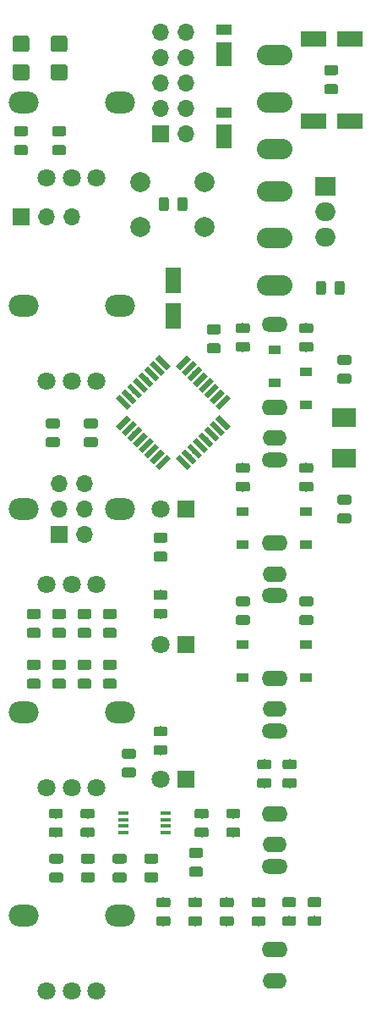
<source format=gbr>
G04 #@! TF.GenerationSoftware,KiCad,Pcbnew,(5.0.0)*
G04 #@! TF.CreationDate,2018-08-19T12:52:33+08:00*
G04 #@! TF.ProjectId,Envelope,456E76656C6F70652E6B696361645F70,rev?*
G04 #@! TF.SameCoordinates,Original*
G04 #@! TF.FileFunction,Soldermask,Bot*
G04 #@! TF.FilePolarity,Negative*
%FSLAX46Y46*%
G04 Gerber Fmt 4.6, Leading zero omitted, Abs format (unit mm)*
G04 Created by KiCad (PCBNEW (5.0.0)) date 08/19/18 12:52:33*
%MOMM*%
%LPD*%
G01*
G04 APERTURE LIST*
%ADD10R,1.700000X1.700000*%
%ADD11O,1.700000X1.700000*%
%ADD12R,2.400000X1.900000*%
%ADD13C,2.000000*%
%ADD14C,0.100000*%
%ADD15C,0.975000*%
%ADD16C,1.600000*%
%ADD17R,1.800000X1.800000*%
%ADD18C,1.800000*%
%ADD19O,3.556000X2.032000*%
%ADD20R,1.600000X2.600000*%
%ADD21R,2.600000X1.600000*%
%ADD22R,1.500000X1.050000*%
%ADD23R,1.500000X2.400000*%
%ADD24R,1.200000X0.900000*%
%ADD25O,3.000000X2.200000*%
%ADD26R,2.000000X1.905000*%
%ADD27O,2.000000X1.905000*%
%ADD28O,2.600000X1.600000*%
%ADD29O,2.400000X1.600000*%
%ADD30O,2.600000X1.500000*%
%ADD31C,0.550000*%
%ADD32R,1.100000X0.400000*%
G04 APERTURE END LIST*
D10*
G04 #@! TO.C,J3*
X112014000Y-68834000D03*
D11*
X114554000Y-68834000D03*
X117094000Y-68834000D03*
G04 #@! TD*
D12*
G04 #@! TO.C,Y1*
X144399000Y-92982000D03*
X144399000Y-88882000D03*
G04 #@! TD*
D13*
G04 #@! TO.C,SW3*
X130429000Y-65350000D03*
X130429000Y-69850000D03*
X123929000Y-65350000D03*
X123929000Y-69850000D03*
G04 #@! TD*
D14*
G04 #@! TO.C,C19*
G36*
X144879142Y-82650174D02*
X144902803Y-82653684D01*
X144926007Y-82659496D01*
X144948529Y-82667554D01*
X144970153Y-82677782D01*
X144990670Y-82690079D01*
X145009883Y-82704329D01*
X145027607Y-82720393D01*
X145043671Y-82738117D01*
X145057921Y-82757330D01*
X145070218Y-82777847D01*
X145080446Y-82799471D01*
X145088504Y-82821993D01*
X145094316Y-82845197D01*
X145097826Y-82868858D01*
X145099000Y-82892750D01*
X145099000Y-83380250D01*
X145097826Y-83404142D01*
X145094316Y-83427803D01*
X145088504Y-83451007D01*
X145080446Y-83473529D01*
X145070218Y-83495153D01*
X145057921Y-83515670D01*
X145043671Y-83534883D01*
X145027607Y-83552607D01*
X145009883Y-83568671D01*
X144990670Y-83582921D01*
X144970153Y-83595218D01*
X144948529Y-83605446D01*
X144926007Y-83613504D01*
X144902803Y-83619316D01*
X144879142Y-83622826D01*
X144855250Y-83624000D01*
X143942750Y-83624000D01*
X143918858Y-83622826D01*
X143895197Y-83619316D01*
X143871993Y-83613504D01*
X143849471Y-83605446D01*
X143827847Y-83595218D01*
X143807330Y-83582921D01*
X143788117Y-83568671D01*
X143770393Y-83552607D01*
X143754329Y-83534883D01*
X143740079Y-83515670D01*
X143727782Y-83495153D01*
X143717554Y-83473529D01*
X143709496Y-83451007D01*
X143703684Y-83427803D01*
X143700174Y-83404142D01*
X143699000Y-83380250D01*
X143699000Y-82892750D01*
X143700174Y-82868858D01*
X143703684Y-82845197D01*
X143709496Y-82821993D01*
X143717554Y-82799471D01*
X143727782Y-82777847D01*
X143740079Y-82757330D01*
X143754329Y-82738117D01*
X143770393Y-82720393D01*
X143788117Y-82704329D01*
X143807330Y-82690079D01*
X143827847Y-82677782D01*
X143849471Y-82667554D01*
X143871993Y-82659496D01*
X143895197Y-82653684D01*
X143918858Y-82650174D01*
X143942750Y-82649000D01*
X144855250Y-82649000D01*
X144879142Y-82650174D01*
X144879142Y-82650174D01*
G37*
D15*
X144399000Y-83136500D03*
D14*
G36*
X144879142Y-84525174D02*
X144902803Y-84528684D01*
X144926007Y-84534496D01*
X144948529Y-84542554D01*
X144970153Y-84552782D01*
X144990670Y-84565079D01*
X145009883Y-84579329D01*
X145027607Y-84595393D01*
X145043671Y-84613117D01*
X145057921Y-84632330D01*
X145070218Y-84652847D01*
X145080446Y-84674471D01*
X145088504Y-84696993D01*
X145094316Y-84720197D01*
X145097826Y-84743858D01*
X145099000Y-84767750D01*
X145099000Y-85255250D01*
X145097826Y-85279142D01*
X145094316Y-85302803D01*
X145088504Y-85326007D01*
X145080446Y-85348529D01*
X145070218Y-85370153D01*
X145057921Y-85390670D01*
X145043671Y-85409883D01*
X145027607Y-85427607D01*
X145009883Y-85443671D01*
X144990670Y-85457921D01*
X144970153Y-85470218D01*
X144948529Y-85480446D01*
X144926007Y-85488504D01*
X144902803Y-85494316D01*
X144879142Y-85497826D01*
X144855250Y-85499000D01*
X143942750Y-85499000D01*
X143918858Y-85497826D01*
X143895197Y-85494316D01*
X143871993Y-85488504D01*
X143849471Y-85480446D01*
X143827847Y-85470218D01*
X143807330Y-85457921D01*
X143788117Y-85443671D01*
X143770393Y-85427607D01*
X143754329Y-85409883D01*
X143740079Y-85390670D01*
X143727782Y-85370153D01*
X143717554Y-85348529D01*
X143709496Y-85326007D01*
X143703684Y-85302803D01*
X143700174Y-85279142D01*
X143699000Y-85255250D01*
X143699000Y-84767750D01*
X143700174Y-84743858D01*
X143703684Y-84720197D01*
X143709496Y-84696993D01*
X143717554Y-84674471D01*
X143727782Y-84652847D01*
X143740079Y-84632330D01*
X143754329Y-84613117D01*
X143770393Y-84595393D01*
X143788117Y-84579329D01*
X143807330Y-84565079D01*
X143827847Y-84552782D01*
X143849471Y-84542554D01*
X143871993Y-84534496D01*
X143895197Y-84528684D01*
X143918858Y-84525174D01*
X143942750Y-84524000D01*
X144855250Y-84524000D01*
X144879142Y-84525174D01*
X144879142Y-84525174D01*
G37*
D15*
X144399000Y-85011500D03*
G04 #@! TD*
D14*
G04 #@! TO.C,C18*
G36*
X115669142Y-90875174D02*
X115692803Y-90878684D01*
X115716007Y-90884496D01*
X115738529Y-90892554D01*
X115760153Y-90902782D01*
X115780670Y-90915079D01*
X115799883Y-90929329D01*
X115817607Y-90945393D01*
X115833671Y-90963117D01*
X115847921Y-90982330D01*
X115860218Y-91002847D01*
X115870446Y-91024471D01*
X115878504Y-91046993D01*
X115884316Y-91070197D01*
X115887826Y-91093858D01*
X115889000Y-91117750D01*
X115889000Y-91605250D01*
X115887826Y-91629142D01*
X115884316Y-91652803D01*
X115878504Y-91676007D01*
X115870446Y-91698529D01*
X115860218Y-91720153D01*
X115847921Y-91740670D01*
X115833671Y-91759883D01*
X115817607Y-91777607D01*
X115799883Y-91793671D01*
X115780670Y-91807921D01*
X115760153Y-91820218D01*
X115738529Y-91830446D01*
X115716007Y-91838504D01*
X115692803Y-91844316D01*
X115669142Y-91847826D01*
X115645250Y-91849000D01*
X114732750Y-91849000D01*
X114708858Y-91847826D01*
X114685197Y-91844316D01*
X114661993Y-91838504D01*
X114639471Y-91830446D01*
X114617847Y-91820218D01*
X114597330Y-91807921D01*
X114578117Y-91793671D01*
X114560393Y-91777607D01*
X114544329Y-91759883D01*
X114530079Y-91740670D01*
X114517782Y-91720153D01*
X114507554Y-91698529D01*
X114499496Y-91676007D01*
X114493684Y-91652803D01*
X114490174Y-91629142D01*
X114489000Y-91605250D01*
X114489000Y-91117750D01*
X114490174Y-91093858D01*
X114493684Y-91070197D01*
X114499496Y-91046993D01*
X114507554Y-91024471D01*
X114517782Y-91002847D01*
X114530079Y-90982330D01*
X114544329Y-90963117D01*
X114560393Y-90945393D01*
X114578117Y-90929329D01*
X114597330Y-90915079D01*
X114617847Y-90902782D01*
X114639471Y-90892554D01*
X114661993Y-90884496D01*
X114685197Y-90878684D01*
X114708858Y-90875174D01*
X114732750Y-90874000D01*
X115645250Y-90874000D01*
X115669142Y-90875174D01*
X115669142Y-90875174D01*
G37*
D15*
X115189000Y-91361500D03*
D14*
G36*
X115669142Y-89000174D02*
X115692803Y-89003684D01*
X115716007Y-89009496D01*
X115738529Y-89017554D01*
X115760153Y-89027782D01*
X115780670Y-89040079D01*
X115799883Y-89054329D01*
X115817607Y-89070393D01*
X115833671Y-89088117D01*
X115847921Y-89107330D01*
X115860218Y-89127847D01*
X115870446Y-89149471D01*
X115878504Y-89171993D01*
X115884316Y-89195197D01*
X115887826Y-89218858D01*
X115889000Y-89242750D01*
X115889000Y-89730250D01*
X115887826Y-89754142D01*
X115884316Y-89777803D01*
X115878504Y-89801007D01*
X115870446Y-89823529D01*
X115860218Y-89845153D01*
X115847921Y-89865670D01*
X115833671Y-89884883D01*
X115817607Y-89902607D01*
X115799883Y-89918671D01*
X115780670Y-89932921D01*
X115760153Y-89945218D01*
X115738529Y-89955446D01*
X115716007Y-89963504D01*
X115692803Y-89969316D01*
X115669142Y-89972826D01*
X115645250Y-89974000D01*
X114732750Y-89974000D01*
X114708858Y-89972826D01*
X114685197Y-89969316D01*
X114661993Y-89963504D01*
X114639471Y-89955446D01*
X114617847Y-89945218D01*
X114597330Y-89932921D01*
X114578117Y-89918671D01*
X114560393Y-89902607D01*
X114544329Y-89884883D01*
X114530079Y-89865670D01*
X114517782Y-89845153D01*
X114507554Y-89823529D01*
X114499496Y-89801007D01*
X114493684Y-89777803D01*
X114490174Y-89754142D01*
X114489000Y-89730250D01*
X114489000Y-89242750D01*
X114490174Y-89218858D01*
X114493684Y-89195197D01*
X114499496Y-89171993D01*
X114507554Y-89149471D01*
X114517782Y-89127847D01*
X114530079Y-89107330D01*
X114544329Y-89088117D01*
X114560393Y-89070393D01*
X114578117Y-89054329D01*
X114597330Y-89040079D01*
X114617847Y-89027782D01*
X114639471Y-89017554D01*
X114661993Y-89009496D01*
X114685197Y-89003684D01*
X114708858Y-89000174D01*
X114732750Y-88999000D01*
X115645250Y-88999000D01*
X115669142Y-89000174D01*
X115669142Y-89000174D01*
G37*
D15*
X115189000Y-89486500D03*
G04 #@! TD*
D14*
G04 #@! TO.C,C17*
G36*
X131798142Y-81477174D02*
X131821803Y-81480684D01*
X131845007Y-81486496D01*
X131867529Y-81494554D01*
X131889153Y-81504782D01*
X131909670Y-81517079D01*
X131928883Y-81531329D01*
X131946607Y-81547393D01*
X131962671Y-81565117D01*
X131976921Y-81584330D01*
X131989218Y-81604847D01*
X131999446Y-81626471D01*
X132007504Y-81648993D01*
X132013316Y-81672197D01*
X132016826Y-81695858D01*
X132018000Y-81719750D01*
X132018000Y-82207250D01*
X132016826Y-82231142D01*
X132013316Y-82254803D01*
X132007504Y-82278007D01*
X131999446Y-82300529D01*
X131989218Y-82322153D01*
X131976921Y-82342670D01*
X131962671Y-82361883D01*
X131946607Y-82379607D01*
X131928883Y-82395671D01*
X131909670Y-82409921D01*
X131889153Y-82422218D01*
X131867529Y-82432446D01*
X131845007Y-82440504D01*
X131821803Y-82446316D01*
X131798142Y-82449826D01*
X131774250Y-82451000D01*
X130861750Y-82451000D01*
X130837858Y-82449826D01*
X130814197Y-82446316D01*
X130790993Y-82440504D01*
X130768471Y-82432446D01*
X130746847Y-82422218D01*
X130726330Y-82409921D01*
X130707117Y-82395671D01*
X130689393Y-82379607D01*
X130673329Y-82361883D01*
X130659079Y-82342670D01*
X130646782Y-82322153D01*
X130636554Y-82300529D01*
X130628496Y-82278007D01*
X130622684Y-82254803D01*
X130619174Y-82231142D01*
X130618000Y-82207250D01*
X130618000Y-81719750D01*
X130619174Y-81695858D01*
X130622684Y-81672197D01*
X130628496Y-81648993D01*
X130636554Y-81626471D01*
X130646782Y-81604847D01*
X130659079Y-81584330D01*
X130673329Y-81565117D01*
X130689393Y-81547393D01*
X130707117Y-81531329D01*
X130726330Y-81517079D01*
X130746847Y-81504782D01*
X130768471Y-81494554D01*
X130790993Y-81486496D01*
X130814197Y-81480684D01*
X130837858Y-81477174D01*
X130861750Y-81476000D01*
X131774250Y-81476000D01*
X131798142Y-81477174D01*
X131798142Y-81477174D01*
G37*
D15*
X131318000Y-81963500D03*
D14*
G36*
X131798142Y-79602174D02*
X131821803Y-79605684D01*
X131845007Y-79611496D01*
X131867529Y-79619554D01*
X131889153Y-79629782D01*
X131909670Y-79642079D01*
X131928883Y-79656329D01*
X131946607Y-79672393D01*
X131962671Y-79690117D01*
X131976921Y-79709330D01*
X131989218Y-79729847D01*
X131999446Y-79751471D01*
X132007504Y-79773993D01*
X132013316Y-79797197D01*
X132016826Y-79820858D01*
X132018000Y-79844750D01*
X132018000Y-80332250D01*
X132016826Y-80356142D01*
X132013316Y-80379803D01*
X132007504Y-80403007D01*
X131999446Y-80425529D01*
X131989218Y-80447153D01*
X131976921Y-80467670D01*
X131962671Y-80486883D01*
X131946607Y-80504607D01*
X131928883Y-80520671D01*
X131909670Y-80534921D01*
X131889153Y-80547218D01*
X131867529Y-80557446D01*
X131845007Y-80565504D01*
X131821803Y-80571316D01*
X131798142Y-80574826D01*
X131774250Y-80576000D01*
X130861750Y-80576000D01*
X130837858Y-80574826D01*
X130814197Y-80571316D01*
X130790993Y-80565504D01*
X130768471Y-80557446D01*
X130746847Y-80547218D01*
X130726330Y-80534921D01*
X130707117Y-80520671D01*
X130689393Y-80504607D01*
X130673329Y-80486883D01*
X130659079Y-80467670D01*
X130646782Y-80447153D01*
X130636554Y-80425529D01*
X130628496Y-80403007D01*
X130622684Y-80379803D01*
X130619174Y-80356142D01*
X130618000Y-80332250D01*
X130618000Y-79844750D01*
X130619174Y-79820858D01*
X130622684Y-79797197D01*
X130628496Y-79773993D01*
X130636554Y-79751471D01*
X130646782Y-79729847D01*
X130659079Y-79709330D01*
X130673329Y-79690117D01*
X130689393Y-79672393D01*
X130707117Y-79656329D01*
X130726330Y-79642079D01*
X130746847Y-79629782D01*
X130768471Y-79619554D01*
X130790993Y-79611496D01*
X130814197Y-79605684D01*
X130837858Y-79602174D01*
X130861750Y-79601000D01*
X131774250Y-79601000D01*
X131798142Y-79602174D01*
X131798142Y-79602174D01*
G37*
D15*
X131318000Y-80088500D03*
G04 #@! TD*
D14*
G04 #@! TO.C,C16*
G36*
X119479142Y-90875174D02*
X119502803Y-90878684D01*
X119526007Y-90884496D01*
X119548529Y-90892554D01*
X119570153Y-90902782D01*
X119590670Y-90915079D01*
X119609883Y-90929329D01*
X119627607Y-90945393D01*
X119643671Y-90963117D01*
X119657921Y-90982330D01*
X119670218Y-91002847D01*
X119680446Y-91024471D01*
X119688504Y-91046993D01*
X119694316Y-91070197D01*
X119697826Y-91093858D01*
X119699000Y-91117750D01*
X119699000Y-91605250D01*
X119697826Y-91629142D01*
X119694316Y-91652803D01*
X119688504Y-91676007D01*
X119680446Y-91698529D01*
X119670218Y-91720153D01*
X119657921Y-91740670D01*
X119643671Y-91759883D01*
X119627607Y-91777607D01*
X119609883Y-91793671D01*
X119590670Y-91807921D01*
X119570153Y-91820218D01*
X119548529Y-91830446D01*
X119526007Y-91838504D01*
X119502803Y-91844316D01*
X119479142Y-91847826D01*
X119455250Y-91849000D01*
X118542750Y-91849000D01*
X118518858Y-91847826D01*
X118495197Y-91844316D01*
X118471993Y-91838504D01*
X118449471Y-91830446D01*
X118427847Y-91820218D01*
X118407330Y-91807921D01*
X118388117Y-91793671D01*
X118370393Y-91777607D01*
X118354329Y-91759883D01*
X118340079Y-91740670D01*
X118327782Y-91720153D01*
X118317554Y-91698529D01*
X118309496Y-91676007D01*
X118303684Y-91652803D01*
X118300174Y-91629142D01*
X118299000Y-91605250D01*
X118299000Y-91117750D01*
X118300174Y-91093858D01*
X118303684Y-91070197D01*
X118309496Y-91046993D01*
X118317554Y-91024471D01*
X118327782Y-91002847D01*
X118340079Y-90982330D01*
X118354329Y-90963117D01*
X118370393Y-90945393D01*
X118388117Y-90929329D01*
X118407330Y-90915079D01*
X118427847Y-90902782D01*
X118449471Y-90892554D01*
X118471993Y-90884496D01*
X118495197Y-90878684D01*
X118518858Y-90875174D01*
X118542750Y-90874000D01*
X119455250Y-90874000D01*
X119479142Y-90875174D01*
X119479142Y-90875174D01*
G37*
D15*
X118999000Y-91361500D03*
D14*
G36*
X119479142Y-89000174D02*
X119502803Y-89003684D01*
X119526007Y-89009496D01*
X119548529Y-89017554D01*
X119570153Y-89027782D01*
X119590670Y-89040079D01*
X119609883Y-89054329D01*
X119627607Y-89070393D01*
X119643671Y-89088117D01*
X119657921Y-89107330D01*
X119670218Y-89127847D01*
X119680446Y-89149471D01*
X119688504Y-89171993D01*
X119694316Y-89195197D01*
X119697826Y-89218858D01*
X119699000Y-89242750D01*
X119699000Y-89730250D01*
X119697826Y-89754142D01*
X119694316Y-89777803D01*
X119688504Y-89801007D01*
X119680446Y-89823529D01*
X119670218Y-89845153D01*
X119657921Y-89865670D01*
X119643671Y-89884883D01*
X119627607Y-89902607D01*
X119609883Y-89918671D01*
X119590670Y-89932921D01*
X119570153Y-89945218D01*
X119548529Y-89955446D01*
X119526007Y-89963504D01*
X119502803Y-89969316D01*
X119479142Y-89972826D01*
X119455250Y-89974000D01*
X118542750Y-89974000D01*
X118518858Y-89972826D01*
X118495197Y-89969316D01*
X118471993Y-89963504D01*
X118449471Y-89955446D01*
X118427847Y-89945218D01*
X118407330Y-89932921D01*
X118388117Y-89918671D01*
X118370393Y-89902607D01*
X118354329Y-89884883D01*
X118340079Y-89865670D01*
X118327782Y-89845153D01*
X118317554Y-89823529D01*
X118309496Y-89801007D01*
X118303684Y-89777803D01*
X118300174Y-89754142D01*
X118299000Y-89730250D01*
X118299000Y-89242750D01*
X118300174Y-89218858D01*
X118303684Y-89195197D01*
X118309496Y-89171993D01*
X118317554Y-89149471D01*
X118327782Y-89127847D01*
X118340079Y-89107330D01*
X118354329Y-89088117D01*
X118370393Y-89070393D01*
X118388117Y-89054329D01*
X118407330Y-89040079D01*
X118427847Y-89027782D01*
X118449471Y-89017554D01*
X118471993Y-89009496D01*
X118495197Y-89003684D01*
X118518858Y-89000174D01*
X118542750Y-88999000D01*
X119455250Y-88999000D01*
X119479142Y-89000174D01*
X119479142Y-89000174D01*
G37*
D15*
X118999000Y-89486500D03*
G04 #@! TD*
D14*
G04 #@! TO.C,C20*
G36*
X144879142Y-98495174D02*
X144902803Y-98498684D01*
X144926007Y-98504496D01*
X144948529Y-98512554D01*
X144970153Y-98522782D01*
X144990670Y-98535079D01*
X145009883Y-98549329D01*
X145027607Y-98565393D01*
X145043671Y-98583117D01*
X145057921Y-98602330D01*
X145070218Y-98622847D01*
X145080446Y-98644471D01*
X145088504Y-98666993D01*
X145094316Y-98690197D01*
X145097826Y-98713858D01*
X145099000Y-98737750D01*
X145099000Y-99225250D01*
X145097826Y-99249142D01*
X145094316Y-99272803D01*
X145088504Y-99296007D01*
X145080446Y-99318529D01*
X145070218Y-99340153D01*
X145057921Y-99360670D01*
X145043671Y-99379883D01*
X145027607Y-99397607D01*
X145009883Y-99413671D01*
X144990670Y-99427921D01*
X144970153Y-99440218D01*
X144948529Y-99450446D01*
X144926007Y-99458504D01*
X144902803Y-99464316D01*
X144879142Y-99467826D01*
X144855250Y-99469000D01*
X143942750Y-99469000D01*
X143918858Y-99467826D01*
X143895197Y-99464316D01*
X143871993Y-99458504D01*
X143849471Y-99450446D01*
X143827847Y-99440218D01*
X143807330Y-99427921D01*
X143788117Y-99413671D01*
X143770393Y-99397607D01*
X143754329Y-99379883D01*
X143740079Y-99360670D01*
X143727782Y-99340153D01*
X143717554Y-99318529D01*
X143709496Y-99296007D01*
X143703684Y-99272803D01*
X143700174Y-99249142D01*
X143699000Y-99225250D01*
X143699000Y-98737750D01*
X143700174Y-98713858D01*
X143703684Y-98690197D01*
X143709496Y-98666993D01*
X143717554Y-98644471D01*
X143727782Y-98622847D01*
X143740079Y-98602330D01*
X143754329Y-98583117D01*
X143770393Y-98565393D01*
X143788117Y-98549329D01*
X143807330Y-98535079D01*
X143827847Y-98522782D01*
X143849471Y-98512554D01*
X143871993Y-98504496D01*
X143895197Y-98498684D01*
X143918858Y-98495174D01*
X143942750Y-98494000D01*
X144855250Y-98494000D01*
X144879142Y-98495174D01*
X144879142Y-98495174D01*
G37*
D15*
X144399000Y-98981500D03*
D14*
G36*
X144879142Y-96620174D02*
X144902803Y-96623684D01*
X144926007Y-96629496D01*
X144948529Y-96637554D01*
X144970153Y-96647782D01*
X144990670Y-96660079D01*
X145009883Y-96674329D01*
X145027607Y-96690393D01*
X145043671Y-96708117D01*
X145057921Y-96727330D01*
X145070218Y-96747847D01*
X145080446Y-96769471D01*
X145088504Y-96791993D01*
X145094316Y-96815197D01*
X145097826Y-96838858D01*
X145099000Y-96862750D01*
X145099000Y-97350250D01*
X145097826Y-97374142D01*
X145094316Y-97397803D01*
X145088504Y-97421007D01*
X145080446Y-97443529D01*
X145070218Y-97465153D01*
X145057921Y-97485670D01*
X145043671Y-97504883D01*
X145027607Y-97522607D01*
X145009883Y-97538671D01*
X144990670Y-97552921D01*
X144970153Y-97565218D01*
X144948529Y-97575446D01*
X144926007Y-97583504D01*
X144902803Y-97589316D01*
X144879142Y-97592826D01*
X144855250Y-97594000D01*
X143942750Y-97594000D01*
X143918858Y-97592826D01*
X143895197Y-97589316D01*
X143871993Y-97583504D01*
X143849471Y-97575446D01*
X143827847Y-97565218D01*
X143807330Y-97552921D01*
X143788117Y-97538671D01*
X143770393Y-97522607D01*
X143754329Y-97504883D01*
X143740079Y-97485670D01*
X143727782Y-97465153D01*
X143717554Y-97443529D01*
X143709496Y-97421007D01*
X143703684Y-97397803D01*
X143700174Y-97374142D01*
X143699000Y-97350250D01*
X143699000Y-96862750D01*
X143700174Y-96838858D01*
X143703684Y-96815197D01*
X143709496Y-96791993D01*
X143717554Y-96769471D01*
X143727782Y-96747847D01*
X143740079Y-96727330D01*
X143754329Y-96708117D01*
X143770393Y-96690393D01*
X143788117Y-96674329D01*
X143807330Y-96660079D01*
X143827847Y-96647782D01*
X143849471Y-96637554D01*
X143871993Y-96629496D01*
X143895197Y-96623684D01*
X143918858Y-96620174D01*
X143942750Y-96619000D01*
X144855250Y-96619000D01*
X144879142Y-96620174D01*
X144879142Y-96620174D01*
G37*
D15*
X144399000Y-97106500D03*
G04 #@! TD*
D10*
G04 #@! TO.C,J2*
X115824000Y-100584000D03*
D11*
X118364000Y-100584000D03*
X115824000Y-98044000D03*
X118364000Y-98044000D03*
X115824000Y-95504000D03*
X118364000Y-95504000D03*
G04 #@! TD*
D14*
G04 #@! TO.C,D13*
G36*
X116423504Y-50735204D02*
X116447773Y-50738804D01*
X116471571Y-50744765D01*
X116494671Y-50753030D01*
X116516849Y-50763520D01*
X116537893Y-50776133D01*
X116557598Y-50790747D01*
X116575777Y-50807223D01*
X116592253Y-50825402D01*
X116606867Y-50845107D01*
X116619480Y-50866151D01*
X116629970Y-50888329D01*
X116638235Y-50911429D01*
X116644196Y-50935227D01*
X116647796Y-50959496D01*
X116649000Y-50984000D01*
X116649000Y-52084000D01*
X116647796Y-52108504D01*
X116644196Y-52132773D01*
X116638235Y-52156571D01*
X116629970Y-52179671D01*
X116619480Y-52201849D01*
X116606867Y-52222893D01*
X116592253Y-52242598D01*
X116575777Y-52260777D01*
X116557598Y-52277253D01*
X116537893Y-52291867D01*
X116516849Y-52304480D01*
X116494671Y-52314970D01*
X116471571Y-52323235D01*
X116447773Y-52329196D01*
X116423504Y-52332796D01*
X116399000Y-52334000D01*
X115249000Y-52334000D01*
X115224496Y-52332796D01*
X115200227Y-52329196D01*
X115176429Y-52323235D01*
X115153329Y-52314970D01*
X115131151Y-52304480D01*
X115110107Y-52291867D01*
X115090402Y-52277253D01*
X115072223Y-52260777D01*
X115055747Y-52242598D01*
X115041133Y-52222893D01*
X115028520Y-52201849D01*
X115018030Y-52179671D01*
X115009765Y-52156571D01*
X115003804Y-52132773D01*
X115000204Y-52108504D01*
X114999000Y-52084000D01*
X114999000Y-50984000D01*
X115000204Y-50959496D01*
X115003804Y-50935227D01*
X115009765Y-50911429D01*
X115018030Y-50888329D01*
X115028520Y-50866151D01*
X115041133Y-50845107D01*
X115055747Y-50825402D01*
X115072223Y-50807223D01*
X115090402Y-50790747D01*
X115110107Y-50776133D01*
X115131151Y-50763520D01*
X115153329Y-50753030D01*
X115176429Y-50744765D01*
X115200227Y-50738804D01*
X115224496Y-50735204D01*
X115249000Y-50734000D01*
X116399000Y-50734000D01*
X116423504Y-50735204D01*
X116423504Y-50735204D01*
G37*
D16*
X115824000Y-51534000D03*
D14*
G36*
X116423504Y-53585204D02*
X116447773Y-53588804D01*
X116471571Y-53594765D01*
X116494671Y-53603030D01*
X116516849Y-53613520D01*
X116537893Y-53626133D01*
X116557598Y-53640747D01*
X116575777Y-53657223D01*
X116592253Y-53675402D01*
X116606867Y-53695107D01*
X116619480Y-53716151D01*
X116629970Y-53738329D01*
X116638235Y-53761429D01*
X116644196Y-53785227D01*
X116647796Y-53809496D01*
X116649000Y-53834000D01*
X116649000Y-54934000D01*
X116647796Y-54958504D01*
X116644196Y-54982773D01*
X116638235Y-55006571D01*
X116629970Y-55029671D01*
X116619480Y-55051849D01*
X116606867Y-55072893D01*
X116592253Y-55092598D01*
X116575777Y-55110777D01*
X116557598Y-55127253D01*
X116537893Y-55141867D01*
X116516849Y-55154480D01*
X116494671Y-55164970D01*
X116471571Y-55173235D01*
X116447773Y-55179196D01*
X116423504Y-55182796D01*
X116399000Y-55184000D01*
X115249000Y-55184000D01*
X115224496Y-55182796D01*
X115200227Y-55179196D01*
X115176429Y-55173235D01*
X115153329Y-55164970D01*
X115131151Y-55154480D01*
X115110107Y-55141867D01*
X115090402Y-55127253D01*
X115072223Y-55110777D01*
X115055747Y-55092598D01*
X115041133Y-55072893D01*
X115028520Y-55051849D01*
X115018030Y-55029671D01*
X115009765Y-55006571D01*
X115003804Y-54982773D01*
X115000204Y-54958504D01*
X114999000Y-54934000D01*
X114999000Y-53834000D01*
X115000204Y-53809496D01*
X115003804Y-53785227D01*
X115009765Y-53761429D01*
X115018030Y-53738329D01*
X115028520Y-53716151D01*
X115041133Y-53695107D01*
X115055747Y-53675402D01*
X115072223Y-53657223D01*
X115090402Y-53640747D01*
X115110107Y-53626133D01*
X115131151Y-53613520D01*
X115153329Y-53603030D01*
X115176429Y-53594765D01*
X115200227Y-53588804D01*
X115224496Y-53585204D01*
X115249000Y-53584000D01*
X116399000Y-53584000D01*
X116423504Y-53585204D01*
X116423504Y-53585204D01*
G37*
D16*
X115824000Y-54384000D03*
G04 #@! TD*
D17*
G04 #@! TO.C,D11*
X128524000Y-111633000D03*
D18*
X125984000Y-111633000D03*
G04 #@! TD*
G04 #@! TO.C,D12*
X125984000Y-98044000D03*
D17*
X128524000Y-98044000D03*
G04 #@! TD*
G04 #@! TO.C,D10*
X128524000Y-125095000D03*
D18*
X125984000Y-125095000D03*
G04 #@! TD*
D19*
G04 #@! TO.C,SW1*
X137414000Y-62104000D03*
X137414000Y-57404000D03*
X137414000Y-52704000D03*
G04 #@! TD*
G04 #@! TO.C,SW2*
X137414000Y-66294000D03*
X137414000Y-70994000D03*
X137414000Y-75694000D03*
G04 #@! TD*
D14*
G04 #@! TO.C,R27*
G36*
X126584142Y-66865174D02*
X126607803Y-66868684D01*
X126631007Y-66874496D01*
X126653529Y-66882554D01*
X126675153Y-66892782D01*
X126695670Y-66905079D01*
X126714883Y-66919329D01*
X126732607Y-66935393D01*
X126748671Y-66953117D01*
X126762921Y-66972330D01*
X126775218Y-66992847D01*
X126785446Y-67014471D01*
X126793504Y-67036993D01*
X126799316Y-67060197D01*
X126802826Y-67083858D01*
X126804000Y-67107750D01*
X126804000Y-68020250D01*
X126802826Y-68044142D01*
X126799316Y-68067803D01*
X126793504Y-68091007D01*
X126785446Y-68113529D01*
X126775218Y-68135153D01*
X126762921Y-68155670D01*
X126748671Y-68174883D01*
X126732607Y-68192607D01*
X126714883Y-68208671D01*
X126695670Y-68222921D01*
X126675153Y-68235218D01*
X126653529Y-68245446D01*
X126631007Y-68253504D01*
X126607803Y-68259316D01*
X126584142Y-68262826D01*
X126560250Y-68264000D01*
X126072750Y-68264000D01*
X126048858Y-68262826D01*
X126025197Y-68259316D01*
X126001993Y-68253504D01*
X125979471Y-68245446D01*
X125957847Y-68235218D01*
X125937330Y-68222921D01*
X125918117Y-68208671D01*
X125900393Y-68192607D01*
X125884329Y-68174883D01*
X125870079Y-68155670D01*
X125857782Y-68135153D01*
X125847554Y-68113529D01*
X125839496Y-68091007D01*
X125833684Y-68067803D01*
X125830174Y-68044142D01*
X125829000Y-68020250D01*
X125829000Y-67107750D01*
X125830174Y-67083858D01*
X125833684Y-67060197D01*
X125839496Y-67036993D01*
X125847554Y-67014471D01*
X125857782Y-66992847D01*
X125870079Y-66972330D01*
X125884329Y-66953117D01*
X125900393Y-66935393D01*
X125918117Y-66919329D01*
X125937330Y-66905079D01*
X125957847Y-66892782D01*
X125979471Y-66882554D01*
X126001993Y-66874496D01*
X126025197Y-66868684D01*
X126048858Y-66865174D01*
X126072750Y-66864000D01*
X126560250Y-66864000D01*
X126584142Y-66865174D01*
X126584142Y-66865174D01*
G37*
D15*
X126316500Y-67564000D03*
D14*
G36*
X128459142Y-66865174D02*
X128482803Y-66868684D01*
X128506007Y-66874496D01*
X128528529Y-66882554D01*
X128550153Y-66892782D01*
X128570670Y-66905079D01*
X128589883Y-66919329D01*
X128607607Y-66935393D01*
X128623671Y-66953117D01*
X128637921Y-66972330D01*
X128650218Y-66992847D01*
X128660446Y-67014471D01*
X128668504Y-67036993D01*
X128674316Y-67060197D01*
X128677826Y-67083858D01*
X128679000Y-67107750D01*
X128679000Y-68020250D01*
X128677826Y-68044142D01*
X128674316Y-68067803D01*
X128668504Y-68091007D01*
X128660446Y-68113529D01*
X128650218Y-68135153D01*
X128637921Y-68155670D01*
X128623671Y-68174883D01*
X128607607Y-68192607D01*
X128589883Y-68208671D01*
X128570670Y-68222921D01*
X128550153Y-68235218D01*
X128528529Y-68245446D01*
X128506007Y-68253504D01*
X128482803Y-68259316D01*
X128459142Y-68262826D01*
X128435250Y-68264000D01*
X127947750Y-68264000D01*
X127923858Y-68262826D01*
X127900197Y-68259316D01*
X127876993Y-68253504D01*
X127854471Y-68245446D01*
X127832847Y-68235218D01*
X127812330Y-68222921D01*
X127793117Y-68208671D01*
X127775393Y-68192607D01*
X127759329Y-68174883D01*
X127745079Y-68155670D01*
X127732782Y-68135153D01*
X127722554Y-68113529D01*
X127714496Y-68091007D01*
X127708684Y-68067803D01*
X127705174Y-68044142D01*
X127704000Y-68020250D01*
X127704000Y-67107750D01*
X127705174Y-67083858D01*
X127708684Y-67060197D01*
X127714496Y-67036993D01*
X127722554Y-67014471D01*
X127732782Y-66992847D01*
X127745079Y-66972330D01*
X127759329Y-66953117D01*
X127775393Y-66935393D01*
X127793117Y-66919329D01*
X127812330Y-66905079D01*
X127832847Y-66892782D01*
X127854471Y-66882554D01*
X127876993Y-66874496D01*
X127900197Y-66868684D01*
X127923858Y-66865174D01*
X127947750Y-66864000D01*
X128435250Y-66864000D01*
X128459142Y-66865174D01*
X128459142Y-66865174D01*
G37*
D15*
X128191500Y-67564000D03*
G04 #@! TD*
D14*
G04 #@! TO.C,R28*
G36*
X116304142Y-59790174D02*
X116327803Y-59793684D01*
X116351007Y-59799496D01*
X116373529Y-59807554D01*
X116395153Y-59817782D01*
X116415670Y-59830079D01*
X116434883Y-59844329D01*
X116452607Y-59860393D01*
X116468671Y-59878117D01*
X116482921Y-59897330D01*
X116495218Y-59917847D01*
X116505446Y-59939471D01*
X116513504Y-59961993D01*
X116519316Y-59985197D01*
X116522826Y-60008858D01*
X116524000Y-60032750D01*
X116524000Y-60520250D01*
X116522826Y-60544142D01*
X116519316Y-60567803D01*
X116513504Y-60591007D01*
X116505446Y-60613529D01*
X116495218Y-60635153D01*
X116482921Y-60655670D01*
X116468671Y-60674883D01*
X116452607Y-60692607D01*
X116434883Y-60708671D01*
X116415670Y-60722921D01*
X116395153Y-60735218D01*
X116373529Y-60745446D01*
X116351007Y-60753504D01*
X116327803Y-60759316D01*
X116304142Y-60762826D01*
X116280250Y-60764000D01*
X115367750Y-60764000D01*
X115343858Y-60762826D01*
X115320197Y-60759316D01*
X115296993Y-60753504D01*
X115274471Y-60745446D01*
X115252847Y-60735218D01*
X115232330Y-60722921D01*
X115213117Y-60708671D01*
X115195393Y-60692607D01*
X115179329Y-60674883D01*
X115165079Y-60655670D01*
X115152782Y-60635153D01*
X115142554Y-60613529D01*
X115134496Y-60591007D01*
X115128684Y-60567803D01*
X115125174Y-60544142D01*
X115124000Y-60520250D01*
X115124000Y-60032750D01*
X115125174Y-60008858D01*
X115128684Y-59985197D01*
X115134496Y-59961993D01*
X115142554Y-59939471D01*
X115152782Y-59917847D01*
X115165079Y-59897330D01*
X115179329Y-59878117D01*
X115195393Y-59860393D01*
X115213117Y-59844329D01*
X115232330Y-59830079D01*
X115252847Y-59817782D01*
X115274471Y-59807554D01*
X115296993Y-59799496D01*
X115320197Y-59793684D01*
X115343858Y-59790174D01*
X115367750Y-59789000D01*
X116280250Y-59789000D01*
X116304142Y-59790174D01*
X116304142Y-59790174D01*
G37*
D15*
X115824000Y-60276500D03*
D14*
G36*
X116304142Y-61665174D02*
X116327803Y-61668684D01*
X116351007Y-61674496D01*
X116373529Y-61682554D01*
X116395153Y-61692782D01*
X116415670Y-61705079D01*
X116434883Y-61719329D01*
X116452607Y-61735393D01*
X116468671Y-61753117D01*
X116482921Y-61772330D01*
X116495218Y-61792847D01*
X116505446Y-61814471D01*
X116513504Y-61836993D01*
X116519316Y-61860197D01*
X116522826Y-61883858D01*
X116524000Y-61907750D01*
X116524000Y-62395250D01*
X116522826Y-62419142D01*
X116519316Y-62442803D01*
X116513504Y-62466007D01*
X116505446Y-62488529D01*
X116495218Y-62510153D01*
X116482921Y-62530670D01*
X116468671Y-62549883D01*
X116452607Y-62567607D01*
X116434883Y-62583671D01*
X116415670Y-62597921D01*
X116395153Y-62610218D01*
X116373529Y-62620446D01*
X116351007Y-62628504D01*
X116327803Y-62634316D01*
X116304142Y-62637826D01*
X116280250Y-62639000D01*
X115367750Y-62639000D01*
X115343858Y-62637826D01*
X115320197Y-62634316D01*
X115296993Y-62628504D01*
X115274471Y-62620446D01*
X115252847Y-62610218D01*
X115232330Y-62597921D01*
X115213117Y-62583671D01*
X115195393Y-62567607D01*
X115179329Y-62549883D01*
X115165079Y-62530670D01*
X115152782Y-62510153D01*
X115142554Y-62488529D01*
X115134496Y-62466007D01*
X115128684Y-62442803D01*
X115125174Y-62419142D01*
X115124000Y-62395250D01*
X115124000Y-61907750D01*
X115125174Y-61883858D01*
X115128684Y-61860197D01*
X115134496Y-61836993D01*
X115142554Y-61814471D01*
X115152782Y-61792847D01*
X115165079Y-61772330D01*
X115179329Y-61753117D01*
X115195393Y-61735393D01*
X115213117Y-61719329D01*
X115232330Y-61705079D01*
X115252847Y-61692782D01*
X115274471Y-61682554D01*
X115296993Y-61674496D01*
X115320197Y-61668684D01*
X115343858Y-61665174D01*
X115367750Y-61664000D01*
X116280250Y-61664000D01*
X116304142Y-61665174D01*
X116304142Y-61665174D01*
G37*
D15*
X115824000Y-62151500D03*
G04 #@! TD*
D14*
G04 #@! TO.C,R26*
G36*
X126464142Y-102305174D02*
X126487803Y-102308684D01*
X126511007Y-102314496D01*
X126533529Y-102322554D01*
X126555153Y-102332782D01*
X126575670Y-102345079D01*
X126594883Y-102359329D01*
X126612607Y-102375393D01*
X126628671Y-102393117D01*
X126642921Y-102412330D01*
X126655218Y-102432847D01*
X126665446Y-102454471D01*
X126673504Y-102476993D01*
X126679316Y-102500197D01*
X126682826Y-102523858D01*
X126684000Y-102547750D01*
X126684000Y-103035250D01*
X126682826Y-103059142D01*
X126679316Y-103082803D01*
X126673504Y-103106007D01*
X126665446Y-103128529D01*
X126655218Y-103150153D01*
X126642921Y-103170670D01*
X126628671Y-103189883D01*
X126612607Y-103207607D01*
X126594883Y-103223671D01*
X126575670Y-103237921D01*
X126555153Y-103250218D01*
X126533529Y-103260446D01*
X126511007Y-103268504D01*
X126487803Y-103274316D01*
X126464142Y-103277826D01*
X126440250Y-103279000D01*
X125527750Y-103279000D01*
X125503858Y-103277826D01*
X125480197Y-103274316D01*
X125456993Y-103268504D01*
X125434471Y-103260446D01*
X125412847Y-103250218D01*
X125392330Y-103237921D01*
X125373117Y-103223671D01*
X125355393Y-103207607D01*
X125339329Y-103189883D01*
X125325079Y-103170670D01*
X125312782Y-103150153D01*
X125302554Y-103128529D01*
X125294496Y-103106007D01*
X125288684Y-103082803D01*
X125285174Y-103059142D01*
X125284000Y-103035250D01*
X125284000Y-102547750D01*
X125285174Y-102523858D01*
X125288684Y-102500197D01*
X125294496Y-102476993D01*
X125302554Y-102454471D01*
X125312782Y-102432847D01*
X125325079Y-102412330D01*
X125339329Y-102393117D01*
X125355393Y-102375393D01*
X125373117Y-102359329D01*
X125392330Y-102345079D01*
X125412847Y-102332782D01*
X125434471Y-102322554D01*
X125456993Y-102314496D01*
X125480197Y-102308684D01*
X125503858Y-102305174D01*
X125527750Y-102304000D01*
X126440250Y-102304000D01*
X126464142Y-102305174D01*
X126464142Y-102305174D01*
G37*
D15*
X125984000Y-102791500D03*
D14*
G36*
X126464142Y-100430174D02*
X126487803Y-100433684D01*
X126511007Y-100439496D01*
X126533529Y-100447554D01*
X126555153Y-100457782D01*
X126575670Y-100470079D01*
X126594883Y-100484329D01*
X126612607Y-100500393D01*
X126628671Y-100518117D01*
X126642921Y-100537330D01*
X126655218Y-100557847D01*
X126665446Y-100579471D01*
X126673504Y-100601993D01*
X126679316Y-100625197D01*
X126682826Y-100648858D01*
X126684000Y-100672750D01*
X126684000Y-101160250D01*
X126682826Y-101184142D01*
X126679316Y-101207803D01*
X126673504Y-101231007D01*
X126665446Y-101253529D01*
X126655218Y-101275153D01*
X126642921Y-101295670D01*
X126628671Y-101314883D01*
X126612607Y-101332607D01*
X126594883Y-101348671D01*
X126575670Y-101362921D01*
X126555153Y-101375218D01*
X126533529Y-101385446D01*
X126511007Y-101393504D01*
X126487803Y-101399316D01*
X126464142Y-101402826D01*
X126440250Y-101404000D01*
X125527750Y-101404000D01*
X125503858Y-101402826D01*
X125480197Y-101399316D01*
X125456993Y-101393504D01*
X125434471Y-101385446D01*
X125412847Y-101375218D01*
X125392330Y-101362921D01*
X125373117Y-101348671D01*
X125355393Y-101332607D01*
X125339329Y-101314883D01*
X125325079Y-101295670D01*
X125312782Y-101275153D01*
X125302554Y-101253529D01*
X125294496Y-101231007D01*
X125288684Y-101207803D01*
X125285174Y-101184142D01*
X125284000Y-101160250D01*
X125284000Y-100672750D01*
X125285174Y-100648858D01*
X125288684Y-100625197D01*
X125294496Y-100601993D01*
X125302554Y-100579471D01*
X125312782Y-100557847D01*
X125325079Y-100537330D01*
X125339329Y-100518117D01*
X125355393Y-100500393D01*
X125373117Y-100484329D01*
X125392330Y-100470079D01*
X125412847Y-100457782D01*
X125434471Y-100447554D01*
X125456993Y-100439496D01*
X125480197Y-100433684D01*
X125503858Y-100430174D01*
X125527750Y-100429000D01*
X126440250Y-100429000D01*
X126464142Y-100430174D01*
X126464142Y-100430174D01*
G37*
D15*
X125984000Y-100916500D03*
G04 #@! TD*
D14*
G04 #@! TO.C,R25*
G36*
X126464142Y-108020174D02*
X126487803Y-108023684D01*
X126511007Y-108029496D01*
X126533529Y-108037554D01*
X126555153Y-108047782D01*
X126575670Y-108060079D01*
X126594883Y-108074329D01*
X126612607Y-108090393D01*
X126628671Y-108108117D01*
X126642921Y-108127330D01*
X126655218Y-108147847D01*
X126665446Y-108169471D01*
X126673504Y-108191993D01*
X126679316Y-108215197D01*
X126682826Y-108238858D01*
X126684000Y-108262750D01*
X126684000Y-108750250D01*
X126682826Y-108774142D01*
X126679316Y-108797803D01*
X126673504Y-108821007D01*
X126665446Y-108843529D01*
X126655218Y-108865153D01*
X126642921Y-108885670D01*
X126628671Y-108904883D01*
X126612607Y-108922607D01*
X126594883Y-108938671D01*
X126575670Y-108952921D01*
X126555153Y-108965218D01*
X126533529Y-108975446D01*
X126511007Y-108983504D01*
X126487803Y-108989316D01*
X126464142Y-108992826D01*
X126440250Y-108994000D01*
X125527750Y-108994000D01*
X125503858Y-108992826D01*
X125480197Y-108989316D01*
X125456993Y-108983504D01*
X125434471Y-108975446D01*
X125412847Y-108965218D01*
X125392330Y-108952921D01*
X125373117Y-108938671D01*
X125355393Y-108922607D01*
X125339329Y-108904883D01*
X125325079Y-108885670D01*
X125312782Y-108865153D01*
X125302554Y-108843529D01*
X125294496Y-108821007D01*
X125288684Y-108797803D01*
X125285174Y-108774142D01*
X125284000Y-108750250D01*
X125284000Y-108262750D01*
X125285174Y-108238858D01*
X125288684Y-108215197D01*
X125294496Y-108191993D01*
X125302554Y-108169471D01*
X125312782Y-108147847D01*
X125325079Y-108127330D01*
X125339329Y-108108117D01*
X125355393Y-108090393D01*
X125373117Y-108074329D01*
X125392330Y-108060079D01*
X125412847Y-108047782D01*
X125434471Y-108037554D01*
X125456993Y-108029496D01*
X125480197Y-108023684D01*
X125503858Y-108020174D01*
X125527750Y-108019000D01*
X126440250Y-108019000D01*
X126464142Y-108020174D01*
X126464142Y-108020174D01*
G37*
D15*
X125984000Y-108506500D03*
D14*
G36*
X126464142Y-106145174D02*
X126487803Y-106148684D01*
X126511007Y-106154496D01*
X126533529Y-106162554D01*
X126555153Y-106172782D01*
X126575670Y-106185079D01*
X126594883Y-106199329D01*
X126612607Y-106215393D01*
X126628671Y-106233117D01*
X126642921Y-106252330D01*
X126655218Y-106272847D01*
X126665446Y-106294471D01*
X126673504Y-106316993D01*
X126679316Y-106340197D01*
X126682826Y-106363858D01*
X126684000Y-106387750D01*
X126684000Y-106875250D01*
X126682826Y-106899142D01*
X126679316Y-106922803D01*
X126673504Y-106946007D01*
X126665446Y-106968529D01*
X126655218Y-106990153D01*
X126642921Y-107010670D01*
X126628671Y-107029883D01*
X126612607Y-107047607D01*
X126594883Y-107063671D01*
X126575670Y-107077921D01*
X126555153Y-107090218D01*
X126533529Y-107100446D01*
X126511007Y-107108504D01*
X126487803Y-107114316D01*
X126464142Y-107117826D01*
X126440250Y-107119000D01*
X125527750Y-107119000D01*
X125503858Y-107117826D01*
X125480197Y-107114316D01*
X125456993Y-107108504D01*
X125434471Y-107100446D01*
X125412847Y-107090218D01*
X125392330Y-107077921D01*
X125373117Y-107063671D01*
X125355393Y-107047607D01*
X125339329Y-107029883D01*
X125325079Y-107010670D01*
X125312782Y-106990153D01*
X125302554Y-106968529D01*
X125294496Y-106946007D01*
X125288684Y-106922803D01*
X125285174Y-106899142D01*
X125284000Y-106875250D01*
X125284000Y-106387750D01*
X125285174Y-106363858D01*
X125288684Y-106340197D01*
X125294496Y-106316993D01*
X125302554Y-106294471D01*
X125312782Y-106272847D01*
X125325079Y-106252330D01*
X125339329Y-106233117D01*
X125355393Y-106215393D01*
X125373117Y-106199329D01*
X125392330Y-106185079D01*
X125412847Y-106172782D01*
X125434471Y-106162554D01*
X125456993Y-106154496D01*
X125480197Y-106148684D01*
X125503858Y-106145174D01*
X125527750Y-106144000D01*
X126440250Y-106144000D01*
X126464142Y-106145174D01*
X126464142Y-106145174D01*
G37*
D15*
X125984000Y-106631500D03*
G04 #@! TD*
D14*
G04 #@! TO.C,R24*
G36*
X126464142Y-119782674D02*
X126487803Y-119786184D01*
X126511007Y-119791996D01*
X126533529Y-119800054D01*
X126555153Y-119810282D01*
X126575670Y-119822579D01*
X126594883Y-119836829D01*
X126612607Y-119852893D01*
X126628671Y-119870617D01*
X126642921Y-119889830D01*
X126655218Y-119910347D01*
X126665446Y-119931971D01*
X126673504Y-119954493D01*
X126679316Y-119977697D01*
X126682826Y-120001358D01*
X126684000Y-120025250D01*
X126684000Y-120512750D01*
X126682826Y-120536642D01*
X126679316Y-120560303D01*
X126673504Y-120583507D01*
X126665446Y-120606029D01*
X126655218Y-120627653D01*
X126642921Y-120648170D01*
X126628671Y-120667383D01*
X126612607Y-120685107D01*
X126594883Y-120701171D01*
X126575670Y-120715421D01*
X126555153Y-120727718D01*
X126533529Y-120737946D01*
X126511007Y-120746004D01*
X126487803Y-120751816D01*
X126464142Y-120755326D01*
X126440250Y-120756500D01*
X125527750Y-120756500D01*
X125503858Y-120755326D01*
X125480197Y-120751816D01*
X125456993Y-120746004D01*
X125434471Y-120737946D01*
X125412847Y-120727718D01*
X125392330Y-120715421D01*
X125373117Y-120701171D01*
X125355393Y-120685107D01*
X125339329Y-120667383D01*
X125325079Y-120648170D01*
X125312782Y-120627653D01*
X125302554Y-120606029D01*
X125294496Y-120583507D01*
X125288684Y-120560303D01*
X125285174Y-120536642D01*
X125284000Y-120512750D01*
X125284000Y-120025250D01*
X125285174Y-120001358D01*
X125288684Y-119977697D01*
X125294496Y-119954493D01*
X125302554Y-119931971D01*
X125312782Y-119910347D01*
X125325079Y-119889830D01*
X125339329Y-119870617D01*
X125355393Y-119852893D01*
X125373117Y-119836829D01*
X125392330Y-119822579D01*
X125412847Y-119810282D01*
X125434471Y-119800054D01*
X125456993Y-119791996D01*
X125480197Y-119786184D01*
X125503858Y-119782674D01*
X125527750Y-119781500D01*
X126440250Y-119781500D01*
X126464142Y-119782674D01*
X126464142Y-119782674D01*
G37*
D15*
X125984000Y-120269000D03*
D14*
G36*
X126464142Y-121657674D02*
X126487803Y-121661184D01*
X126511007Y-121666996D01*
X126533529Y-121675054D01*
X126555153Y-121685282D01*
X126575670Y-121697579D01*
X126594883Y-121711829D01*
X126612607Y-121727893D01*
X126628671Y-121745617D01*
X126642921Y-121764830D01*
X126655218Y-121785347D01*
X126665446Y-121806971D01*
X126673504Y-121829493D01*
X126679316Y-121852697D01*
X126682826Y-121876358D01*
X126684000Y-121900250D01*
X126684000Y-122387750D01*
X126682826Y-122411642D01*
X126679316Y-122435303D01*
X126673504Y-122458507D01*
X126665446Y-122481029D01*
X126655218Y-122502653D01*
X126642921Y-122523170D01*
X126628671Y-122542383D01*
X126612607Y-122560107D01*
X126594883Y-122576171D01*
X126575670Y-122590421D01*
X126555153Y-122602718D01*
X126533529Y-122612946D01*
X126511007Y-122621004D01*
X126487803Y-122626816D01*
X126464142Y-122630326D01*
X126440250Y-122631500D01*
X125527750Y-122631500D01*
X125503858Y-122630326D01*
X125480197Y-122626816D01*
X125456993Y-122621004D01*
X125434471Y-122612946D01*
X125412847Y-122602718D01*
X125392330Y-122590421D01*
X125373117Y-122576171D01*
X125355393Y-122560107D01*
X125339329Y-122542383D01*
X125325079Y-122523170D01*
X125312782Y-122502653D01*
X125302554Y-122481029D01*
X125294496Y-122458507D01*
X125288684Y-122435303D01*
X125285174Y-122411642D01*
X125284000Y-122387750D01*
X125284000Y-121900250D01*
X125285174Y-121876358D01*
X125288684Y-121852697D01*
X125294496Y-121829493D01*
X125302554Y-121806971D01*
X125312782Y-121785347D01*
X125325079Y-121764830D01*
X125339329Y-121745617D01*
X125355393Y-121727893D01*
X125373117Y-121711829D01*
X125392330Y-121697579D01*
X125412847Y-121685282D01*
X125434471Y-121675054D01*
X125456993Y-121666996D01*
X125480197Y-121661184D01*
X125503858Y-121657674D01*
X125527750Y-121656500D01*
X126440250Y-121656500D01*
X126464142Y-121657674D01*
X126464142Y-121657674D01*
G37*
D15*
X125984000Y-122144000D03*
G04 #@! TD*
D14*
G04 #@! TO.C,R23*
G36*
X112494142Y-61665174D02*
X112517803Y-61668684D01*
X112541007Y-61674496D01*
X112563529Y-61682554D01*
X112585153Y-61692782D01*
X112605670Y-61705079D01*
X112624883Y-61719329D01*
X112642607Y-61735393D01*
X112658671Y-61753117D01*
X112672921Y-61772330D01*
X112685218Y-61792847D01*
X112695446Y-61814471D01*
X112703504Y-61836993D01*
X112709316Y-61860197D01*
X112712826Y-61883858D01*
X112714000Y-61907750D01*
X112714000Y-62395250D01*
X112712826Y-62419142D01*
X112709316Y-62442803D01*
X112703504Y-62466007D01*
X112695446Y-62488529D01*
X112685218Y-62510153D01*
X112672921Y-62530670D01*
X112658671Y-62549883D01*
X112642607Y-62567607D01*
X112624883Y-62583671D01*
X112605670Y-62597921D01*
X112585153Y-62610218D01*
X112563529Y-62620446D01*
X112541007Y-62628504D01*
X112517803Y-62634316D01*
X112494142Y-62637826D01*
X112470250Y-62639000D01*
X111557750Y-62639000D01*
X111533858Y-62637826D01*
X111510197Y-62634316D01*
X111486993Y-62628504D01*
X111464471Y-62620446D01*
X111442847Y-62610218D01*
X111422330Y-62597921D01*
X111403117Y-62583671D01*
X111385393Y-62567607D01*
X111369329Y-62549883D01*
X111355079Y-62530670D01*
X111342782Y-62510153D01*
X111332554Y-62488529D01*
X111324496Y-62466007D01*
X111318684Y-62442803D01*
X111315174Y-62419142D01*
X111314000Y-62395250D01*
X111314000Y-61907750D01*
X111315174Y-61883858D01*
X111318684Y-61860197D01*
X111324496Y-61836993D01*
X111332554Y-61814471D01*
X111342782Y-61792847D01*
X111355079Y-61772330D01*
X111369329Y-61753117D01*
X111385393Y-61735393D01*
X111403117Y-61719329D01*
X111422330Y-61705079D01*
X111442847Y-61692782D01*
X111464471Y-61682554D01*
X111486993Y-61674496D01*
X111510197Y-61668684D01*
X111533858Y-61665174D01*
X111557750Y-61664000D01*
X112470250Y-61664000D01*
X112494142Y-61665174D01*
X112494142Y-61665174D01*
G37*
D15*
X112014000Y-62151500D03*
D14*
G36*
X112494142Y-59790174D02*
X112517803Y-59793684D01*
X112541007Y-59799496D01*
X112563529Y-59807554D01*
X112585153Y-59817782D01*
X112605670Y-59830079D01*
X112624883Y-59844329D01*
X112642607Y-59860393D01*
X112658671Y-59878117D01*
X112672921Y-59897330D01*
X112685218Y-59917847D01*
X112695446Y-59939471D01*
X112703504Y-59961993D01*
X112709316Y-59985197D01*
X112712826Y-60008858D01*
X112714000Y-60032750D01*
X112714000Y-60520250D01*
X112712826Y-60544142D01*
X112709316Y-60567803D01*
X112703504Y-60591007D01*
X112695446Y-60613529D01*
X112685218Y-60635153D01*
X112672921Y-60655670D01*
X112658671Y-60674883D01*
X112642607Y-60692607D01*
X112624883Y-60708671D01*
X112605670Y-60722921D01*
X112585153Y-60735218D01*
X112563529Y-60745446D01*
X112541007Y-60753504D01*
X112517803Y-60759316D01*
X112494142Y-60762826D01*
X112470250Y-60764000D01*
X111557750Y-60764000D01*
X111533858Y-60762826D01*
X111510197Y-60759316D01*
X111486993Y-60753504D01*
X111464471Y-60745446D01*
X111442847Y-60735218D01*
X111422330Y-60722921D01*
X111403117Y-60708671D01*
X111385393Y-60692607D01*
X111369329Y-60674883D01*
X111355079Y-60655670D01*
X111342782Y-60635153D01*
X111332554Y-60613529D01*
X111324496Y-60591007D01*
X111318684Y-60567803D01*
X111315174Y-60544142D01*
X111314000Y-60520250D01*
X111314000Y-60032750D01*
X111315174Y-60008858D01*
X111318684Y-59985197D01*
X111324496Y-59961993D01*
X111332554Y-59939471D01*
X111342782Y-59917847D01*
X111355079Y-59897330D01*
X111369329Y-59878117D01*
X111385393Y-59860393D01*
X111403117Y-59844329D01*
X111422330Y-59830079D01*
X111442847Y-59817782D01*
X111464471Y-59807554D01*
X111486993Y-59799496D01*
X111510197Y-59793684D01*
X111533858Y-59790174D01*
X111557750Y-59789000D01*
X112470250Y-59789000D01*
X112494142Y-59790174D01*
X112494142Y-59790174D01*
G37*
D15*
X112014000Y-60276500D03*
G04 #@! TD*
D14*
G04 #@! TO.C,R22*
G36*
X139394892Y-124955952D02*
X139418553Y-124959462D01*
X139441757Y-124965274D01*
X139464279Y-124973332D01*
X139485903Y-124983560D01*
X139506420Y-124995857D01*
X139525633Y-125010107D01*
X139543357Y-125026171D01*
X139559421Y-125043895D01*
X139573671Y-125063108D01*
X139585968Y-125083625D01*
X139596196Y-125105249D01*
X139604254Y-125127771D01*
X139610066Y-125150975D01*
X139613576Y-125174636D01*
X139614750Y-125198528D01*
X139614750Y-125686028D01*
X139613576Y-125709920D01*
X139610066Y-125733581D01*
X139604254Y-125756785D01*
X139596196Y-125779307D01*
X139585968Y-125800931D01*
X139573671Y-125821448D01*
X139559421Y-125840661D01*
X139543357Y-125858385D01*
X139525633Y-125874449D01*
X139506420Y-125888699D01*
X139485903Y-125900996D01*
X139464279Y-125911224D01*
X139441757Y-125919282D01*
X139418553Y-125925094D01*
X139394892Y-125928604D01*
X139371000Y-125929778D01*
X138458500Y-125929778D01*
X138434608Y-125928604D01*
X138410947Y-125925094D01*
X138387743Y-125919282D01*
X138365221Y-125911224D01*
X138343597Y-125900996D01*
X138323080Y-125888699D01*
X138303867Y-125874449D01*
X138286143Y-125858385D01*
X138270079Y-125840661D01*
X138255829Y-125821448D01*
X138243532Y-125800931D01*
X138233304Y-125779307D01*
X138225246Y-125756785D01*
X138219434Y-125733581D01*
X138215924Y-125709920D01*
X138214750Y-125686028D01*
X138214750Y-125198528D01*
X138215924Y-125174636D01*
X138219434Y-125150975D01*
X138225246Y-125127771D01*
X138233304Y-125105249D01*
X138243532Y-125083625D01*
X138255829Y-125063108D01*
X138270079Y-125043895D01*
X138286143Y-125026171D01*
X138303867Y-125010107D01*
X138323080Y-124995857D01*
X138343597Y-124983560D01*
X138365221Y-124973332D01*
X138387743Y-124965274D01*
X138410947Y-124959462D01*
X138434608Y-124955952D01*
X138458500Y-124954778D01*
X139371000Y-124954778D01*
X139394892Y-124955952D01*
X139394892Y-124955952D01*
G37*
D15*
X138914750Y-125442278D03*
D14*
G36*
X139394892Y-123080952D02*
X139418553Y-123084462D01*
X139441757Y-123090274D01*
X139464279Y-123098332D01*
X139485903Y-123108560D01*
X139506420Y-123120857D01*
X139525633Y-123135107D01*
X139543357Y-123151171D01*
X139559421Y-123168895D01*
X139573671Y-123188108D01*
X139585968Y-123208625D01*
X139596196Y-123230249D01*
X139604254Y-123252771D01*
X139610066Y-123275975D01*
X139613576Y-123299636D01*
X139614750Y-123323528D01*
X139614750Y-123811028D01*
X139613576Y-123834920D01*
X139610066Y-123858581D01*
X139604254Y-123881785D01*
X139596196Y-123904307D01*
X139585968Y-123925931D01*
X139573671Y-123946448D01*
X139559421Y-123965661D01*
X139543357Y-123983385D01*
X139525633Y-123999449D01*
X139506420Y-124013699D01*
X139485903Y-124025996D01*
X139464279Y-124036224D01*
X139441757Y-124044282D01*
X139418553Y-124050094D01*
X139394892Y-124053604D01*
X139371000Y-124054778D01*
X138458500Y-124054778D01*
X138434608Y-124053604D01*
X138410947Y-124050094D01*
X138387743Y-124044282D01*
X138365221Y-124036224D01*
X138343597Y-124025996D01*
X138323080Y-124013699D01*
X138303867Y-123999449D01*
X138286143Y-123983385D01*
X138270079Y-123965661D01*
X138255829Y-123946448D01*
X138243532Y-123925931D01*
X138233304Y-123904307D01*
X138225246Y-123881785D01*
X138219434Y-123858581D01*
X138215924Y-123834920D01*
X138214750Y-123811028D01*
X138214750Y-123323528D01*
X138215924Y-123299636D01*
X138219434Y-123275975D01*
X138225246Y-123252771D01*
X138233304Y-123230249D01*
X138243532Y-123208625D01*
X138255829Y-123188108D01*
X138270079Y-123168895D01*
X138286143Y-123151171D01*
X138303867Y-123135107D01*
X138323080Y-123120857D01*
X138343597Y-123108560D01*
X138365221Y-123098332D01*
X138387743Y-123090274D01*
X138410947Y-123084462D01*
X138434608Y-123080952D01*
X138458500Y-123079778D01*
X139371000Y-123079778D01*
X139394892Y-123080952D01*
X139394892Y-123080952D01*
G37*
D15*
X138914750Y-123567278D03*
G04 #@! TD*
D14*
G04 #@! TO.C,R21*
G36*
X136854892Y-124955952D02*
X136878553Y-124959462D01*
X136901757Y-124965274D01*
X136924279Y-124973332D01*
X136945903Y-124983560D01*
X136966420Y-124995857D01*
X136985633Y-125010107D01*
X137003357Y-125026171D01*
X137019421Y-125043895D01*
X137033671Y-125063108D01*
X137045968Y-125083625D01*
X137056196Y-125105249D01*
X137064254Y-125127771D01*
X137070066Y-125150975D01*
X137073576Y-125174636D01*
X137074750Y-125198528D01*
X137074750Y-125686028D01*
X137073576Y-125709920D01*
X137070066Y-125733581D01*
X137064254Y-125756785D01*
X137056196Y-125779307D01*
X137045968Y-125800931D01*
X137033671Y-125821448D01*
X137019421Y-125840661D01*
X137003357Y-125858385D01*
X136985633Y-125874449D01*
X136966420Y-125888699D01*
X136945903Y-125900996D01*
X136924279Y-125911224D01*
X136901757Y-125919282D01*
X136878553Y-125925094D01*
X136854892Y-125928604D01*
X136831000Y-125929778D01*
X135918500Y-125929778D01*
X135894608Y-125928604D01*
X135870947Y-125925094D01*
X135847743Y-125919282D01*
X135825221Y-125911224D01*
X135803597Y-125900996D01*
X135783080Y-125888699D01*
X135763867Y-125874449D01*
X135746143Y-125858385D01*
X135730079Y-125840661D01*
X135715829Y-125821448D01*
X135703532Y-125800931D01*
X135693304Y-125779307D01*
X135685246Y-125756785D01*
X135679434Y-125733581D01*
X135675924Y-125709920D01*
X135674750Y-125686028D01*
X135674750Y-125198528D01*
X135675924Y-125174636D01*
X135679434Y-125150975D01*
X135685246Y-125127771D01*
X135693304Y-125105249D01*
X135703532Y-125083625D01*
X135715829Y-125063108D01*
X135730079Y-125043895D01*
X135746143Y-125026171D01*
X135763867Y-125010107D01*
X135783080Y-124995857D01*
X135803597Y-124983560D01*
X135825221Y-124973332D01*
X135847743Y-124965274D01*
X135870947Y-124959462D01*
X135894608Y-124955952D01*
X135918500Y-124954778D01*
X136831000Y-124954778D01*
X136854892Y-124955952D01*
X136854892Y-124955952D01*
G37*
D15*
X136374750Y-125442278D03*
D14*
G36*
X136854892Y-123080952D02*
X136878553Y-123084462D01*
X136901757Y-123090274D01*
X136924279Y-123098332D01*
X136945903Y-123108560D01*
X136966420Y-123120857D01*
X136985633Y-123135107D01*
X137003357Y-123151171D01*
X137019421Y-123168895D01*
X137033671Y-123188108D01*
X137045968Y-123208625D01*
X137056196Y-123230249D01*
X137064254Y-123252771D01*
X137070066Y-123275975D01*
X137073576Y-123299636D01*
X137074750Y-123323528D01*
X137074750Y-123811028D01*
X137073576Y-123834920D01*
X137070066Y-123858581D01*
X137064254Y-123881785D01*
X137056196Y-123904307D01*
X137045968Y-123925931D01*
X137033671Y-123946448D01*
X137019421Y-123965661D01*
X137003357Y-123983385D01*
X136985633Y-123999449D01*
X136966420Y-124013699D01*
X136945903Y-124025996D01*
X136924279Y-124036224D01*
X136901757Y-124044282D01*
X136878553Y-124050094D01*
X136854892Y-124053604D01*
X136831000Y-124054778D01*
X135918500Y-124054778D01*
X135894608Y-124053604D01*
X135870947Y-124050094D01*
X135847743Y-124044282D01*
X135825221Y-124036224D01*
X135803597Y-124025996D01*
X135783080Y-124013699D01*
X135763867Y-123999449D01*
X135746143Y-123983385D01*
X135730079Y-123965661D01*
X135715829Y-123946448D01*
X135703532Y-123925931D01*
X135693304Y-123904307D01*
X135685246Y-123881785D01*
X135679434Y-123858581D01*
X135675924Y-123834920D01*
X135674750Y-123811028D01*
X135674750Y-123323528D01*
X135675924Y-123299636D01*
X135679434Y-123275975D01*
X135685246Y-123252771D01*
X135693304Y-123230249D01*
X135703532Y-123208625D01*
X135715829Y-123188108D01*
X135730079Y-123168895D01*
X135746143Y-123151171D01*
X135763867Y-123135107D01*
X135783080Y-123120857D01*
X135803597Y-123108560D01*
X135825221Y-123098332D01*
X135847743Y-123090274D01*
X135870947Y-123084462D01*
X135894608Y-123080952D01*
X135918500Y-123079778D01*
X136831000Y-123079778D01*
X136854892Y-123080952D01*
X136854892Y-123080952D01*
G37*
D15*
X136374750Y-123567278D03*
G04 #@! TD*
D14*
G04 #@! TO.C,R20*
G36*
X119154142Y-129877174D02*
X119177803Y-129880684D01*
X119201007Y-129886496D01*
X119223529Y-129894554D01*
X119245153Y-129904782D01*
X119265670Y-129917079D01*
X119284883Y-129931329D01*
X119302607Y-129947393D01*
X119318671Y-129965117D01*
X119332921Y-129984330D01*
X119345218Y-130004847D01*
X119355446Y-130026471D01*
X119363504Y-130048993D01*
X119369316Y-130072197D01*
X119372826Y-130095858D01*
X119374000Y-130119750D01*
X119374000Y-130607250D01*
X119372826Y-130631142D01*
X119369316Y-130654803D01*
X119363504Y-130678007D01*
X119355446Y-130700529D01*
X119345218Y-130722153D01*
X119332921Y-130742670D01*
X119318671Y-130761883D01*
X119302607Y-130779607D01*
X119284883Y-130795671D01*
X119265670Y-130809921D01*
X119245153Y-130822218D01*
X119223529Y-130832446D01*
X119201007Y-130840504D01*
X119177803Y-130846316D01*
X119154142Y-130849826D01*
X119130250Y-130851000D01*
X118217750Y-130851000D01*
X118193858Y-130849826D01*
X118170197Y-130846316D01*
X118146993Y-130840504D01*
X118124471Y-130832446D01*
X118102847Y-130822218D01*
X118082330Y-130809921D01*
X118063117Y-130795671D01*
X118045393Y-130779607D01*
X118029329Y-130761883D01*
X118015079Y-130742670D01*
X118002782Y-130722153D01*
X117992554Y-130700529D01*
X117984496Y-130678007D01*
X117978684Y-130654803D01*
X117975174Y-130631142D01*
X117974000Y-130607250D01*
X117974000Y-130119750D01*
X117975174Y-130095858D01*
X117978684Y-130072197D01*
X117984496Y-130048993D01*
X117992554Y-130026471D01*
X118002782Y-130004847D01*
X118015079Y-129984330D01*
X118029329Y-129965117D01*
X118045393Y-129947393D01*
X118063117Y-129931329D01*
X118082330Y-129917079D01*
X118102847Y-129904782D01*
X118124471Y-129894554D01*
X118146993Y-129886496D01*
X118170197Y-129880684D01*
X118193858Y-129877174D01*
X118217750Y-129876000D01*
X119130250Y-129876000D01*
X119154142Y-129877174D01*
X119154142Y-129877174D01*
G37*
D15*
X118674000Y-130363500D03*
D14*
G36*
X119154142Y-128002174D02*
X119177803Y-128005684D01*
X119201007Y-128011496D01*
X119223529Y-128019554D01*
X119245153Y-128029782D01*
X119265670Y-128042079D01*
X119284883Y-128056329D01*
X119302607Y-128072393D01*
X119318671Y-128090117D01*
X119332921Y-128109330D01*
X119345218Y-128129847D01*
X119355446Y-128151471D01*
X119363504Y-128173993D01*
X119369316Y-128197197D01*
X119372826Y-128220858D01*
X119374000Y-128244750D01*
X119374000Y-128732250D01*
X119372826Y-128756142D01*
X119369316Y-128779803D01*
X119363504Y-128803007D01*
X119355446Y-128825529D01*
X119345218Y-128847153D01*
X119332921Y-128867670D01*
X119318671Y-128886883D01*
X119302607Y-128904607D01*
X119284883Y-128920671D01*
X119265670Y-128934921D01*
X119245153Y-128947218D01*
X119223529Y-128957446D01*
X119201007Y-128965504D01*
X119177803Y-128971316D01*
X119154142Y-128974826D01*
X119130250Y-128976000D01*
X118217750Y-128976000D01*
X118193858Y-128974826D01*
X118170197Y-128971316D01*
X118146993Y-128965504D01*
X118124471Y-128957446D01*
X118102847Y-128947218D01*
X118082330Y-128934921D01*
X118063117Y-128920671D01*
X118045393Y-128904607D01*
X118029329Y-128886883D01*
X118015079Y-128867670D01*
X118002782Y-128847153D01*
X117992554Y-128825529D01*
X117984496Y-128803007D01*
X117978684Y-128779803D01*
X117975174Y-128756142D01*
X117974000Y-128732250D01*
X117974000Y-128244750D01*
X117975174Y-128220858D01*
X117978684Y-128197197D01*
X117984496Y-128173993D01*
X117992554Y-128151471D01*
X118002782Y-128129847D01*
X118015079Y-128109330D01*
X118029329Y-128090117D01*
X118045393Y-128072393D01*
X118063117Y-128056329D01*
X118082330Y-128042079D01*
X118102847Y-128029782D01*
X118124471Y-128019554D01*
X118146993Y-128011496D01*
X118170197Y-128005684D01*
X118193858Y-128002174D01*
X118217750Y-128001000D01*
X119130250Y-128001000D01*
X119154142Y-128002174D01*
X119154142Y-128002174D01*
G37*
D15*
X118674000Y-128488500D03*
G04 #@! TD*
D14*
G04 #@! TO.C,R19*
G36*
X119193142Y-134381174D02*
X119216803Y-134384684D01*
X119240007Y-134390496D01*
X119262529Y-134398554D01*
X119284153Y-134408782D01*
X119304670Y-134421079D01*
X119323883Y-134435329D01*
X119341607Y-134451393D01*
X119357671Y-134469117D01*
X119371921Y-134488330D01*
X119384218Y-134508847D01*
X119394446Y-134530471D01*
X119402504Y-134552993D01*
X119408316Y-134576197D01*
X119411826Y-134599858D01*
X119413000Y-134623750D01*
X119413000Y-135111250D01*
X119411826Y-135135142D01*
X119408316Y-135158803D01*
X119402504Y-135182007D01*
X119394446Y-135204529D01*
X119384218Y-135226153D01*
X119371921Y-135246670D01*
X119357671Y-135265883D01*
X119341607Y-135283607D01*
X119323883Y-135299671D01*
X119304670Y-135313921D01*
X119284153Y-135326218D01*
X119262529Y-135336446D01*
X119240007Y-135344504D01*
X119216803Y-135350316D01*
X119193142Y-135353826D01*
X119169250Y-135355000D01*
X118256750Y-135355000D01*
X118232858Y-135353826D01*
X118209197Y-135350316D01*
X118185993Y-135344504D01*
X118163471Y-135336446D01*
X118141847Y-135326218D01*
X118121330Y-135313921D01*
X118102117Y-135299671D01*
X118084393Y-135283607D01*
X118068329Y-135265883D01*
X118054079Y-135246670D01*
X118041782Y-135226153D01*
X118031554Y-135204529D01*
X118023496Y-135182007D01*
X118017684Y-135158803D01*
X118014174Y-135135142D01*
X118013000Y-135111250D01*
X118013000Y-134623750D01*
X118014174Y-134599858D01*
X118017684Y-134576197D01*
X118023496Y-134552993D01*
X118031554Y-134530471D01*
X118041782Y-134508847D01*
X118054079Y-134488330D01*
X118068329Y-134469117D01*
X118084393Y-134451393D01*
X118102117Y-134435329D01*
X118121330Y-134421079D01*
X118141847Y-134408782D01*
X118163471Y-134398554D01*
X118185993Y-134390496D01*
X118209197Y-134384684D01*
X118232858Y-134381174D01*
X118256750Y-134380000D01*
X119169250Y-134380000D01*
X119193142Y-134381174D01*
X119193142Y-134381174D01*
G37*
D15*
X118713000Y-134867500D03*
D14*
G36*
X119193142Y-132506174D02*
X119216803Y-132509684D01*
X119240007Y-132515496D01*
X119262529Y-132523554D01*
X119284153Y-132533782D01*
X119304670Y-132546079D01*
X119323883Y-132560329D01*
X119341607Y-132576393D01*
X119357671Y-132594117D01*
X119371921Y-132613330D01*
X119384218Y-132633847D01*
X119394446Y-132655471D01*
X119402504Y-132677993D01*
X119408316Y-132701197D01*
X119411826Y-132724858D01*
X119413000Y-132748750D01*
X119413000Y-133236250D01*
X119411826Y-133260142D01*
X119408316Y-133283803D01*
X119402504Y-133307007D01*
X119394446Y-133329529D01*
X119384218Y-133351153D01*
X119371921Y-133371670D01*
X119357671Y-133390883D01*
X119341607Y-133408607D01*
X119323883Y-133424671D01*
X119304670Y-133438921D01*
X119284153Y-133451218D01*
X119262529Y-133461446D01*
X119240007Y-133469504D01*
X119216803Y-133475316D01*
X119193142Y-133478826D01*
X119169250Y-133480000D01*
X118256750Y-133480000D01*
X118232858Y-133478826D01*
X118209197Y-133475316D01*
X118185993Y-133469504D01*
X118163471Y-133461446D01*
X118141847Y-133451218D01*
X118121330Y-133438921D01*
X118102117Y-133424671D01*
X118084393Y-133408607D01*
X118068329Y-133390883D01*
X118054079Y-133371670D01*
X118041782Y-133351153D01*
X118031554Y-133329529D01*
X118023496Y-133307007D01*
X118017684Y-133283803D01*
X118014174Y-133260142D01*
X118013000Y-133236250D01*
X118013000Y-132748750D01*
X118014174Y-132724858D01*
X118017684Y-132701197D01*
X118023496Y-132677993D01*
X118031554Y-132655471D01*
X118041782Y-132633847D01*
X118054079Y-132613330D01*
X118068329Y-132594117D01*
X118084393Y-132576393D01*
X118102117Y-132560329D01*
X118121330Y-132546079D01*
X118141847Y-132533782D01*
X118163471Y-132523554D01*
X118185993Y-132515496D01*
X118209197Y-132509684D01*
X118232858Y-132506174D01*
X118256750Y-132505000D01*
X119169250Y-132505000D01*
X119193142Y-132506174D01*
X119193142Y-132506174D01*
G37*
D15*
X118713000Y-132992500D03*
G04 #@! TD*
D14*
G04 #@! TO.C,R18*
G36*
X116018142Y-134381174D02*
X116041803Y-134384684D01*
X116065007Y-134390496D01*
X116087529Y-134398554D01*
X116109153Y-134408782D01*
X116129670Y-134421079D01*
X116148883Y-134435329D01*
X116166607Y-134451393D01*
X116182671Y-134469117D01*
X116196921Y-134488330D01*
X116209218Y-134508847D01*
X116219446Y-134530471D01*
X116227504Y-134552993D01*
X116233316Y-134576197D01*
X116236826Y-134599858D01*
X116238000Y-134623750D01*
X116238000Y-135111250D01*
X116236826Y-135135142D01*
X116233316Y-135158803D01*
X116227504Y-135182007D01*
X116219446Y-135204529D01*
X116209218Y-135226153D01*
X116196921Y-135246670D01*
X116182671Y-135265883D01*
X116166607Y-135283607D01*
X116148883Y-135299671D01*
X116129670Y-135313921D01*
X116109153Y-135326218D01*
X116087529Y-135336446D01*
X116065007Y-135344504D01*
X116041803Y-135350316D01*
X116018142Y-135353826D01*
X115994250Y-135355000D01*
X115081750Y-135355000D01*
X115057858Y-135353826D01*
X115034197Y-135350316D01*
X115010993Y-135344504D01*
X114988471Y-135336446D01*
X114966847Y-135326218D01*
X114946330Y-135313921D01*
X114927117Y-135299671D01*
X114909393Y-135283607D01*
X114893329Y-135265883D01*
X114879079Y-135246670D01*
X114866782Y-135226153D01*
X114856554Y-135204529D01*
X114848496Y-135182007D01*
X114842684Y-135158803D01*
X114839174Y-135135142D01*
X114838000Y-135111250D01*
X114838000Y-134623750D01*
X114839174Y-134599858D01*
X114842684Y-134576197D01*
X114848496Y-134552993D01*
X114856554Y-134530471D01*
X114866782Y-134508847D01*
X114879079Y-134488330D01*
X114893329Y-134469117D01*
X114909393Y-134451393D01*
X114927117Y-134435329D01*
X114946330Y-134421079D01*
X114966847Y-134408782D01*
X114988471Y-134398554D01*
X115010993Y-134390496D01*
X115034197Y-134384684D01*
X115057858Y-134381174D01*
X115081750Y-134380000D01*
X115994250Y-134380000D01*
X116018142Y-134381174D01*
X116018142Y-134381174D01*
G37*
D15*
X115538000Y-134867500D03*
D14*
G36*
X116018142Y-132506174D02*
X116041803Y-132509684D01*
X116065007Y-132515496D01*
X116087529Y-132523554D01*
X116109153Y-132533782D01*
X116129670Y-132546079D01*
X116148883Y-132560329D01*
X116166607Y-132576393D01*
X116182671Y-132594117D01*
X116196921Y-132613330D01*
X116209218Y-132633847D01*
X116219446Y-132655471D01*
X116227504Y-132677993D01*
X116233316Y-132701197D01*
X116236826Y-132724858D01*
X116238000Y-132748750D01*
X116238000Y-133236250D01*
X116236826Y-133260142D01*
X116233316Y-133283803D01*
X116227504Y-133307007D01*
X116219446Y-133329529D01*
X116209218Y-133351153D01*
X116196921Y-133371670D01*
X116182671Y-133390883D01*
X116166607Y-133408607D01*
X116148883Y-133424671D01*
X116129670Y-133438921D01*
X116109153Y-133451218D01*
X116087529Y-133461446D01*
X116065007Y-133469504D01*
X116041803Y-133475316D01*
X116018142Y-133478826D01*
X115994250Y-133480000D01*
X115081750Y-133480000D01*
X115057858Y-133478826D01*
X115034197Y-133475316D01*
X115010993Y-133469504D01*
X114988471Y-133461446D01*
X114966847Y-133451218D01*
X114946330Y-133438921D01*
X114927117Y-133424671D01*
X114909393Y-133408607D01*
X114893329Y-133390883D01*
X114879079Y-133371670D01*
X114866782Y-133351153D01*
X114856554Y-133329529D01*
X114848496Y-133307007D01*
X114842684Y-133283803D01*
X114839174Y-133260142D01*
X114838000Y-133236250D01*
X114838000Y-132748750D01*
X114839174Y-132724858D01*
X114842684Y-132701197D01*
X114848496Y-132677993D01*
X114856554Y-132655471D01*
X114866782Y-132633847D01*
X114879079Y-132613330D01*
X114893329Y-132594117D01*
X114909393Y-132576393D01*
X114927117Y-132560329D01*
X114946330Y-132546079D01*
X114966847Y-132533782D01*
X114988471Y-132523554D01*
X115010993Y-132515496D01*
X115034197Y-132509684D01*
X115057858Y-132506174D01*
X115081750Y-132505000D01*
X115994250Y-132505000D01*
X116018142Y-132506174D01*
X116018142Y-132506174D01*
G37*
D15*
X115538000Y-132992500D03*
G04 #@! TD*
D14*
G04 #@! TO.C,R17*
G36*
X141894142Y-136860174D02*
X141917803Y-136863684D01*
X141941007Y-136869496D01*
X141963529Y-136877554D01*
X141985153Y-136887782D01*
X142005670Y-136900079D01*
X142024883Y-136914329D01*
X142042607Y-136930393D01*
X142058671Y-136948117D01*
X142072921Y-136967330D01*
X142085218Y-136987847D01*
X142095446Y-137009471D01*
X142103504Y-137031993D01*
X142109316Y-137055197D01*
X142112826Y-137078858D01*
X142114000Y-137102750D01*
X142114000Y-137590250D01*
X142112826Y-137614142D01*
X142109316Y-137637803D01*
X142103504Y-137661007D01*
X142095446Y-137683529D01*
X142085218Y-137705153D01*
X142072921Y-137725670D01*
X142058671Y-137744883D01*
X142042607Y-137762607D01*
X142024883Y-137778671D01*
X142005670Y-137792921D01*
X141985153Y-137805218D01*
X141963529Y-137815446D01*
X141941007Y-137823504D01*
X141917803Y-137829316D01*
X141894142Y-137832826D01*
X141870250Y-137834000D01*
X140957750Y-137834000D01*
X140933858Y-137832826D01*
X140910197Y-137829316D01*
X140886993Y-137823504D01*
X140864471Y-137815446D01*
X140842847Y-137805218D01*
X140822330Y-137792921D01*
X140803117Y-137778671D01*
X140785393Y-137762607D01*
X140769329Y-137744883D01*
X140755079Y-137725670D01*
X140742782Y-137705153D01*
X140732554Y-137683529D01*
X140724496Y-137661007D01*
X140718684Y-137637803D01*
X140715174Y-137614142D01*
X140714000Y-137590250D01*
X140714000Y-137102750D01*
X140715174Y-137078858D01*
X140718684Y-137055197D01*
X140724496Y-137031993D01*
X140732554Y-137009471D01*
X140742782Y-136987847D01*
X140755079Y-136967330D01*
X140769329Y-136948117D01*
X140785393Y-136930393D01*
X140803117Y-136914329D01*
X140822330Y-136900079D01*
X140842847Y-136887782D01*
X140864471Y-136877554D01*
X140886993Y-136869496D01*
X140910197Y-136863684D01*
X140933858Y-136860174D01*
X140957750Y-136859000D01*
X141870250Y-136859000D01*
X141894142Y-136860174D01*
X141894142Y-136860174D01*
G37*
D15*
X141414000Y-137346500D03*
D14*
G36*
X141894142Y-138735174D02*
X141917803Y-138738684D01*
X141941007Y-138744496D01*
X141963529Y-138752554D01*
X141985153Y-138762782D01*
X142005670Y-138775079D01*
X142024883Y-138789329D01*
X142042607Y-138805393D01*
X142058671Y-138823117D01*
X142072921Y-138842330D01*
X142085218Y-138862847D01*
X142095446Y-138884471D01*
X142103504Y-138906993D01*
X142109316Y-138930197D01*
X142112826Y-138953858D01*
X142114000Y-138977750D01*
X142114000Y-139465250D01*
X142112826Y-139489142D01*
X142109316Y-139512803D01*
X142103504Y-139536007D01*
X142095446Y-139558529D01*
X142085218Y-139580153D01*
X142072921Y-139600670D01*
X142058671Y-139619883D01*
X142042607Y-139637607D01*
X142024883Y-139653671D01*
X142005670Y-139667921D01*
X141985153Y-139680218D01*
X141963529Y-139690446D01*
X141941007Y-139698504D01*
X141917803Y-139704316D01*
X141894142Y-139707826D01*
X141870250Y-139709000D01*
X140957750Y-139709000D01*
X140933858Y-139707826D01*
X140910197Y-139704316D01*
X140886993Y-139698504D01*
X140864471Y-139690446D01*
X140842847Y-139680218D01*
X140822330Y-139667921D01*
X140803117Y-139653671D01*
X140785393Y-139637607D01*
X140769329Y-139619883D01*
X140755079Y-139600670D01*
X140742782Y-139580153D01*
X140732554Y-139558529D01*
X140724496Y-139536007D01*
X140718684Y-139512803D01*
X140715174Y-139489142D01*
X140714000Y-139465250D01*
X140714000Y-138977750D01*
X140715174Y-138953858D01*
X140718684Y-138930197D01*
X140724496Y-138906993D01*
X140732554Y-138884471D01*
X140742782Y-138862847D01*
X140755079Y-138842330D01*
X140769329Y-138823117D01*
X140785393Y-138805393D01*
X140803117Y-138789329D01*
X140822330Y-138775079D01*
X140842847Y-138762782D01*
X140864471Y-138752554D01*
X140886993Y-138744496D01*
X140910197Y-138738684D01*
X140933858Y-138735174D01*
X140957750Y-138734000D01*
X141870250Y-138734000D01*
X141894142Y-138735174D01*
X141894142Y-138735174D01*
G37*
D15*
X141414000Y-139221500D03*
G04 #@! TD*
D14*
G04 #@! TO.C,R16*
G36*
X139354142Y-136860174D02*
X139377803Y-136863684D01*
X139401007Y-136869496D01*
X139423529Y-136877554D01*
X139445153Y-136887782D01*
X139465670Y-136900079D01*
X139484883Y-136914329D01*
X139502607Y-136930393D01*
X139518671Y-136948117D01*
X139532921Y-136967330D01*
X139545218Y-136987847D01*
X139555446Y-137009471D01*
X139563504Y-137031993D01*
X139569316Y-137055197D01*
X139572826Y-137078858D01*
X139574000Y-137102750D01*
X139574000Y-137590250D01*
X139572826Y-137614142D01*
X139569316Y-137637803D01*
X139563504Y-137661007D01*
X139555446Y-137683529D01*
X139545218Y-137705153D01*
X139532921Y-137725670D01*
X139518671Y-137744883D01*
X139502607Y-137762607D01*
X139484883Y-137778671D01*
X139465670Y-137792921D01*
X139445153Y-137805218D01*
X139423529Y-137815446D01*
X139401007Y-137823504D01*
X139377803Y-137829316D01*
X139354142Y-137832826D01*
X139330250Y-137834000D01*
X138417750Y-137834000D01*
X138393858Y-137832826D01*
X138370197Y-137829316D01*
X138346993Y-137823504D01*
X138324471Y-137815446D01*
X138302847Y-137805218D01*
X138282330Y-137792921D01*
X138263117Y-137778671D01*
X138245393Y-137762607D01*
X138229329Y-137744883D01*
X138215079Y-137725670D01*
X138202782Y-137705153D01*
X138192554Y-137683529D01*
X138184496Y-137661007D01*
X138178684Y-137637803D01*
X138175174Y-137614142D01*
X138174000Y-137590250D01*
X138174000Y-137102750D01*
X138175174Y-137078858D01*
X138178684Y-137055197D01*
X138184496Y-137031993D01*
X138192554Y-137009471D01*
X138202782Y-136987847D01*
X138215079Y-136967330D01*
X138229329Y-136948117D01*
X138245393Y-136930393D01*
X138263117Y-136914329D01*
X138282330Y-136900079D01*
X138302847Y-136887782D01*
X138324471Y-136877554D01*
X138346993Y-136869496D01*
X138370197Y-136863684D01*
X138393858Y-136860174D01*
X138417750Y-136859000D01*
X139330250Y-136859000D01*
X139354142Y-136860174D01*
X139354142Y-136860174D01*
G37*
D15*
X138874000Y-137346500D03*
D14*
G36*
X139354142Y-138735174D02*
X139377803Y-138738684D01*
X139401007Y-138744496D01*
X139423529Y-138752554D01*
X139445153Y-138762782D01*
X139465670Y-138775079D01*
X139484883Y-138789329D01*
X139502607Y-138805393D01*
X139518671Y-138823117D01*
X139532921Y-138842330D01*
X139545218Y-138862847D01*
X139555446Y-138884471D01*
X139563504Y-138906993D01*
X139569316Y-138930197D01*
X139572826Y-138953858D01*
X139574000Y-138977750D01*
X139574000Y-139465250D01*
X139572826Y-139489142D01*
X139569316Y-139512803D01*
X139563504Y-139536007D01*
X139555446Y-139558529D01*
X139545218Y-139580153D01*
X139532921Y-139600670D01*
X139518671Y-139619883D01*
X139502607Y-139637607D01*
X139484883Y-139653671D01*
X139465670Y-139667921D01*
X139445153Y-139680218D01*
X139423529Y-139690446D01*
X139401007Y-139698504D01*
X139377803Y-139704316D01*
X139354142Y-139707826D01*
X139330250Y-139709000D01*
X138417750Y-139709000D01*
X138393858Y-139707826D01*
X138370197Y-139704316D01*
X138346993Y-139698504D01*
X138324471Y-139690446D01*
X138302847Y-139680218D01*
X138282330Y-139667921D01*
X138263117Y-139653671D01*
X138245393Y-139637607D01*
X138229329Y-139619883D01*
X138215079Y-139600670D01*
X138202782Y-139580153D01*
X138192554Y-139558529D01*
X138184496Y-139536007D01*
X138178684Y-139512803D01*
X138175174Y-139489142D01*
X138174000Y-139465250D01*
X138174000Y-138977750D01*
X138175174Y-138953858D01*
X138178684Y-138930197D01*
X138184496Y-138906993D01*
X138192554Y-138884471D01*
X138202782Y-138862847D01*
X138215079Y-138842330D01*
X138229329Y-138823117D01*
X138245393Y-138805393D01*
X138263117Y-138789329D01*
X138282330Y-138775079D01*
X138302847Y-138762782D01*
X138324471Y-138752554D01*
X138346993Y-138744496D01*
X138370197Y-138738684D01*
X138393858Y-138735174D01*
X138417750Y-138734000D01*
X139330250Y-138734000D01*
X139354142Y-138735174D01*
X139354142Y-138735174D01*
G37*
D15*
X138874000Y-139221500D03*
G04 #@! TD*
D14*
G04 #@! TO.C,R15*
G36*
X130584142Y-128002174D02*
X130607803Y-128005684D01*
X130631007Y-128011496D01*
X130653529Y-128019554D01*
X130675153Y-128029782D01*
X130695670Y-128042079D01*
X130714883Y-128056329D01*
X130732607Y-128072393D01*
X130748671Y-128090117D01*
X130762921Y-128109330D01*
X130775218Y-128129847D01*
X130785446Y-128151471D01*
X130793504Y-128173993D01*
X130799316Y-128197197D01*
X130802826Y-128220858D01*
X130804000Y-128244750D01*
X130804000Y-128732250D01*
X130802826Y-128756142D01*
X130799316Y-128779803D01*
X130793504Y-128803007D01*
X130785446Y-128825529D01*
X130775218Y-128847153D01*
X130762921Y-128867670D01*
X130748671Y-128886883D01*
X130732607Y-128904607D01*
X130714883Y-128920671D01*
X130695670Y-128934921D01*
X130675153Y-128947218D01*
X130653529Y-128957446D01*
X130631007Y-128965504D01*
X130607803Y-128971316D01*
X130584142Y-128974826D01*
X130560250Y-128976000D01*
X129647750Y-128976000D01*
X129623858Y-128974826D01*
X129600197Y-128971316D01*
X129576993Y-128965504D01*
X129554471Y-128957446D01*
X129532847Y-128947218D01*
X129512330Y-128934921D01*
X129493117Y-128920671D01*
X129475393Y-128904607D01*
X129459329Y-128886883D01*
X129445079Y-128867670D01*
X129432782Y-128847153D01*
X129422554Y-128825529D01*
X129414496Y-128803007D01*
X129408684Y-128779803D01*
X129405174Y-128756142D01*
X129404000Y-128732250D01*
X129404000Y-128244750D01*
X129405174Y-128220858D01*
X129408684Y-128197197D01*
X129414496Y-128173993D01*
X129422554Y-128151471D01*
X129432782Y-128129847D01*
X129445079Y-128109330D01*
X129459329Y-128090117D01*
X129475393Y-128072393D01*
X129493117Y-128056329D01*
X129512330Y-128042079D01*
X129532847Y-128029782D01*
X129554471Y-128019554D01*
X129576993Y-128011496D01*
X129600197Y-128005684D01*
X129623858Y-128002174D01*
X129647750Y-128001000D01*
X130560250Y-128001000D01*
X130584142Y-128002174D01*
X130584142Y-128002174D01*
G37*
D15*
X130104000Y-128488500D03*
D14*
G36*
X130584142Y-129877174D02*
X130607803Y-129880684D01*
X130631007Y-129886496D01*
X130653529Y-129894554D01*
X130675153Y-129904782D01*
X130695670Y-129917079D01*
X130714883Y-129931329D01*
X130732607Y-129947393D01*
X130748671Y-129965117D01*
X130762921Y-129984330D01*
X130775218Y-130004847D01*
X130785446Y-130026471D01*
X130793504Y-130048993D01*
X130799316Y-130072197D01*
X130802826Y-130095858D01*
X130804000Y-130119750D01*
X130804000Y-130607250D01*
X130802826Y-130631142D01*
X130799316Y-130654803D01*
X130793504Y-130678007D01*
X130785446Y-130700529D01*
X130775218Y-130722153D01*
X130762921Y-130742670D01*
X130748671Y-130761883D01*
X130732607Y-130779607D01*
X130714883Y-130795671D01*
X130695670Y-130809921D01*
X130675153Y-130822218D01*
X130653529Y-130832446D01*
X130631007Y-130840504D01*
X130607803Y-130846316D01*
X130584142Y-130849826D01*
X130560250Y-130851000D01*
X129647750Y-130851000D01*
X129623858Y-130849826D01*
X129600197Y-130846316D01*
X129576993Y-130840504D01*
X129554471Y-130832446D01*
X129532847Y-130822218D01*
X129512330Y-130809921D01*
X129493117Y-130795671D01*
X129475393Y-130779607D01*
X129459329Y-130761883D01*
X129445079Y-130742670D01*
X129432782Y-130722153D01*
X129422554Y-130700529D01*
X129414496Y-130678007D01*
X129408684Y-130654803D01*
X129405174Y-130631142D01*
X129404000Y-130607250D01*
X129404000Y-130119750D01*
X129405174Y-130095858D01*
X129408684Y-130072197D01*
X129414496Y-130048993D01*
X129422554Y-130026471D01*
X129432782Y-130004847D01*
X129445079Y-129984330D01*
X129459329Y-129965117D01*
X129475393Y-129947393D01*
X129493117Y-129931329D01*
X129512330Y-129917079D01*
X129532847Y-129904782D01*
X129554471Y-129894554D01*
X129576993Y-129886496D01*
X129600197Y-129880684D01*
X129623858Y-129877174D01*
X129647750Y-129876000D01*
X130560250Y-129876000D01*
X130584142Y-129877174D01*
X130584142Y-129877174D01*
G37*
D15*
X130104000Y-130363500D03*
G04 #@! TD*
D14*
G04 #@! TO.C,R14*
G36*
X133104142Y-136875174D02*
X133127803Y-136878684D01*
X133151007Y-136884496D01*
X133173529Y-136892554D01*
X133195153Y-136902782D01*
X133215670Y-136915079D01*
X133234883Y-136929329D01*
X133252607Y-136945393D01*
X133268671Y-136963117D01*
X133282921Y-136982330D01*
X133295218Y-137002847D01*
X133305446Y-137024471D01*
X133313504Y-137046993D01*
X133319316Y-137070197D01*
X133322826Y-137093858D01*
X133324000Y-137117750D01*
X133324000Y-137605250D01*
X133322826Y-137629142D01*
X133319316Y-137652803D01*
X133313504Y-137676007D01*
X133305446Y-137698529D01*
X133295218Y-137720153D01*
X133282921Y-137740670D01*
X133268671Y-137759883D01*
X133252607Y-137777607D01*
X133234883Y-137793671D01*
X133215670Y-137807921D01*
X133195153Y-137820218D01*
X133173529Y-137830446D01*
X133151007Y-137838504D01*
X133127803Y-137844316D01*
X133104142Y-137847826D01*
X133080250Y-137849000D01*
X132167750Y-137849000D01*
X132143858Y-137847826D01*
X132120197Y-137844316D01*
X132096993Y-137838504D01*
X132074471Y-137830446D01*
X132052847Y-137820218D01*
X132032330Y-137807921D01*
X132013117Y-137793671D01*
X131995393Y-137777607D01*
X131979329Y-137759883D01*
X131965079Y-137740670D01*
X131952782Y-137720153D01*
X131942554Y-137698529D01*
X131934496Y-137676007D01*
X131928684Y-137652803D01*
X131925174Y-137629142D01*
X131924000Y-137605250D01*
X131924000Y-137117750D01*
X131925174Y-137093858D01*
X131928684Y-137070197D01*
X131934496Y-137046993D01*
X131942554Y-137024471D01*
X131952782Y-137002847D01*
X131965079Y-136982330D01*
X131979329Y-136963117D01*
X131995393Y-136945393D01*
X132013117Y-136929329D01*
X132032330Y-136915079D01*
X132052847Y-136902782D01*
X132074471Y-136892554D01*
X132096993Y-136884496D01*
X132120197Y-136878684D01*
X132143858Y-136875174D01*
X132167750Y-136874000D01*
X133080250Y-136874000D01*
X133104142Y-136875174D01*
X133104142Y-136875174D01*
G37*
D15*
X132624000Y-137361500D03*
D14*
G36*
X133104142Y-138750174D02*
X133127803Y-138753684D01*
X133151007Y-138759496D01*
X133173529Y-138767554D01*
X133195153Y-138777782D01*
X133215670Y-138790079D01*
X133234883Y-138804329D01*
X133252607Y-138820393D01*
X133268671Y-138838117D01*
X133282921Y-138857330D01*
X133295218Y-138877847D01*
X133305446Y-138899471D01*
X133313504Y-138921993D01*
X133319316Y-138945197D01*
X133322826Y-138968858D01*
X133324000Y-138992750D01*
X133324000Y-139480250D01*
X133322826Y-139504142D01*
X133319316Y-139527803D01*
X133313504Y-139551007D01*
X133305446Y-139573529D01*
X133295218Y-139595153D01*
X133282921Y-139615670D01*
X133268671Y-139634883D01*
X133252607Y-139652607D01*
X133234883Y-139668671D01*
X133215670Y-139682921D01*
X133195153Y-139695218D01*
X133173529Y-139705446D01*
X133151007Y-139713504D01*
X133127803Y-139719316D01*
X133104142Y-139722826D01*
X133080250Y-139724000D01*
X132167750Y-139724000D01*
X132143858Y-139722826D01*
X132120197Y-139719316D01*
X132096993Y-139713504D01*
X132074471Y-139705446D01*
X132052847Y-139695218D01*
X132032330Y-139682921D01*
X132013117Y-139668671D01*
X131995393Y-139652607D01*
X131979329Y-139634883D01*
X131965079Y-139615670D01*
X131952782Y-139595153D01*
X131942554Y-139573529D01*
X131934496Y-139551007D01*
X131928684Y-139527803D01*
X131925174Y-139504142D01*
X131924000Y-139480250D01*
X131924000Y-138992750D01*
X131925174Y-138968858D01*
X131928684Y-138945197D01*
X131934496Y-138921993D01*
X131942554Y-138899471D01*
X131952782Y-138877847D01*
X131965079Y-138857330D01*
X131979329Y-138838117D01*
X131995393Y-138820393D01*
X132013117Y-138804329D01*
X132032330Y-138790079D01*
X132052847Y-138777782D01*
X132074471Y-138767554D01*
X132096993Y-138759496D01*
X132120197Y-138753684D01*
X132143858Y-138750174D01*
X132167750Y-138749000D01*
X133080250Y-138749000D01*
X133104142Y-138750174D01*
X133104142Y-138750174D01*
G37*
D15*
X132624000Y-139236500D03*
G04 #@! TD*
D14*
G04 #@! TO.C,R13*
G36*
X136279142Y-136875174D02*
X136302803Y-136878684D01*
X136326007Y-136884496D01*
X136348529Y-136892554D01*
X136370153Y-136902782D01*
X136390670Y-136915079D01*
X136409883Y-136929329D01*
X136427607Y-136945393D01*
X136443671Y-136963117D01*
X136457921Y-136982330D01*
X136470218Y-137002847D01*
X136480446Y-137024471D01*
X136488504Y-137046993D01*
X136494316Y-137070197D01*
X136497826Y-137093858D01*
X136499000Y-137117750D01*
X136499000Y-137605250D01*
X136497826Y-137629142D01*
X136494316Y-137652803D01*
X136488504Y-137676007D01*
X136480446Y-137698529D01*
X136470218Y-137720153D01*
X136457921Y-137740670D01*
X136443671Y-137759883D01*
X136427607Y-137777607D01*
X136409883Y-137793671D01*
X136390670Y-137807921D01*
X136370153Y-137820218D01*
X136348529Y-137830446D01*
X136326007Y-137838504D01*
X136302803Y-137844316D01*
X136279142Y-137847826D01*
X136255250Y-137849000D01*
X135342750Y-137849000D01*
X135318858Y-137847826D01*
X135295197Y-137844316D01*
X135271993Y-137838504D01*
X135249471Y-137830446D01*
X135227847Y-137820218D01*
X135207330Y-137807921D01*
X135188117Y-137793671D01*
X135170393Y-137777607D01*
X135154329Y-137759883D01*
X135140079Y-137740670D01*
X135127782Y-137720153D01*
X135117554Y-137698529D01*
X135109496Y-137676007D01*
X135103684Y-137652803D01*
X135100174Y-137629142D01*
X135099000Y-137605250D01*
X135099000Y-137117750D01*
X135100174Y-137093858D01*
X135103684Y-137070197D01*
X135109496Y-137046993D01*
X135117554Y-137024471D01*
X135127782Y-137002847D01*
X135140079Y-136982330D01*
X135154329Y-136963117D01*
X135170393Y-136945393D01*
X135188117Y-136929329D01*
X135207330Y-136915079D01*
X135227847Y-136902782D01*
X135249471Y-136892554D01*
X135271993Y-136884496D01*
X135295197Y-136878684D01*
X135318858Y-136875174D01*
X135342750Y-136874000D01*
X136255250Y-136874000D01*
X136279142Y-136875174D01*
X136279142Y-136875174D01*
G37*
D15*
X135799000Y-137361500D03*
D14*
G36*
X136279142Y-138750174D02*
X136302803Y-138753684D01*
X136326007Y-138759496D01*
X136348529Y-138767554D01*
X136370153Y-138777782D01*
X136390670Y-138790079D01*
X136409883Y-138804329D01*
X136427607Y-138820393D01*
X136443671Y-138838117D01*
X136457921Y-138857330D01*
X136470218Y-138877847D01*
X136480446Y-138899471D01*
X136488504Y-138921993D01*
X136494316Y-138945197D01*
X136497826Y-138968858D01*
X136499000Y-138992750D01*
X136499000Y-139480250D01*
X136497826Y-139504142D01*
X136494316Y-139527803D01*
X136488504Y-139551007D01*
X136480446Y-139573529D01*
X136470218Y-139595153D01*
X136457921Y-139615670D01*
X136443671Y-139634883D01*
X136427607Y-139652607D01*
X136409883Y-139668671D01*
X136390670Y-139682921D01*
X136370153Y-139695218D01*
X136348529Y-139705446D01*
X136326007Y-139713504D01*
X136302803Y-139719316D01*
X136279142Y-139722826D01*
X136255250Y-139724000D01*
X135342750Y-139724000D01*
X135318858Y-139722826D01*
X135295197Y-139719316D01*
X135271993Y-139713504D01*
X135249471Y-139705446D01*
X135227847Y-139695218D01*
X135207330Y-139682921D01*
X135188117Y-139668671D01*
X135170393Y-139652607D01*
X135154329Y-139634883D01*
X135140079Y-139615670D01*
X135127782Y-139595153D01*
X135117554Y-139573529D01*
X135109496Y-139551007D01*
X135103684Y-139527803D01*
X135100174Y-139504142D01*
X135099000Y-139480250D01*
X135099000Y-138992750D01*
X135100174Y-138968858D01*
X135103684Y-138945197D01*
X135109496Y-138921993D01*
X135117554Y-138899471D01*
X135127782Y-138877847D01*
X135140079Y-138857330D01*
X135154329Y-138838117D01*
X135170393Y-138820393D01*
X135188117Y-138804329D01*
X135207330Y-138790079D01*
X135227847Y-138777782D01*
X135249471Y-138767554D01*
X135271993Y-138759496D01*
X135295197Y-138753684D01*
X135318858Y-138750174D01*
X135342750Y-138749000D01*
X136255250Y-138749000D01*
X136279142Y-138750174D01*
X136279142Y-138750174D01*
G37*
D15*
X135799000Y-139236500D03*
G04 #@! TD*
D14*
G04 #@! TO.C,R11*
G36*
X125543142Y-134381174D02*
X125566803Y-134384684D01*
X125590007Y-134390496D01*
X125612529Y-134398554D01*
X125634153Y-134408782D01*
X125654670Y-134421079D01*
X125673883Y-134435329D01*
X125691607Y-134451393D01*
X125707671Y-134469117D01*
X125721921Y-134488330D01*
X125734218Y-134508847D01*
X125744446Y-134530471D01*
X125752504Y-134552993D01*
X125758316Y-134576197D01*
X125761826Y-134599858D01*
X125763000Y-134623750D01*
X125763000Y-135111250D01*
X125761826Y-135135142D01*
X125758316Y-135158803D01*
X125752504Y-135182007D01*
X125744446Y-135204529D01*
X125734218Y-135226153D01*
X125721921Y-135246670D01*
X125707671Y-135265883D01*
X125691607Y-135283607D01*
X125673883Y-135299671D01*
X125654670Y-135313921D01*
X125634153Y-135326218D01*
X125612529Y-135336446D01*
X125590007Y-135344504D01*
X125566803Y-135350316D01*
X125543142Y-135353826D01*
X125519250Y-135355000D01*
X124606750Y-135355000D01*
X124582858Y-135353826D01*
X124559197Y-135350316D01*
X124535993Y-135344504D01*
X124513471Y-135336446D01*
X124491847Y-135326218D01*
X124471330Y-135313921D01*
X124452117Y-135299671D01*
X124434393Y-135283607D01*
X124418329Y-135265883D01*
X124404079Y-135246670D01*
X124391782Y-135226153D01*
X124381554Y-135204529D01*
X124373496Y-135182007D01*
X124367684Y-135158803D01*
X124364174Y-135135142D01*
X124363000Y-135111250D01*
X124363000Y-134623750D01*
X124364174Y-134599858D01*
X124367684Y-134576197D01*
X124373496Y-134552993D01*
X124381554Y-134530471D01*
X124391782Y-134508847D01*
X124404079Y-134488330D01*
X124418329Y-134469117D01*
X124434393Y-134451393D01*
X124452117Y-134435329D01*
X124471330Y-134421079D01*
X124491847Y-134408782D01*
X124513471Y-134398554D01*
X124535993Y-134390496D01*
X124559197Y-134384684D01*
X124582858Y-134381174D01*
X124606750Y-134380000D01*
X125519250Y-134380000D01*
X125543142Y-134381174D01*
X125543142Y-134381174D01*
G37*
D15*
X125063000Y-134867500D03*
D14*
G36*
X125543142Y-132506174D02*
X125566803Y-132509684D01*
X125590007Y-132515496D01*
X125612529Y-132523554D01*
X125634153Y-132533782D01*
X125654670Y-132546079D01*
X125673883Y-132560329D01*
X125691607Y-132576393D01*
X125707671Y-132594117D01*
X125721921Y-132613330D01*
X125734218Y-132633847D01*
X125744446Y-132655471D01*
X125752504Y-132677993D01*
X125758316Y-132701197D01*
X125761826Y-132724858D01*
X125763000Y-132748750D01*
X125763000Y-133236250D01*
X125761826Y-133260142D01*
X125758316Y-133283803D01*
X125752504Y-133307007D01*
X125744446Y-133329529D01*
X125734218Y-133351153D01*
X125721921Y-133371670D01*
X125707671Y-133390883D01*
X125691607Y-133408607D01*
X125673883Y-133424671D01*
X125654670Y-133438921D01*
X125634153Y-133451218D01*
X125612529Y-133461446D01*
X125590007Y-133469504D01*
X125566803Y-133475316D01*
X125543142Y-133478826D01*
X125519250Y-133480000D01*
X124606750Y-133480000D01*
X124582858Y-133478826D01*
X124559197Y-133475316D01*
X124535993Y-133469504D01*
X124513471Y-133461446D01*
X124491847Y-133451218D01*
X124471330Y-133438921D01*
X124452117Y-133424671D01*
X124434393Y-133408607D01*
X124418329Y-133390883D01*
X124404079Y-133371670D01*
X124391782Y-133351153D01*
X124381554Y-133329529D01*
X124373496Y-133307007D01*
X124367684Y-133283803D01*
X124364174Y-133260142D01*
X124363000Y-133236250D01*
X124363000Y-132748750D01*
X124364174Y-132724858D01*
X124367684Y-132701197D01*
X124373496Y-132677993D01*
X124381554Y-132655471D01*
X124391782Y-132633847D01*
X124404079Y-132613330D01*
X124418329Y-132594117D01*
X124434393Y-132576393D01*
X124452117Y-132560329D01*
X124471330Y-132546079D01*
X124491847Y-132533782D01*
X124513471Y-132523554D01*
X124535993Y-132515496D01*
X124559197Y-132509684D01*
X124582858Y-132506174D01*
X124606750Y-132505000D01*
X125519250Y-132505000D01*
X125543142Y-132506174D01*
X125543142Y-132506174D01*
G37*
D15*
X125063000Y-132992500D03*
G04 #@! TD*
D14*
G04 #@! TO.C,R10*
G36*
X113764142Y-109925174D02*
X113787803Y-109928684D01*
X113811007Y-109934496D01*
X113833529Y-109942554D01*
X113855153Y-109952782D01*
X113875670Y-109965079D01*
X113894883Y-109979329D01*
X113912607Y-109995393D01*
X113928671Y-110013117D01*
X113942921Y-110032330D01*
X113955218Y-110052847D01*
X113965446Y-110074471D01*
X113973504Y-110096993D01*
X113979316Y-110120197D01*
X113982826Y-110143858D01*
X113984000Y-110167750D01*
X113984000Y-110655250D01*
X113982826Y-110679142D01*
X113979316Y-110702803D01*
X113973504Y-110726007D01*
X113965446Y-110748529D01*
X113955218Y-110770153D01*
X113942921Y-110790670D01*
X113928671Y-110809883D01*
X113912607Y-110827607D01*
X113894883Y-110843671D01*
X113875670Y-110857921D01*
X113855153Y-110870218D01*
X113833529Y-110880446D01*
X113811007Y-110888504D01*
X113787803Y-110894316D01*
X113764142Y-110897826D01*
X113740250Y-110899000D01*
X112827750Y-110899000D01*
X112803858Y-110897826D01*
X112780197Y-110894316D01*
X112756993Y-110888504D01*
X112734471Y-110880446D01*
X112712847Y-110870218D01*
X112692330Y-110857921D01*
X112673117Y-110843671D01*
X112655393Y-110827607D01*
X112639329Y-110809883D01*
X112625079Y-110790670D01*
X112612782Y-110770153D01*
X112602554Y-110748529D01*
X112594496Y-110726007D01*
X112588684Y-110702803D01*
X112585174Y-110679142D01*
X112584000Y-110655250D01*
X112584000Y-110167750D01*
X112585174Y-110143858D01*
X112588684Y-110120197D01*
X112594496Y-110096993D01*
X112602554Y-110074471D01*
X112612782Y-110052847D01*
X112625079Y-110032330D01*
X112639329Y-110013117D01*
X112655393Y-109995393D01*
X112673117Y-109979329D01*
X112692330Y-109965079D01*
X112712847Y-109952782D01*
X112734471Y-109942554D01*
X112756993Y-109934496D01*
X112780197Y-109928684D01*
X112803858Y-109925174D01*
X112827750Y-109924000D01*
X113740250Y-109924000D01*
X113764142Y-109925174D01*
X113764142Y-109925174D01*
G37*
D15*
X113284000Y-110411500D03*
D14*
G36*
X113764142Y-108050174D02*
X113787803Y-108053684D01*
X113811007Y-108059496D01*
X113833529Y-108067554D01*
X113855153Y-108077782D01*
X113875670Y-108090079D01*
X113894883Y-108104329D01*
X113912607Y-108120393D01*
X113928671Y-108138117D01*
X113942921Y-108157330D01*
X113955218Y-108177847D01*
X113965446Y-108199471D01*
X113973504Y-108221993D01*
X113979316Y-108245197D01*
X113982826Y-108268858D01*
X113984000Y-108292750D01*
X113984000Y-108780250D01*
X113982826Y-108804142D01*
X113979316Y-108827803D01*
X113973504Y-108851007D01*
X113965446Y-108873529D01*
X113955218Y-108895153D01*
X113942921Y-108915670D01*
X113928671Y-108934883D01*
X113912607Y-108952607D01*
X113894883Y-108968671D01*
X113875670Y-108982921D01*
X113855153Y-108995218D01*
X113833529Y-109005446D01*
X113811007Y-109013504D01*
X113787803Y-109019316D01*
X113764142Y-109022826D01*
X113740250Y-109024000D01*
X112827750Y-109024000D01*
X112803858Y-109022826D01*
X112780197Y-109019316D01*
X112756993Y-109013504D01*
X112734471Y-109005446D01*
X112712847Y-108995218D01*
X112692330Y-108982921D01*
X112673117Y-108968671D01*
X112655393Y-108952607D01*
X112639329Y-108934883D01*
X112625079Y-108915670D01*
X112612782Y-108895153D01*
X112602554Y-108873529D01*
X112594496Y-108851007D01*
X112588684Y-108827803D01*
X112585174Y-108804142D01*
X112584000Y-108780250D01*
X112584000Y-108292750D01*
X112585174Y-108268858D01*
X112588684Y-108245197D01*
X112594496Y-108221993D01*
X112602554Y-108199471D01*
X112612782Y-108177847D01*
X112625079Y-108157330D01*
X112639329Y-108138117D01*
X112655393Y-108120393D01*
X112673117Y-108104329D01*
X112692330Y-108090079D01*
X112712847Y-108077782D01*
X112734471Y-108067554D01*
X112756993Y-108059496D01*
X112780197Y-108053684D01*
X112803858Y-108050174D01*
X112827750Y-108049000D01*
X113740250Y-108049000D01*
X113764142Y-108050174D01*
X113764142Y-108050174D01*
G37*
D15*
X113284000Y-108536500D03*
G04 #@! TD*
D14*
G04 #@! TO.C,R9*
G36*
X116304142Y-108050174D02*
X116327803Y-108053684D01*
X116351007Y-108059496D01*
X116373529Y-108067554D01*
X116395153Y-108077782D01*
X116415670Y-108090079D01*
X116434883Y-108104329D01*
X116452607Y-108120393D01*
X116468671Y-108138117D01*
X116482921Y-108157330D01*
X116495218Y-108177847D01*
X116505446Y-108199471D01*
X116513504Y-108221993D01*
X116519316Y-108245197D01*
X116522826Y-108268858D01*
X116524000Y-108292750D01*
X116524000Y-108780250D01*
X116522826Y-108804142D01*
X116519316Y-108827803D01*
X116513504Y-108851007D01*
X116505446Y-108873529D01*
X116495218Y-108895153D01*
X116482921Y-108915670D01*
X116468671Y-108934883D01*
X116452607Y-108952607D01*
X116434883Y-108968671D01*
X116415670Y-108982921D01*
X116395153Y-108995218D01*
X116373529Y-109005446D01*
X116351007Y-109013504D01*
X116327803Y-109019316D01*
X116304142Y-109022826D01*
X116280250Y-109024000D01*
X115367750Y-109024000D01*
X115343858Y-109022826D01*
X115320197Y-109019316D01*
X115296993Y-109013504D01*
X115274471Y-109005446D01*
X115252847Y-108995218D01*
X115232330Y-108982921D01*
X115213117Y-108968671D01*
X115195393Y-108952607D01*
X115179329Y-108934883D01*
X115165079Y-108915670D01*
X115152782Y-108895153D01*
X115142554Y-108873529D01*
X115134496Y-108851007D01*
X115128684Y-108827803D01*
X115125174Y-108804142D01*
X115124000Y-108780250D01*
X115124000Y-108292750D01*
X115125174Y-108268858D01*
X115128684Y-108245197D01*
X115134496Y-108221993D01*
X115142554Y-108199471D01*
X115152782Y-108177847D01*
X115165079Y-108157330D01*
X115179329Y-108138117D01*
X115195393Y-108120393D01*
X115213117Y-108104329D01*
X115232330Y-108090079D01*
X115252847Y-108077782D01*
X115274471Y-108067554D01*
X115296993Y-108059496D01*
X115320197Y-108053684D01*
X115343858Y-108050174D01*
X115367750Y-108049000D01*
X116280250Y-108049000D01*
X116304142Y-108050174D01*
X116304142Y-108050174D01*
G37*
D15*
X115824000Y-108536500D03*
D14*
G36*
X116304142Y-109925174D02*
X116327803Y-109928684D01*
X116351007Y-109934496D01*
X116373529Y-109942554D01*
X116395153Y-109952782D01*
X116415670Y-109965079D01*
X116434883Y-109979329D01*
X116452607Y-109995393D01*
X116468671Y-110013117D01*
X116482921Y-110032330D01*
X116495218Y-110052847D01*
X116505446Y-110074471D01*
X116513504Y-110096993D01*
X116519316Y-110120197D01*
X116522826Y-110143858D01*
X116524000Y-110167750D01*
X116524000Y-110655250D01*
X116522826Y-110679142D01*
X116519316Y-110702803D01*
X116513504Y-110726007D01*
X116505446Y-110748529D01*
X116495218Y-110770153D01*
X116482921Y-110790670D01*
X116468671Y-110809883D01*
X116452607Y-110827607D01*
X116434883Y-110843671D01*
X116415670Y-110857921D01*
X116395153Y-110870218D01*
X116373529Y-110880446D01*
X116351007Y-110888504D01*
X116327803Y-110894316D01*
X116304142Y-110897826D01*
X116280250Y-110899000D01*
X115367750Y-110899000D01*
X115343858Y-110897826D01*
X115320197Y-110894316D01*
X115296993Y-110888504D01*
X115274471Y-110880446D01*
X115252847Y-110870218D01*
X115232330Y-110857921D01*
X115213117Y-110843671D01*
X115195393Y-110827607D01*
X115179329Y-110809883D01*
X115165079Y-110790670D01*
X115152782Y-110770153D01*
X115142554Y-110748529D01*
X115134496Y-110726007D01*
X115128684Y-110702803D01*
X115125174Y-110679142D01*
X115124000Y-110655250D01*
X115124000Y-110167750D01*
X115125174Y-110143858D01*
X115128684Y-110120197D01*
X115134496Y-110096993D01*
X115142554Y-110074471D01*
X115152782Y-110052847D01*
X115165079Y-110032330D01*
X115179329Y-110013117D01*
X115195393Y-109995393D01*
X115213117Y-109979329D01*
X115232330Y-109965079D01*
X115252847Y-109952782D01*
X115274471Y-109942554D01*
X115296993Y-109934496D01*
X115320197Y-109928684D01*
X115343858Y-109925174D01*
X115367750Y-109924000D01*
X116280250Y-109924000D01*
X116304142Y-109925174D01*
X116304142Y-109925174D01*
G37*
D15*
X115824000Y-110411500D03*
G04 #@! TD*
D14*
G04 #@! TO.C,R8*
G36*
X118844142Y-109925174D02*
X118867803Y-109928684D01*
X118891007Y-109934496D01*
X118913529Y-109942554D01*
X118935153Y-109952782D01*
X118955670Y-109965079D01*
X118974883Y-109979329D01*
X118992607Y-109995393D01*
X119008671Y-110013117D01*
X119022921Y-110032330D01*
X119035218Y-110052847D01*
X119045446Y-110074471D01*
X119053504Y-110096993D01*
X119059316Y-110120197D01*
X119062826Y-110143858D01*
X119064000Y-110167750D01*
X119064000Y-110655250D01*
X119062826Y-110679142D01*
X119059316Y-110702803D01*
X119053504Y-110726007D01*
X119045446Y-110748529D01*
X119035218Y-110770153D01*
X119022921Y-110790670D01*
X119008671Y-110809883D01*
X118992607Y-110827607D01*
X118974883Y-110843671D01*
X118955670Y-110857921D01*
X118935153Y-110870218D01*
X118913529Y-110880446D01*
X118891007Y-110888504D01*
X118867803Y-110894316D01*
X118844142Y-110897826D01*
X118820250Y-110899000D01*
X117907750Y-110899000D01*
X117883858Y-110897826D01*
X117860197Y-110894316D01*
X117836993Y-110888504D01*
X117814471Y-110880446D01*
X117792847Y-110870218D01*
X117772330Y-110857921D01*
X117753117Y-110843671D01*
X117735393Y-110827607D01*
X117719329Y-110809883D01*
X117705079Y-110790670D01*
X117692782Y-110770153D01*
X117682554Y-110748529D01*
X117674496Y-110726007D01*
X117668684Y-110702803D01*
X117665174Y-110679142D01*
X117664000Y-110655250D01*
X117664000Y-110167750D01*
X117665174Y-110143858D01*
X117668684Y-110120197D01*
X117674496Y-110096993D01*
X117682554Y-110074471D01*
X117692782Y-110052847D01*
X117705079Y-110032330D01*
X117719329Y-110013117D01*
X117735393Y-109995393D01*
X117753117Y-109979329D01*
X117772330Y-109965079D01*
X117792847Y-109952782D01*
X117814471Y-109942554D01*
X117836993Y-109934496D01*
X117860197Y-109928684D01*
X117883858Y-109925174D01*
X117907750Y-109924000D01*
X118820250Y-109924000D01*
X118844142Y-109925174D01*
X118844142Y-109925174D01*
G37*
D15*
X118364000Y-110411500D03*
D14*
G36*
X118844142Y-108050174D02*
X118867803Y-108053684D01*
X118891007Y-108059496D01*
X118913529Y-108067554D01*
X118935153Y-108077782D01*
X118955670Y-108090079D01*
X118974883Y-108104329D01*
X118992607Y-108120393D01*
X119008671Y-108138117D01*
X119022921Y-108157330D01*
X119035218Y-108177847D01*
X119045446Y-108199471D01*
X119053504Y-108221993D01*
X119059316Y-108245197D01*
X119062826Y-108268858D01*
X119064000Y-108292750D01*
X119064000Y-108780250D01*
X119062826Y-108804142D01*
X119059316Y-108827803D01*
X119053504Y-108851007D01*
X119045446Y-108873529D01*
X119035218Y-108895153D01*
X119022921Y-108915670D01*
X119008671Y-108934883D01*
X118992607Y-108952607D01*
X118974883Y-108968671D01*
X118955670Y-108982921D01*
X118935153Y-108995218D01*
X118913529Y-109005446D01*
X118891007Y-109013504D01*
X118867803Y-109019316D01*
X118844142Y-109022826D01*
X118820250Y-109024000D01*
X117907750Y-109024000D01*
X117883858Y-109022826D01*
X117860197Y-109019316D01*
X117836993Y-109013504D01*
X117814471Y-109005446D01*
X117792847Y-108995218D01*
X117772330Y-108982921D01*
X117753117Y-108968671D01*
X117735393Y-108952607D01*
X117719329Y-108934883D01*
X117705079Y-108915670D01*
X117692782Y-108895153D01*
X117682554Y-108873529D01*
X117674496Y-108851007D01*
X117668684Y-108827803D01*
X117665174Y-108804142D01*
X117664000Y-108780250D01*
X117664000Y-108292750D01*
X117665174Y-108268858D01*
X117668684Y-108245197D01*
X117674496Y-108221993D01*
X117682554Y-108199471D01*
X117692782Y-108177847D01*
X117705079Y-108157330D01*
X117719329Y-108138117D01*
X117735393Y-108120393D01*
X117753117Y-108104329D01*
X117772330Y-108090079D01*
X117792847Y-108077782D01*
X117814471Y-108067554D01*
X117836993Y-108059496D01*
X117860197Y-108053684D01*
X117883858Y-108050174D01*
X117907750Y-108049000D01*
X118820250Y-108049000D01*
X118844142Y-108050174D01*
X118844142Y-108050174D01*
G37*
D15*
X118364000Y-108536500D03*
G04 #@! TD*
D14*
G04 #@! TO.C,R7*
G36*
X121384142Y-108050174D02*
X121407803Y-108053684D01*
X121431007Y-108059496D01*
X121453529Y-108067554D01*
X121475153Y-108077782D01*
X121495670Y-108090079D01*
X121514883Y-108104329D01*
X121532607Y-108120393D01*
X121548671Y-108138117D01*
X121562921Y-108157330D01*
X121575218Y-108177847D01*
X121585446Y-108199471D01*
X121593504Y-108221993D01*
X121599316Y-108245197D01*
X121602826Y-108268858D01*
X121604000Y-108292750D01*
X121604000Y-108780250D01*
X121602826Y-108804142D01*
X121599316Y-108827803D01*
X121593504Y-108851007D01*
X121585446Y-108873529D01*
X121575218Y-108895153D01*
X121562921Y-108915670D01*
X121548671Y-108934883D01*
X121532607Y-108952607D01*
X121514883Y-108968671D01*
X121495670Y-108982921D01*
X121475153Y-108995218D01*
X121453529Y-109005446D01*
X121431007Y-109013504D01*
X121407803Y-109019316D01*
X121384142Y-109022826D01*
X121360250Y-109024000D01*
X120447750Y-109024000D01*
X120423858Y-109022826D01*
X120400197Y-109019316D01*
X120376993Y-109013504D01*
X120354471Y-109005446D01*
X120332847Y-108995218D01*
X120312330Y-108982921D01*
X120293117Y-108968671D01*
X120275393Y-108952607D01*
X120259329Y-108934883D01*
X120245079Y-108915670D01*
X120232782Y-108895153D01*
X120222554Y-108873529D01*
X120214496Y-108851007D01*
X120208684Y-108827803D01*
X120205174Y-108804142D01*
X120204000Y-108780250D01*
X120204000Y-108292750D01*
X120205174Y-108268858D01*
X120208684Y-108245197D01*
X120214496Y-108221993D01*
X120222554Y-108199471D01*
X120232782Y-108177847D01*
X120245079Y-108157330D01*
X120259329Y-108138117D01*
X120275393Y-108120393D01*
X120293117Y-108104329D01*
X120312330Y-108090079D01*
X120332847Y-108077782D01*
X120354471Y-108067554D01*
X120376993Y-108059496D01*
X120400197Y-108053684D01*
X120423858Y-108050174D01*
X120447750Y-108049000D01*
X121360250Y-108049000D01*
X121384142Y-108050174D01*
X121384142Y-108050174D01*
G37*
D15*
X120904000Y-108536500D03*
D14*
G36*
X121384142Y-109925174D02*
X121407803Y-109928684D01*
X121431007Y-109934496D01*
X121453529Y-109942554D01*
X121475153Y-109952782D01*
X121495670Y-109965079D01*
X121514883Y-109979329D01*
X121532607Y-109995393D01*
X121548671Y-110013117D01*
X121562921Y-110032330D01*
X121575218Y-110052847D01*
X121585446Y-110074471D01*
X121593504Y-110096993D01*
X121599316Y-110120197D01*
X121602826Y-110143858D01*
X121604000Y-110167750D01*
X121604000Y-110655250D01*
X121602826Y-110679142D01*
X121599316Y-110702803D01*
X121593504Y-110726007D01*
X121585446Y-110748529D01*
X121575218Y-110770153D01*
X121562921Y-110790670D01*
X121548671Y-110809883D01*
X121532607Y-110827607D01*
X121514883Y-110843671D01*
X121495670Y-110857921D01*
X121475153Y-110870218D01*
X121453529Y-110880446D01*
X121431007Y-110888504D01*
X121407803Y-110894316D01*
X121384142Y-110897826D01*
X121360250Y-110899000D01*
X120447750Y-110899000D01*
X120423858Y-110897826D01*
X120400197Y-110894316D01*
X120376993Y-110888504D01*
X120354471Y-110880446D01*
X120332847Y-110870218D01*
X120312330Y-110857921D01*
X120293117Y-110843671D01*
X120275393Y-110827607D01*
X120259329Y-110809883D01*
X120245079Y-110790670D01*
X120232782Y-110770153D01*
X120222554Y-110748529D01*
X120214496Y-110726007D01*
X120208684Y-110702803D01*
X120205174Y-110679142D01*
X120204000Y-110655250D01*
X120204000Y-110167750D01*
X120205174Y-110143858D01*
X120208684Y-110120197D01*
X120214496Y-110096993D01*
X120222554Y-110074471D01*
X120232782Y-110052847D01*
X120245079Y-110032330D01*
X120259329Y-110013117D01*
X120275393Y-109995393D01*
X120293117Y-109979329D01*
X120312330Y-109965079D01*
X120332847Y-109952782D01*
X120354471Y-109942554D01*
X120376993Y-109934496D01*
X120400197Y-109928684D01*
X120423858Y-109925174D01*
X120447750Y-109924000D01*
X121360250Y-109924000D01*
X121384142Y-109925174D01*
X121384142Y-109925174D01*
G37*
D15*
X120904000Y-110411500D03*
G04 #@! TD*
D14*
G04 #@! TO.C,R6*
G36*
X134719142Y-79475174D02*
X134742803Y-79478684D01*
X134766007Y-79484496D01*
X134788529Y-79492554D01*
X134810153Y-79502782D01*
X134830670Y-79515079D01*
X134849883Y-79529329D01*
X134867607Y-79545393D01*
X134883671Y-79563117D01*
X134897921Y-79582330D01*
X134910218Y-79602847D01*
X134920446Y-79624471D01*
X134928504Y-79646993D01*
X134934316Y-79670197D01*
X134937826Y-79693858D01*
X134939000Y-79717750D01*
X134939000Y-80205250D01*
X134937826Y-80229142D01*
X134934316Y-80252803D01*
X134928504Y-80276007D01*
X134920446Y-80298529D01*
X134910218Y-80320153D01*
X134897921Y-80340670D01*
X134883671Y-80359883D01*
X134867607Y-80377607D01*
X134849883Y-80393671D01*
X134830670Y-80407921D01*
X134810153Y-80420218D01*
X134788529Y-80430446D01*
X134766007Y-80438504D01*
X134742803Y-80444316D01*
X134719142Y-80447826D01*
X134695250Y-80449000D01*
X133782750Y-80449000D01*
X133758858Y-80447826D01*
X133735197Y-80444316D01*
X133711993Y-80438504D01*
X133689471Y-80430446D01*
X133667847Y-80420218D01*
X133647330Y-80407921D01*
X133628117Y-80393671D01*
X133610393Y-80377607D01*
X133594329Y-80359883D01*
X133580079Y-80340670D01*
X133567782Y-80320153D01*
X133557554Y-80298529D01*
X133549496Y-80276007D01*
X133543684Y-80252803D01*
X133540174Y-80229142D01*
X133539000Y-80205250D01*
X133539000Y-79717750D01*
X133540174Y-79693858D01*
X133543684Y-79670197D01*
X133549496Y-79646993D01*
X133557554Y-79624471D01*
X133567782Y-79602847D01*
X133580079Y-79582330D01*
X133594329Y-79563117D01*
X133610393Y-79545393D01*
X133628117Y-79529329D01*
X133647330Y-79515079D01*
X133667847Y-79502782D01*
X133689471Y-79492554D01*
X133711993Y-79484496D01*
X133735197Y-79478684D01*
X133758858Y-79475174D01*
X133782750Y-79474000D01*
X134695250Y-79474000D01*
X134719142Y-79475174D01*
X134719142Y-79475174D01*
G37*
D15*
X134239000Y-79961500D03*
D14*
G36*
X134719142Y-81350174D02*
X134742803Y-81353684D01*
X134766007Y-81359496D01*
X134788529Y-81367554D01*
X134810153Y-81377782D01*
X134830670Y-81390079D01*
X134849883Y-81404329D01*
X134867607Y-81420393D01*
X134883671Y-81438117D01*
X134897921Y-81457330D01*
X134910218Y-81477847D01*
X134920446Y-81499471D01*
X134928504Y-81521993D01*
X134934316Y-81545197D01*
X134937826Y-81568858D01*
X134939000Y-81592750D01*
X134939000Y-82080250D01*
X134937826Y-82104142D01*
X134934316Y-82127803D01*
X134928504Y-82151007D01*
X134920446Y-82173529D01*
X134910218Y-82195153D01*
X134897921Y-82215670D01*
X134883671Y-82234883D01*
X134867607Y-82252607D01*
X134849883Y-82268671D01*
X134830670Y-82282921D01*
X134810153Y-82295218D01*
X134788529Y-82305446D01*
X134766007Y-82313504D01*
X134742803Y-82319316D01*
X134719142Y-82322826D01*
X134695250Y-82324000D01*
X133782750Y-82324000D01*
X133758858Y-82322826D01*
X133735197Y-82319316D01*
X133711993Y-82313504D01*
X133689471Y-82305446D01*
X133667847Y-82295218D01*
X133647330Y-82282921D01*
X133628117Y-82268671D01*
X133610393Y-82252607D01*
X133594329Y-82234883D01*
X133580079Y-82215670D01*
X133567782Y-82195153D01*
X133557554Y-82173529D01*
X133549496Y-82151007D01*
X133543684Y-82127803D01*
X133540174Y-82104142D01*
X133539000Y-82080250D01*
X133539000Y-81592750D01*
X133540174Y-81568858D01*
X133543684Y-81545197D01*
X133549496Y-81521993D01*
X133557554Y-81499471D01*
X133567782Y-81477847D01*
X133580079Y-81457330D01*
X133594329Y-81438117D01*
X133610393Y-81420393D01*
X133628117Y-81404329D01*
X133647330Y-81390079D01*
X133667847Y-81377782D01*
X133689471Y-81367554D01*
X133711993Y-81359496D01*
X133735197Y-81353684D01*
X133758858Y-81350174D01*
X133782750Y-81349000D01*
X134695250Y-81349000D01*
X134719142Y-81350174D01*
X134719142Y-81350174D01*
G37*
D15*
X134239000Y-81836500D03*
G04 #@! TD*
D14*
G04 #@! TO.C,R5*
G36*
X134719142Y-108655174D02*
X134742803Y-108658684D01*
X134766007Y-108664496D01*
X134788529Y-108672554D01*
X134810153Y-108682782D01*
X134830670Y-108695079D01*
X134849883Y-108709329D01*
X134867607Y-108725393D01*
X134883671Y-108743117D01*
X134897921Y-108762330D01*
X134910218Y-108782847D01*
X134920446Y-108804471D01*
X134928504Y-108826993D01*
X134934316Y-108850197D01*
X134937826Y-108873858D01*
X134939000Y-108897750D01*
X134939000Y-109385250D01*
X134937826Y-109409142D01*
X134934316Y-109432803D01*
X134928504Y-109456007D01*
X134920446Y-109478529D01*
X134910218Y-109500153D01*
X134897921Y-109520670D01*
X134883671Y-109539883D01*
X134867607Y-109557607D01*
X134849883Y-109573671D01*
X134830670Y-109587921D01*
X134810153Y-109600218D01*
X134788529Y-109610446D01*
X134766007Y-109618504D01*
X134742803Y-109624316D01*
X134719142Y-109627826D01*
X134695250Y-109629000D01*
X133782750Y-109629000D01*
X133758858Y-109627826D01*
X133735197Y-109624316D01*
X133711993Y-109618504D01*
X133689471Y-109610446D01*
X133667847Y-109600218D01*
X133647330Y-109587921D01*
X133628117Y-109573671D01*
X133610393Y-109557607D01*
X133594329Y-109539883D01*
X133580079Y-109520670D01*
X133567782Y-109500153D01*
X133557554Y-109478529D01*
X133549496Y-109456007D01*
X133543684Y-109432803D01*
X133540174Y-109409142D01*
X133539000Y-109385250D01*
X133539000Y-108897750D01*
X133540174Y-108873858D01*
X133543684Y-108850197D01*
X133549496Y-108826993D01*
X133557554Y-108804471D01*
X133567782Y-108782847D01*
X133580079Y-108762330D01*
X133594329Y-108743117D01*
X133610393Y-108725393D01*
X133628117Y-108709329D01*
X133647330Y-108695079D01*
X133667847Y-108682782D01*
X133689471Y-108672554D01*
X133711993Y-108664496D01*
X133735197Y-108658684D01*
X133758858Y-108655174D01*
X133782750Y-108654000D01*
X134695250Y-108654000D01*
X134719142Y-108655174D01*
X134719142Y-108655174D01*
G37*
D15*
X134239000Y-109141500D03*
D14*
G36*
X134719142Y-106780174D02*
X134742803Y-106783684D01*
X134766007Y-106789496D01*
X134788529Y-106797554D01*
X134810153Y-106807782D01*
X134830670Y-106820079D01*
X134849883Y-106834329D01*
X134867607Y-106850393D01*
X134883671Y-106868117D01*
X134897921Y-106887330D01*
X134910218Y-106907847D01*
X134920446Y-106929471D01*
X134928504Y-106951993D01*
X134934316Y-106975197D01*
X134937826Y-106998858D01*
X134939000Y-107022750D01*
X134939000Y-107510250D01*
X134937826Y-107534142D01*
X134934316Y-107557803D01*
X134928504Y-107581007D01*
X134920446Y-107603529D01*
X134910218Y-107625153D01*
X134897921Y-107645670D01*
X134883671Y-107664883D01*
X134867607Y-107682607D01*
X134849883Y-107698671D01*
X134830670Y-107712921D01*
X134810153Y-107725218D01*
X134788529Y-107735446D01*
X134766007Y-107743504D01*
X134742803Y-107749316D01*
X134719142Y-107752826D01*
X134695250Y-107754000D01*
X133782750Y-107754000D01*
X133758858Y-107752826D01*
X133735197Y-107749316D01*
X133711993Y-107743504D01*
X133689471Y-107735446D01*
X133667847Y-107725218D01*
X133647330Y-107712921D01*
X133628117Y-107698671D01*
X133610393Y-107682607D01*
X133594329Y-107664883D01*
X133580079Y-107645670D01*
X133567782Y-107625153D01*
X133557554Y-107603529D01*
X133549496Y-107581007D01*
X133543684Y-107557803D01*
X133540174Y-107534142D01*
X133539000Y-107510250D01*
X133539000Y-107022750D01*
X133540174Y-106998858D01*
X133543684Y-106975197D01*
X133549496Y-106951993D01*
X133557554Y-106929471D01*
X133567782Y-106907847D01*
X133580079Y-106887330D01*
X133594329Y-106868117D01*
X133610393Y-106850393D01*
X133628117Y-106834329D01*
X133647330Y-106820079D01*
X133667847Y-106807782D01*
X133689471Y-106797554D01*
X133711993Y-106789496D01*
X133735197Y-106783684D01*
X133758858Y-106780174D01*
X133782750Y-106779000D01*
X134695250Y-106779000D01*
X134719142Y-106780174D01*
X134719142Y-106780174D01*
G37*
D15*
X134239000Y-107266500D03*
G04 #@! TD*
D14*
G04 #@! TO.C,R4*
G36*
X134719142Y-93445174D02*
X134742803Y-93448684D01*
X134766007Y-93454496D01*
X134788529Y-93462554D01*
X134810153Y-93472782D01*
X134830670Y-93485079D01*
X134849883Y-93499329D01*
X134867607Y-93515393D01*
X134883671Y-93533117D01*
X134897921Y-93552330D01*
X134910218Y-93572847D01*
X134920446Y-93594471D01*
X134928504Y-93616993D01*
X134934316Y-93640197D01*
X134937826Y-93663858D01*
X134939000Y-93687750D01*
X134939000Y-94175250D01*
X134937826Y-94199142D01*
X134934316Y-94222803D01*
X134928504Y-94246007D01*
X134920446Y-94268529D01*
X134910218Y-94290153D01*
X134897921Y-94310670D01*
X134883671Y-94329883D01*
X134867607Y-94347607D01*
X134849883Y-94363671D01*
X134830670Y-94377921D01*
X134810153Y-94390218D01*
X134788529Y-94400446D01*
X134766007Y-94408504D01*
X134742803Y-94414316D01*
X134719142Y-94417826D01*
X134695250Y-94419000D01*
X133782750Y-94419000D01*
X133758858Y-94417826D01*
X133735197Y-94414316D01*
X133711993Y-94408504D01*
X133689471Y-94400446D01*
X133667847Y-94390218D01*
X133647330Y-94377921D01*
X133628117Y-94363671D01*
X133610393Y-94347607D01*
X133594329Y-94329883D01*
X133580079Y-94310670D01*
X133567782Y-94290153D01*
X133557554Y-94268529D01*
X133549496Y-94246007D01*
X133543684Y-94222803D01*
X133540174Y-94199142D01*
X133539000Y-94175250D01*
X133539000Y-93687750D01*
X133540174Y-93663858D01*
X133543684Y-93640197D01*
X133549496Y-93616993D01*
X133557554Y-93594471D01*
X133567782Y-93572847D01*
X133580079Y-93552330D01*
X133594329Y-93533117D01*
X133610393Y-93515393D01*
X133628117Y-93499329D01*
X133647330Y-93485079D01*
X133667847Y-93472782D01*
X133689471Y-93462554D01*
X133711993Y-93454496D01*
X133735197Y-93448684D01*
X133758858Y-93445174D01*
X133782750Y-93444000D01*
X134695250Y-93444000D01*
X134719142Y-93445174D01*
X134719142Y-93445174D01*
G37*
D15*
X134239000Y-93931500D03*
D14*
G36*
X134719142Y-95320174D02*
X134742803Y-95323684D01*
X134766007Y-95329496D01*
X134788529Y-95337554D01*
X134810153Y-95347782D01*
X134830670Y-95360079D01*
X134849883Y-95374329D01*
X134867607Y-95390393D01*
X134883671Y-95408117D01*
X134897921Y-95427330D01*
X134910218Y-95447847D01*
X134920446Y-95469471D01*
X134928504Y-95491993D01*
X134934316Y-95515197D01*
X134937826Y-95538858D01*
X134939000Y-95562750D01*
X134939000Y-96050250D01*
X134937826Y-96074142D01*
X134934316Y-96097803D01*
X134928504Y-96121007D01*
X134920446Y-96143529D01*
X134910218Y-96165153D01*
X134897921Y-96185670D01*
X134883671Y-96204883D01*
X134867607Y-96222607D01*
X134849883Y-96238671D01*
X134830670Y-96252921D01*
X134810153Y-96265218D01*
X134788529Y-96275446D01*
X134766007Y-96283504D01*
X134742803Y-96289316D01*
X134719142Y-96292826D01*
X134695250Y-96294000D01*
X133782750Y-96294000D01*
X133758858Y-96292826D01*
X133735197Y-96289316D01*
X133711993Y-96283504D01*
X133689471Y-96275446D01*
X133667847Y-96265218D01*
X133647330Y-96252921D01*
X133628117Y-96238671D01*
X133610393Y-96222607D01*
X133594329Y-96204883D01*
X133580079Y-96185670D01*
X133567782Y-96165153D01*
X133557554Y-96143529D01*
X133549496Y-96121007D01*
X133543684Y-96097803D01*
X133540174Y-96074142D01*
X133539000Y-96050250D01*
X133539000Y-95562750D01*
X133540174Y-95538858D01*
X133543684Y-95515197D01*
X133549496Y-95491993D01*
X133557554Y-95469471D01*
X133567782Y-95447847D01*
X133580079Y-95427330D01*
X133594329Y-95408117D01*
X133610393Y-95390393D01*
X133628117Y-95374329D01*
X133647330Y-95360079D01*
X133667847Y-95347782D01*
X133689471Y-95337554D01*
X133711993Y-95329496D01*
X133735197Y-95323684D01*
X133758858Y-95320174D01*
X133782750Y-95319000D01*
X134695250Y-95319000D01*
X134719142Y-95320174D01*
X134719142Y-95320174D01*
G37*
D15*
X134239000Y-95806500D03*
G04 #@! TD*
D14*
G04 #@! TO.C,R3*
G36*
X141069142Y-79475174D02*
X141092803Y-79478684D01*
X141116007Y-79484496D01*
X141138529Y-79492554D01*
X141160153Y-79502782D01*
X141180670Y-79515079D01*
X141199883Y-79529329D01*
X141217607Y-79545393D01*
X141233671Y-79563117D01*
X141247921Y-79582330D01*
X141260218Y-79602847D01*
X141270446Y-79624471D01*
X141278504Y-79646993D01*
X141284316Y-79670197D01*
X141287826Y-79693858D01*
X141289000Y-79717750D01*
X141289000Y-80205250D01*
X141287826Y-80229142D01*
X141284316Y-80252803D01*
X141278504Y-80276007D01*
X141270446Y-80298529D01*
X141260218Y-80320153D01*
X141247921Y-80340670D01*
X141233671Y-80359883D01*
X141217607Y-80377607D01*
X141199883Y-80393671D01*
X141180670Y-80407921D01*
X141160153Y-80420218D01*
X141138529Y-80430446D01*
X141116007Y-80438504D01*
X141092803Y-80444316D01*
X141069142Y-80447826D01*
X141045250Y-80449000D01*
X140132750Y-80449000D01*
X140108858Y-80447826D01*
X140085197Y-80444316D01*
X140061993Y-80438504D01*
X140039471Y-80430446D01*
X140017847Y-80420218D01*
X139997330Y-80407921D01*
X139978117Y-80393671D01*
X139960393Y-80377607D01*
X139944329Y-80359883D01*
X139930079Y-80340670D01*
X139917782Y-80320153D01*
X139907554Y-80298529D01*
X139899496Y-80276007D01*
X139893684Y-80252803D01*
X139890174Y-80229142D01*
X139889000Y-80205250D01*
X139889000Y-79717750D01*
X139890174Y-79693858D01*
X139893684Y-79670197D01*
X139899496Y-79646993D01*
X139907554Y-79624471D01*
X139917782Y-79602847D01*
X139930079Y-79582330D01*
X139944329Y-79563117D01*
X139960393Y-79545393D01*
X139978117Y-79529329D01*
X139997330Y-79515079D01*
X140017847Y-79502782D01*
X140039471Y-79492554D01*
X140061993Y-79484496D01*
X140085197Y-79478684D01*
X140108858Y-79475174D01*
X140132750Y-79474000D01*
X141045250Y-79474000D01*
X141069142Y-79475174D01*
X141069142Y-79475174D01*
G37*
D15*
X140589000Y-79961500D03*
D14*
G36*
X141069142Y-81350174D02*
X141092803Y-81353684D01*
X141116007Y-81359496D01*
X141138529Y-81367554D01*
X141160153Y-81377782D01*
X141180670Y-81390079D01*
X141199883Y-81404329D01*
X141217607Y-81420393D01*
X141233671Y-81438117D01*
X141247921Y-81457330D01*
X141260218Y-81477847D01*
X141270446Y-81499471D01*
X141278504Y-81521993D01*
X141284316Y-81545197D01*
X141287826Y-81568858D01*
X141289000Y-81592750D01*
X141289000Y-82080250D01*
X141287826Y-82104142D01*
X141284316Y-82127803D01*
X141278504Y-82151007D01*
X141270446Y-82173529D01*
X141260218Y-82195153D01*
X141247921Y-82215670D01*
X141233671Y-82234883D01*
X141217607Y-82252607D01*
X141199883Y-82268671D01*
X141180670Y-82282921D01*
X141160153Y-82295218D01*
X141138529Y-82305446D01*
X141116007Y-82313504D01*
X141092803Y-82319316D01*
X141069142Y-82322826D01*
X141045250Y-82324000D01*
X140132750Y-82324000D01*
X140108858Y-82322826D01*
X140085197Y-82319316D01*
X140061993Y-82313504D01*
X140039471Y-82305446D01*
X140017847Y-82295218D01*
X139997330Y-82282921D01*
X139978117Y-82268671D01*
X139960393Y-82252607D01*
X139944329Y-82234883D01*
X139930079Y-82215670D01*
X139917782Y-82195153D01*
X139907554Y-82173529D01*
X139899496Y-82151007D01*
X139893684Y-82127803D01*
X139890174Y-82104142D01*
X139889000Y-82080250D01*
X139889000Y-81592750D01*
X139890174Y-81568858D01*
X139893684Y-81545197D01*
X139899496Y-81521993D01*
X139907554Y-81499471D01*
X139917782Y-81477847D01*
X139930079Y-81457330D01*
X139944329Y-81438117D01*
X139960393Y-81420393D01*
X139978117Y-81404329D01*
X139997330Y-81390079D01*
X140017847Y-81377782D01*
X140039471Y-81367554D01*
X140061993Y-81359496D01*
X140085197Y-81353684D01*
X140108858Y-81350174D01*
X140132750Y-81349000D01*
X141045250Y-81349000D01*
X141069142Y-81350174D01*
X141069142Y-81350174D01*
G37*
D15*
X140589000Y-81836500D03*
G04 #@! TD*
D14*
G04 #@! TO.C,R2*
G36*
X141069142Y-108655174D02*
X141092803Y-108658684D01*
X141116007Y-108664496D01*
X141138529Y-108672554D01*
X141160153Y-108682782D01*
X141180670Y-108695079D01*
X141199883Y-108709329D01*
X141217607Y-108725393D01*
X141233671Y-108743117D01*
X141247921Y-108762330D01*
X141260218Y-108782847D01*
X141270446Y-108804471D01*
X141278504Y-108826993D01*
X141284316Y-108850197D01*
X141287826Y-108873858D01*
X141289000Y-108897750D01*
X141289000Y-109385250D01*
X141287826Y-109409142D01*
X141284316Y-109432803D01*
X141278504Y-109456007D01*
X141270446Y-109478529D01*
X141260218Y-109500153D01*
X141247921Y-109520670D01*
X141233671Y-109539883D01*
X141217607Y-109557607D01*
X141199883Y-109573671D01*
X141180670Y-109587921D01*
X141160153Y-109600218D01*
X141138529Y-109610446D01*
X141116007Y-109618504D01*
X141092803Y-109624316D01*
X141069142Y-109627826D01*
X141045250Y-109629000D01*
X140132750Y-109629000D01*
X140108858Y-109627826D01*
X140085197Y-109624316D01*
X140061993Y-109618504D01*
X140039471Y-109610446D01*
X140017847Y-109600218D01*
X139997330Y-109587921D01*
X139978117Y-109573671D01*
X139960393Y-109557607D01*
X139944329Y-109539883D01*
X139930079Y-109520670D01*
X139917782Y-109500153D01*
X139907554Y-109478529D01*
X139899496Y-109456007D01*
X139893684Y-109432803D01*
X139890174Y-109409142D01*
X139889000Y-109385250D01*
X139889000Y-108897750D01*
X139890174Y-108873858D01*
X139893684Y-108850197D01*
X139899496Y-108826993D01*
X139907554Y-108804471D01*
X139917782Y-108782847D01*
X139930079Y-108762330D01*
X139944329Y-108743117D01*
X139960393Y-108725393D01*
X139978117Y-108709329D01*
X139997330Y-108695079D01*
X140017847Y-108682782D01*
X140039471Y-108672554D01*
X140061993Y-108664496D01*
X140085197Y-108658684D01*
X140108858Y-108655174D01*
X140132750Y-108654000D01*
X141045250Y-108654000D01*
X141069142Y-108655174D01*
X141069142Y-108655174D01*
G37*
D15*
X140589000Y-109141500D03*
D14*
G36*
X141069142Y-106780174D02*
X141092803Y-106783684D01*
X141116007Y-106789496D01*
X141138529Y-106797554D01*
X141160153Y-106807782D01*
X141180670Y-106820079D01*
X141199883Y-106834329D01*
X141217607Y-106850393D01*
X141233671Y-106868117D01*
X141247921Y-106887330D01*
X141260218Y-106907847D01*
X141270446Y-106929471D01*
X141278504Y-106951993D01*
X141284316Y-106975197D01*
X141287826Y-106998858D01*
X141289000Y-107022750D01*
X141289000Y-107510250D01*
X141287826Y-107534142D01*
X141284316Y-107557803D01*
X141278504Y-107581007D01*
X141270446Y-107603529D01*
X141260218Y-107625153D01*
X141247921Y-107645670D01*
X141233671Y-107664883D01*
X141217607Y-107682607D01*
X141199883Y-107698671D01*
X141180670Y-107712921D01*
X141160153Y-107725218D01*
X141138529Y-107735446D01*
X141116007Y-107743504D01*
X141092803Y-107749316D01*
X141069142Y-107752826D01*
X141045250Y-107754000D01*
X140132750Y-107754000D01*
X140108858Y-107752826D01*
X140085197Y-107749316D01*
X140061993Y-107743504D01*
X140039471Y-107735446D01*
X140017847Y-107725218D01*
X139997330Y-107712921D01*
X139978117Y-107698671D01*
X139960393Y-107682607D01*
X139944329Y-107664883D01*
X139930079Y-107645670D01*
X139917782Y-107625153D01*
X139907554Y-107603529D01*
X139899496Y-107581007D01*
X139893684Y-107557803D01*
X139890174Y-107534142D01*
X139889000Y-107510250D01*
X139889000Y-107022750D01*
X139890174Y-106998858D01*
X139893684Y-106975197D01*
X139899496Y-106951993D01*
X139907554Y-106929471D01*
X139917782Y-106907847D01*
X139930079Y-106887330D01*
X139944329Y-106868117D01*
X139960393Y-106850393D01*
X139978117Y-106834329D01*
X139997330Y-106820079D01*
X140017847Y-106807782D01*
X140039471Y-106797554D01*
X140061993Y-106789496D01*
X140085197Y-106783684D01*
X140108858Y-106780174D01*
X140132750Y-106779000D01*
X141045250Y-106779000D01*
X141069142Y-106780174D01*
X141069142Y-106780174D01*
G37*
D15*
X140589000Y-107266500D03*
G04 #@! TD*
D14*
G04 #@! TO.C,R1*
G36*
X141069142Y-93445174D02*
X141092803Y-93448684D01*
X141116007Y-93454496D01*
X141138529Y-93462554D01*
X141160153Y-93472782D01*
X141180670Y-93485079D01*
X141199883Y-93499329D01*
X141217607Y-93515393D01*
X141233671Y-93533117D01*
X141247921Y-93552330D01*
X141260218Y-93572847D01*
X141270446Y-93594471D01*
X141278504Y-93616993D01*
X141284316Y-93640197D01*
X141287826Y-93663858D01*
X141289000Y-93687750D01*
X141289000Y-94175250D01*
X141287826Y-94199142D01*
X141284316Y-94222803D01*
X141278504Y-94246007D01*
X141270446Y-94268529D01*
X141260218Y-94290153D01*
X141247921Y-94310670D01*
X141233671Y-94329883D01*
X141217607Y-94347607D01*
X141199883Y-94363671D01*
X141180670Y-94377921D01*
X141160153Y-94390218D01*
X141138529Y-94400446D01*
X141116007Y-94408504D01*
X141092803Y-94414316D01*
X141069142Y-94417826D01*
X141045250Y-94419000D01*
X140132750Y-94419000D01*
X140108858Y-94417826D01*
X140085197Y-94414316D01*
X140061993Y-94408504D01*
X140039471Y-94400446D01*
X140017847Y-94390218D01*
X139997330Y-94377921D01*
X139978117Y-94363671D01*
X139960393Y-94347607D01*
X139944329Y-94329883D01*
X139930079Y-94310670D01*
X139917782Y-94290153D01*
X139907554Y-94268529D01*
X139899496Y-94246007D01*
X139893684Y-94222803D01*
X139890174Y-94199142D01*
X139889000Y-94175250D01*
X139889000Y-93687750D01*
X139890174Y-93663858D01*
X139893684Y-93640197D01*
X139899496Y-93616993D01*
X139907554Y-93594471D01*
X139917782Y-93572847D01*
X139930079Y-93552330D01*
X139944329Y-93533117D01*
X139960393Y-93515393D01*
X139978117Y-93499329D01*
X139997330Y-93485079D01*
X140017847Y-93472782D01*
X140039471Y-93462554D01*
X140061993Y-93454496D01*
X140085197Y-93448684D01*
X140108858Y-93445174D01*
X140132750Y-93444000D01*
X141045250Y-93444000D01*
X141069142Y-93445174D01*
X141069142Y-93445174D01*
G37*
D15*
X140589000Y-93931500D03*
D14*
G36*
X141069142Y-95320174D02*
X141092803Y-95323684D01*
X141116007Y-95329496D01*
X141138529Y-95337554D01*
X141160153Y-95347782D01*
X141180670Y-95360079D01*
X141199883Y-95374329D01*
X141217607Y-95390393D01*
X141233671Y-95408117D01*
X141247921Y-95427330D01*
X141260218Y-95447847D01*
X141270446Y-95469471D01*
X141278504Y-95491993D01*
X141284316Y-95515197D01*
X141287826Y-95538858D01*
X141289000Y-95562750D01*
X141289000Y-96050250D01*
X141287826Y-96074142D01*
X141284316Y-96097803D01*
X141278504Y-96121007D01*
X141270446Y-96143529D01*
X141260218Y-96165153D01*
X141247921Y-96185670D01*
X141233671Y-96204883D01*
X141217607Y-96222607D01*
X141199883Y-96238671D01*
X141180670Y-96252921D01*
X141160153Y-96265218D01*
X141138529Y-96275446D01*
X141116007Y-96283504D01*
X141092803Y-96289316D01*
X141069142Y-96292826D01*
X141045250Y-96294000D01*
X140132750Y-96294000D01*
X140108858Y-96292826D01*
X140085197Y-96289316D01*
X140061993Y-96283504D01*
X140039471Y-96275446D01*
X140017847Y-96265218D01*
X139997330Y-96252921D01*
X139978117Y-96238671D01*
X139960393Y-96222607D01*
X139944329Y-96204883D01*
X139930079Y-96185670D01*
X139917782Y-96165153D01*
X139907554Y-96143529D01*
X139899496Y-96121007D01*
X139893684Y-96097803D01*
X139890174Y-96074142D01*
X139889000Y-96050250D01*
X139889000Y-95562750D01*
X139890174Y-95538858D01*
X139893684Y-95515197D01*
X139899496Y-95491993D01*
X139907554Y-95469471D01*
X139917782Y-95447847D01*
X139930079Y-95427330D01*
X139944329Y-95408117D01*
X139960393Y-95390393D01*
X139978117Y-95374329D01*
X139997330Y-95360079D01*
X140017847Y-95347782D01*
X140039471Y-95337554D01*
X140061993Y-95329496D01*
X140085197Y-95323684D01*
X140108858Y-95320174D01*
X140132750Y-95319000D01*
X141045250Y-95319000D01*
X141069142Y-95320174D01*
X141069142Y-95320174D01*
G37*
D15*
X140589000Y-95806500D03*
G04 #@! TD*
D14*
G04 #@! TO.C,R12*
G36*
X126754142Y-136875174D02*
X126777803Y-136878684D01*
X126801007Y-136884496D01*
X126823529Y-136892554D01*
X126845153Y-136902782D01*
X126865670Y-136915079D01*
X126884883Y-136929329D01*
X126902607Y-136945393D01*
X126918671Y-136963117D01*
X126932921Y-136982330D01*
X126945218Y-137002847D01*
X126955446Y-137024471D01*
X126963504Y-137046993D01*
X126969316Y-137070197D01*
X126972826Y-137093858D01*
X126974000Y-137117750D01*
X126974000Y-137605250D01*
X126972826Y-137629142D01*
X126969316Y-137652803D01*
X126963504Y-137676007D01*
X126955446Y-137698529D01*
X126945218Y-137720153D01*
X126932921Y-137740670D01*
X126918671Y-137759883D01*
X126902607Y-137777607D01*
X126884883Y-137793671D01*
X126865670Y-137807921D01*
X126845153Y-137820218D01*
X126823529Y-137830446D01*
X126801007Y-137838504D01*
X126777803Y-137844316D01*
X126754142Y-137847826D01*
X126730250Y-137849000D01*
X125817750Y-137849000D01*
X125793858Y-137847826D01*
X125770197Y-137844316D01*
X125746993Y-137838504D01*
X125724471Y-137830446D01*
X125702847Y-137820218D01*
X125682330Y-137807921D01*
X125663117Y-137793671D01*
X125645393Y-137777607D01*
X125629329Y-137759883D01*
X125615079Y-137740670D01*
X125602782Y-137720153D01*
X125592554Y-137698529D01*
X125584496Y-137676007D01*
X125578684Y-137652803D01*
X125575174Y-137629142D01*
X125574000Y-137605250D01*
X125574000Y-137117750D01*
X125575174Y-137093858D01*
X125578684Y-137070197D01*
X125584496Y-137046993D01*
X125592554Y-137024471D01*
X125602782Y-137002847D01*
X125615079Y-136982330D01*
X125629329Y-136963117D01*
X125645393Y-136945393D01*
X125663117Y-136929329D01*
X125682330Y-136915079D01*
X125702847Y-136902782D01*
X125724471Y-136892554D01*
X125746993Y-136884496D01*
X125770197Y-136878684D01*
X125793858Y-136875174D01*
X125817750Y-136874000D01*
X126730250Y-136874000D01*
X126754142Y-136875174D01*
X126754142Y-136875174D01*
G37*
D15*
X126274000Y-137361500D03*
D14*
G36*
X126754142Y-138750174D02*
X126777803Y-138753684D01*
X126801007Y-138759496D01*
X126823529Y-138767554D01*
X126845153Y-138777782D01*
X126865670Y-138790079D01*
X126884883Y-138804329D01*
X126902607Y-138820393D01*
X126918671Y-138838117D01*
X126932921Y-138857330D01*
X126945218Y-138877847D01*
X126955446Y-138899471D01*
X126963504Y-138921993D01*
X126969316Y-138945197D01*
X126972826Y-138968858D01*
X126974000Y-138992750D01*
X126974000Y-139480250D01*
X126972826Y-139504142D01*
X126969316Y-139527803D01*
X126963504Y-139551007D01*
X126955446Y-139573529D01*
X126945218Y-139595153D01*
X126932921Y-139615670D01*
X126918671Y-139634883D01*
X126902607Y-139652607D01*
X126884883Y-139668671D01*
X126865670Y-139682921D01*
X126845153Y-139695218D01*
X126823529Y-139705446D01*
X126801007Y-139713504D01*
X126777803Y-139719316D01*
X126754142Y-139722826D01*
X126730250Y-139724000D01*
X125817750Y-139724000D01*
X125793858Y-139722826D01*
X125770197Y-139719316D01*
X125746993Y-139713504D01*
X125724471Y-139705446D01*
X125702847Y-139695218D01*
X125682330Y-139682921D01*
X125663117Y-139668671D01*
X125645393Y-139652607D01*
X125629329Y-139634883D01*
X125615079Y-139615670D01*
X125602782Y-139595153D01*
X125592554Y-139573529D01*
X125584496Y-139551007D01*
X125578684Y-139527803D01*
X125575174Y-139504142D01*
X125574000Y-139480250D01*
X125574000Y-138992750D01*
X125575174Y-138968858D01*
X125578684Y-138945197D01*
X125584496Y-138921993D01*
X125592554Y-138899471D01*
X125602782Y-138877847D01*
X125615079Y-138857330D01*
X125629329Y-138838117D01*
X125645393Y-138820393D01*
X125663117Y-138804329D01*
X125682330Y-138790079D01*
X125702847Y-138777782D01*
X125724471Y-138767554D01*
X125746993Y-138759496D01*
X125770197Y-138753684D01*
X125793858Y-138750174D01*
X125817750Y-138749000D01*
X126730250Y-138749000D01*
X126754142Y-138750174D01*
X126754142Y-138750174D01*
G37*
D15*
X126274000Y-139236500D03*
G04 #@! TD*
D20*
G04 #@! TO.C,C15*
X127254000Y-75162000D03*
X127254000Y-78762000D03*
G04 #@! TD*
D21*
G04 #@! TO.C,C12*
X141329000Y-59309000D03*
X144929000Y-59309000D03*
G04 #@! TD*
G04 #@! TO.C,C11*
X141329000Y-51054000D03*
X144929000Y-51054000D03*
G04 #@! TD*
D14*
G04 #@! TO.C,C7*
G36*
X122368142Y-134381174D02*
X122391803Y-134384684D01*
X122415007Y-134390496D01*
X122437529Y-134398554D01*
X122459153Y-134408782D01*
X122479670Y-134421079D01*
X122498883Y-134435329D01*
X122516607Y-134451393D01*
X122532671Y-134469117D01*
X122546921Y-134488330D01*
X122559218Y-134508847D01*
X122569446Y-134530471D01*
X122577504Y-134552993D01*
X122583316Y-134576197D01*
X122586826Y-134599858D01*
X122588000Y-134623750D01*
X122588000Y-135111250D01*
X122586826Y-135135142D01*
X122583316Y-135158803D01*
X122577504Y-135182007D01*
X122569446Y-135204529D01*
X122559218Y-135226153D01*
X122546921Y-135246670D01*
X122532671Y-135265883D01*
X122516607Y-135283607D01*
X122498883Y-135299671D01*
X122479670Y-135313921D01*
X122459153Y-135326218D01*
X122437529Y-135336446D01*
X122415007Y-135344504D01*
X122391803Y-135350316D01*
X122368142Y-135353826D01*
X122344250Y-135355000D01*
X121431750Y-135355000D01*
X121407858Y-135353826D01*
X121384197Y-135350316D01*
X121360993Y-135344504D01*
X121338471Y-135336446D01*
X121316847Y-135326218D01*
X121296330Y-135313921D01*
X121277117Y-135299671D01*
X121259393Y-135283607D01*
X121243329Y-135265883D01*
X121229079Y-135246670D01*
X121216782Y-135226153D01*
X121206554Y-135204529D01*
X121198496Y-135182007D01*
X121192684Y-135158803D01*
X121189174Y-135135142D01*
X121188000Y-135111250D01*
X121188000Y-134623750D01*
X121189174Y-134599858D01*
X121192684Y-134576197D01*
X121198496Y-134552993D01*
X121206554Y-134530471D01*
X121216782Y-134508847D01*
X121229079Y-134488330D01*
X121243329Y-134469117D01*
X121259393Y-134451393D01*
X121277117Y-134435329D01*
X121296330Y-134421079D01*
X121316847Y-134408782D01*
X121338471Y-134398554D01*
X121360993Y-134390496D01*
X121384197Y-134384684D01*
X121407858Y-134381174D01*
X121431750Y-134380000D01*
X122344250Y-134380000D01*
X122368142Y-134381174D01*
X122368142Y-134381174D01*
G37*
D15*
X121888000Y-134867500D03*
D14*
G36*
X122368142Y-132506174D02*
X122391803Y-132509684D01*
X122415007Y-132515496D01*
X122437529Y-132523554D01*
X122459153Y-132533782D01*
X122479670Y-132546079D01*
X122498883Y-132560329D01*
X122516607Y-132576393D01*
X122532671Y-132594117D01*
X122546921Y-132613330D01*
X122559218Y-132633847D01*
X122569446Y-132655471D01*
X122577504Y-132677993D01*
X122583316Y-132701197D01*
X122586826Y-132724858D01*
X122588000Y-132748750D01*
X122588000Y-133236250D01*
X122586826Y-133260142D01*
X122583316Y-133283803D01*
X122577504Y-133307007D01*
X122569446Y-133329529D01*
X122559218Y-133351153D01*
X122546921Y-133371670D01*
X122532671Y-133390883D01*
X122516607Y-133408607D01*
X122498883Y-133424671D01*
X122479670Y-133438921D01*
X122459153Y-133451218D01*
X122437529Y-133461446D01*
X122415007Y-133469504D01*
X122391803Y-133475316D01*
X122368142Y-133478826D01*
X122344250Y-133480000D01*
X121431750Y-133480000D01*
X121407858Y-133478826D01*
X121384197Y-133475316D01*
X121360993Y-133469504D01*
X121338471Y-133461446D01*
X121316847Y-133451218D01*
X121296330Y-133438921D01*
X121277117Y-133424671D01*
X121259393Y-133408607D01*
X121243329Y-133390883D01*
X121229079Y-133371670D01*
X121216782Y-133351153D01*
X121206554Y-133329529D01*
X121198496Y-133307007D01*
X121192684Y-133283803D01*
X121189174Y-133260142D01*
X121188000Y-133236250D01*
X121188000Y-132748750D01*
X121189174Y-132724858D01*
X121192684Y-132701197D01*
X121198496Y-132677993D01*
X121206554Y-132655471D01*
X121216782Y-132633847D01*
X121229079Y-132613330D01*
X121243329Y-132594117D01*
X121259393Y-132576393D01*
X121277117Y-132560329D01*
X121296330Y-132546079D01*
X121316847Y-132533782D01*
X121338471Y-132523554D01*
X121360993Y-132515496D01*
X121384197Y-132509684D01*
X121407858Y-132506174D01*
X121431750Y-132505000D01*
X122344250Y-132505000D01*
X122368142Y-132506174D01*
X122368142Y-132506174D01*
G37*
D15*
X121888000Y-132992500D03*
G04 #@! TD*
D14*
G04 #@! TO.C,C14*
G36*
X144207142Y-75247174D02*
X144230803Y-75250684D01*
X144254007Y-75256496D01*
X144276529Y-75264554D01*
X144298153Y-75274782D01*
X144318670Y-75287079D01*
X144337883Y-75301329D01*
X144355607Y-75317393D01*
X144371671Y-75335117D01*
X144385921Y-75354330D01*
X144398218Y-75374847D01*
X144408446Y-75396471D01*
X144416504Y-75418993D01*
X144422316Y-75442197D01*
X144425826Y-75465858D01*
X144427000Y-75489750D01*
X144427000Y-76402250D01*
X144425826Y-76426142D01*
X144422316Y-76449803D01*
X144416504Y-76473007D01*
X144408446Y-76495529D01*
X144398218Y-76517153D01*
X144385921Y-76537670D01*
X144371671Y-76556883D01*
X144355607Y-76574607D01*
X144337883Y-76590671D01*
X144318670Y-76604921D01*
X144298153Y-76617218D01*
X144276529Y-76627446D01*
X144254007Y-76635504D01*
X144230803Y-76641316D01*
X144207142Y-76644826D01*
X144183250Y-76646000D01*
X143695750Y-76646000D01*
X143671858Y-76644826D01*
X143648197Y-76641316D01*
X143624993Y-76635504D01*
X143602471Y-76627446D01*
X143580847Y-76617218D01*
X143560330Y-76604921D01*
X143541117Y-76590671D01*
X143523393Y-76574607D01*
X143507329Y-76556883D01*
X143493079Y-76537670D01*
X143480782Y-76517153D01*
X143470554Y-76495529D01*
X143462496Y-76473007D01*
X143456684Y-76449803D01*
X143453174Y-76426142D01*
X143452000Y-76402250D01*
X143452000Y-75489750D01*
X143453174Y-75465858D01*
X143456684Y-75442197D01*
X143462496Y-75418993D01*
X143470554Y-75396471D01*
X143480782Y-75374847D01*
X143493079Y-75354330D01*
X143507329Y-75335117D01*
X143523393Y-75317393D01*
X143541117Y-75301329D01*
X143560330Y-75287079D01*
X143580847Y-75274782D01*
X143602471Y-75264554D01*
X143624993Y-75256496D01*
X143648197Y-75250684D01*
X143671858Y-75247174D01*
X143695750Y-75246000D01*
X144183250Y-75246000D01*
X144207142Y-75247174D01*
X144207142Y-75247174D01*
G37*
D15*
X143939500Y-75946000D03*
D14*
G36*
X142332142Y-75247174D02*
X142355803Y-75250684D01*
X142379007Y-75256496D01*
X142401529Y-75264554D01*
X142423153Y-75274782D01*
X142443670Y-75287079D01*
X142462883Y-75301329D01*
X142480607Y-75317393D01*
X142496671Y-75335117D01*
X142510921Y-75354330D01*
X142523218Y-75374847D01*
X142533446Y-75396471D01*
X142541504Y-75418993D01*
X142547316Y-75442197D01*
X142550826Y-75465858D01*
X142552000Y-75489750D01*
X142552000Y-76402250D01*
X142550826Y-76426142D01*
X142547316Y-76449803D01*
X142541504Y-76473007D01*
X142533446Y-76495529D01*
X142523218Y-76517153D01*
X142510921Y-76537670D01*
X142496671Y-76556883D01*
X142480607Y-76574607D01*
X142462883Y-76590671D01*
X142443670Y-76604921D01*
X142423153Y-76617218D01*
X142401529Y-76627446D01*
X142379007Y-76635504D01*
X142355803Y-76641316D01*
X142332142Y-76644826D01*
X142308250Y-76646000D01*
X141820750Y-76646000D01*
X141796858Y-76644826D01*
X141773197Y-76641316D01*
X141749993Y-76635504D01*
X141727471Y-76627446D01*
X141705847Y-76617218D01*
X141685330Y-76604921D01*
X141666117Y-76590671D01*
X141648393Y-76574607D01*
X141632329Y-76556883D01*
X141618079Y-76537670D01*
X141605782Y-76517153D01*
X141595554Y-76495529D01*
X141587496Y-76473007D01*
X141581684Y-76449803D01*
X141578174Y-76426142D01*
X141577000Y-76402250D01*
X141577000Y-75489750D01*
X141578174Y-75465858D01*
X141581684Y-75442197D01*
X141587496Y-75418993D01*
X141595554Y-75396471D01*
X141605782Y-75374847D01*
X141618079Y-75354330D01*
X141632329Y-75335117D01*
X141648393Y-75317393D01*
X141666117Y-75301329D01*
X141685330Y-75287079D01*
X141705847Y-75274782D01*
X141727471Y-75264554D01*
X141749993Y-75256496D01*
X141773197Y-75250684D01*
X141796858Y-75247174D01*
X141820750Y-75246000D01*
X142308250Y-75246000D01*
X142332142Y-75247174D01*
X142332142Y-75247174D01*
G37*
D15*
X142064500Y-75946000D03*
G04 #@! TD*
D14*
G04 #@! TO.C,C13*
G36*
X143560642Y-55569174D02*
X143584303Y-55572684D01*
X143607507Y-55578496D01*
X143630029Y-55586554D01*
X143651653Y-55596782D01*
X143672170Y-55609079D01*
X143691383Y-55623329D01*
X143709107Y-55639393D01*
X143725171Y-55657117D01*
X143739421Y-55676330D01*
X143751718Y-55696847D01*
X143761946Y-55718471D01*
X143770004Y-55740993D01*
X143775816Y-55764197D01*
X143779326Y-55787858D01*
X143780500Y-55811750D01*
X143780500Y-56299250D01*
X143779326Y-56323142D01*
X143775816Y-56346803D01*
X143770004Y-56370007D01*
X143761946Y-56392529D01*
X143751718Y-56414153D01*
X143739421Y-56434670D01*
X143725171Y-56453883D01*
X143709107Y-56471607D01*
X143691383Y-56487671D01*
X143672170Y-56501921D01*
X143651653Y-56514218D01*
X143630029Y-56524446D01*
X143607507Y-56532504D01*
X143584303Y-56538316D01*
X143560642Y-56541826D01*
X143536750Y-56543000D01*
X142624250Y-56543000D01*
X142600358Y-56541826D01*
X142576697Y-56538316D01*
X142553493Y-56532504D01*
X142530971Y-56524446D01*
X142509347Y-56514218D01*
X142488830Y-56501921D01*
X142469617Y-56487671D01*
X142451893Y-56471607D01*
X142435829Y-56453883D01*
X142421579Y-56434670D01*
X142409282Y-56414153D01*
X142399054Y-56392529D01*
X142390996Y-56370007D01*
X142385184Y-56346803D01*
X142381674Y-56323142D01*
X142380500Y-56299250D01*
X142380500Y-55811750D01*
X142381674Y-55787858D01*
X142385184Y-55764197D01*
X142390996Y-55740993D01*
X142399054Y-55718471D01*
X142409282Y-55696847D01*
X142421579Y-55676330D01*
X142435829Y-55657117D01*
X142451893Y-55639393D01*
X142469617Y-55623329D01*
X142488830Y-55609079D01*
X142509347Y-55596782D01*
X142530971Y-55586554D01*
X142553493Y-55578496D01*
X142576697Y-55572684D01*
X142600358Y-55569174D01*
X142624250Y-55568000D01*
X143536750Y-55568000D01*
X143560642Y-55569174D01*
X143560642Y-55569174D01*
G37*
D15*
X143080500Y-56055500D03*
D14*
G36*
X143560642Y-53694174D02*
X143584303Y-53697684D01*
X143607507Y-53703496D01*
X143630029Y-53711554D01*
X143651653Y-53721782D01*
X143672170Y-53734079D01*
X143691383Y-53748329D01*
X143709107Y-53764393D01*
X143725171Y-53782117D01*
X143739421Y-53801330D01*
X143751718Y-53821847D01*
X143761946Y-53843471D01*
X143770004Y-53865993D01*
X143775816Y-53889197D01*
X143779326Y-53912858D01*
X143780500Y-53936750D01*
X143780500Y-54424250D01*
X143779326Y-54448142D01*
X143775816Y-54471803D01*
X143770004Y-54495007D01*
X143761946Y-54517529D01*
X143751718Y-54539153D01*
X143739421Y-54559670D01*
X143725171Y-54578883D01*
X143709107Y-54596607D01*
X143691383Y-54612671D01*
X143672170Y-54626921D01*
X143651653Y-54639218D01*
X143630029Y-54649446D01*
X143607507Y-54657504D01*
X143584303Y-54663316D01*
X143560642Y-54666826D01*
X143536750Y-54668000D01*
X142624250Y-54668000D01*
X142600358Y-54666826D01*
X142576697Y-54663316D01*
X142553493Y-54657504D01*
X142530971Y-54649446D01*
X142509347Y-54639218D01*
X142488830Y-54626921D01*
X142469617Y-54612671D01*
X142451893Y-54596607D01*
X142435829Y-54578883D01*
X142421579Y-54559670D01*
X142409282Y-54539153D01*
X142399054Y-54517529D01*
X142390996Y-54495007D01*
X142385184Y-54471803D01*
X142381674Y-54448142D01*
X142380500Y-54424250D01*
X142380500Y-53936750D01*
X142381674Y-53912858D01*
X142385184Y-53889197D01*
X142390996Y-53865993D01*
X142399054Y-53843471D01*
X142409282Y-53821847D01*
X142421579Y-53801330D01*
X142435829Y-53782117D01*
X142451893Y-53764393D01*
X142469617Y-53748329D01*
X142488830Y-53734079D01*
X142509347Y-53721782D01*
X142530971Y-53711554D01*
X142553493Y-53703496D01*
X142576697Y-53697684D01*
X142600358Y-53694174D01*
X142624250Y-53693000D01*
X143536750Y-53693000D01*
X143560642Y-53694174D01*
X143560642Y-53694174D01*
G37*
D15*
X143080500Y-54180500D03*
G04 #@! TD*
D14*
G04 #@! TO.C,C10*
G36*
X130020142Y-133801174D02*
X130043803Y-133804684D01*
X130067007Y-133810496D01*
X130089529Y-133818554D01*
X130111153Y-133828782D01*
X130131670Y-133841079D01*
X130150883Y-133855329D01*
X130168607Y-133871393D01*
X130184671Y-133889117D01*
X130198921Y-133908330D01*
X130211218Y-133928847D01*
X130221446Y-133950471D01*
X130229504Y-133972993D01*
X130235316Y-133996197D01*
X130238826Y-134019858D01*
X130240000Y-134043750D01*
X130240000Y-134531250D01*
X130238826Y-134555142D01*
X130235316Y-134578803D01*
X130229504Y-134602007D01*
X130221446Y-134624529D01*
X130211218Y-134646153D01*
X130198921Y-134666670D01*
X130184671Y-134685883D01*
X130168607Y-134703607D01*
X130150883Y-134719671D01*
X130131670Y-134733921D01*
X130111153Y-134746218D01*
X130089529Y-134756446D01*
X130067007Y-134764504D01*
X130043803Y-134770316D01*
X130020142Y-134773826D01*
X129996250Y-134775000D01*
X129083750Y-134775000D01*
X129059858Y-134773826D01*
X129036197Y-134770316D01*
X129012993Y-134764504D01*
X128990471Y-134756446D01*
X128968847Y-134746218D01*
X128948330Y-134733921D01*
X128929117Y-134719671D01*
X128911393Y-134703607D01*
X128895329Y-134685883D01*
X128881079Y-134666670D01*
X128868782Y-134646153D01*
X128858554Y-134624529D01*
X128850496Y-134602007D01*
X128844684Y-134578803D01*
X128841174Y-134555142D01*
X128840000Y-134531250D01*
X128840000Y-134043750D01*
X128841174Y-134019858D01*
X128844684Y-133996197D01*
X128850496Y-133972993D01*
X128858554Y-133950471D01*
X128868782Y-133928847D01*
X128881079Y-133908330D01*
X128895329Y-133889117D01*
X128911393Y-133871393D01*
X128929117Y-133855329D01*
X128948330Y-133841079D01*
X128968847Y-133828782D01*
X128990471Y-133818554D01*
X129012993Y-133810496D01*
X129036197Y-133804684D01*
X129059858Y-133801174D01*
X129083750Y-133800000D01*
X129996250Y-133800000D01*
X130020142Y-133801174D01*
X130020142Y-133801174D01*
G37*
D15*
X129540000Y-134287500D03*
D14*
G36*
X130020142Y-131926174D02*
X130043803Y-131929684D01*
X130067007Y-131935496D01*
X130089529Y-131943554D01*
X130111153Y-131953782D01*
X130131670Y-131966079D01*
X130150883Y-131980329D01*
X130168607Y-131996393D01*
X130184671Y-132014117D01*
X130198921Y-132033330D01*
X130211218Y-132053847D01*
X130221446Y-132075471D01*
X130229504Y-132097993D01*
X130235316Y-132121197D01*
X130238826Y-132144858D01*
X130240000Y-132168750D01*
X130240000Y-132656250D01*
X130238826Y-132680142D01*
X130235316Y-132703803D01*
X130229504Y-132727007D01*
X130221446Y-132749529D01*
X130211218Y-132771153D01*
X130198921Y-132791670D01*
X130184671Y-132810883D01*
X130168607Y-132828607D01*
X130150883Y-132844671D01*
X130131670Y-132858921D01*
X130111153Y-132871218D01*
X130089529Y-132881446D01*
X130067007Y-132889504D01*
X130043803Y-132895316D01*
X130020142Y-132898826D01*
X129996250Y-132900000D01*
X129083750Y-132900000D01*
X129059858Y-132898826D01*
X129036197Y-132895316D01*
X129012993Y-132889504D01*
X128990471Y-132881446D01*
X128968847Y-132871218D01*
X128948330Y-132858921D01*
X128929117Y-132844671D01*
X128911393Y-132828607D01*
X128895329Y-132810883D01*
X128881079Y-132791670D01*
X128868782Y-132771153D01*
X128858554Y-132749529D01*
X128850496Y-132727007D01*
X128844684Y-132703803D01*
X128841174Y-132680142D01*
X128840000Y-132656250D01*
X128840000Y-132168750D01*
X128841174Y-132144858D01*
X128844684Y-132121197D01*
X128850496Y-132097993D01*
X128858554Y-132075471D01*
X128868782Y-132053847D01*
X128881079Y-132033330D01*
X128895329Y-132014117D01*
X128911393Y-131996393D01*
X128929117Y-131980329D01*
X128948330Y-131966079D01*
X128968847Y-131953782D01*
X128990471Y-131943554D01*
X129012993Y-131935496D01*
X129036197Y-131929684D01*
X129059858Y-131926174D01*
X129083750Y-131925000D01*
X129996250Y-131925000D01*
X130020142Y-131926174D01*
X130020142Y-131926174D01*
G37*
D15*
X129540000Y-132412500D03*
G04 #@! TD*
D14*
G04 #@! TO.C,C9*
G36*
X123289142Y-122020174D02*
X123312803Y-122023684D01*
X123336007Y-122029496D01*
X123358529Y-122037554D01*
X123380153Y-122047782D01*
X123400670Y-122060079D01*
X123419883Y-122074329D01*
X123437607Y-122090393D01*
X123453671Y-122108117D01*
X123467921Y-122127330D01*
X123480218Y-122147847D01*
X123490446Y-122169471D01*
X123498504Y-122191993D01*
X123504316Y-122215197D01*
X123507826Y-122238858D01*
X123509000Y-122262750D01*
X123509000Y-122750250D01*
X123507826Y-122774142D01*
X123504316Y-122797803D01*
X123498504Y-122821007D01*
X123490446Y-122843529D01*
X123480218Y-122865153D01*
X123467921Y-122885670D01*
X123453671Y-122904883D01*
X123437607Y-122922607D01*
X123419883Y-122938671D01*
X123400670Y-122952921D01*
X123380153Y-122965218D01*
X123358529Y-122975446D01*
X123336007Y-122983504D01*
X123312803Y-122989316D01*
X123289142Y-122992826D01*
X123265250Y-122994000D01*
X122352750Y-122994000D01*
X122328858Y-122992826D01*
X122305197Y-122989316D01*
X122281993Y-122983504D01*
X122259471Y-122975446D01*
X122237847Y-122965218D01*
X122217330Y-122952921D01*
X122198117Y-122938671D01*
X122180393Y-122922607D01*
X122164329Y-122904883D01*
X122150079Y-122885670D01*
X122137782Y-122865153D01*
X122127554Y-122843529D01*
X122119496Y-122821007D01*
X122113684Y-122797803D01*
X122110174Y-122774142D01*
X122109000Y-122750250D01*
X122109000Y-122262750D01*
X122110174Y-122238858D01*
X122113684Y-122215197D01*
X122119496Y-122191993D01*
X122127554Y-122169471D01*
X122137782Y-122147847D01*
X122150079Y-122127330D01*
X122164329Y-122108117D01*
X122180393Y-122090393D01*
X122198117Y-122074329D01*
X122217330Y-122060079D01*
X122237847Y-122047782D01*
X122259471Y-122037554D01*
X122281993Y-122029496D01*
X122305197Y-122023684D01*
X122328858Y-122020174D01*
X122352750Y-122019000D01*
X123265250Y-122019000D01*
X123289142Y-122020174D01*
X123289142Y-122020174D01*
G37*
D15*
X122809000Y-122506500D03*
D14*
G36*
X123289142Y-123895174D02*
X123312803Y-123898684D01*
X123336007Y-123904496D01*
X123358529Y-123912554D01*
X123380153Y-123922782D01*
X123400670Y-123935079D01*
X123419883Y-123949329D01*
X123437607Y-123965393D01*
X123453671Y-123983117D01*
X123467921Y-124002330D01*
X123480218Y-124022847D01*
X123490446Y-124044471D01*
X123498504Y-124066993D01*
X123504316Y-124090197D01*
X123507826Y-124113858D01*
X123509000Y-124137750D01*
X123509000Y-124625250D01*
X123507826Y-124649142D01*
X123504316Y-124672803D01*
X123498504Y-124696007D01*
X123490446Y-124718529D01*
X123480218Y-124740153D01*
X123467921Y-124760670D01*
X123453671Y-124779883D01*
X123437607Y-124797607D01*
X123419883Y-124813671D01*
X123400670Y-124827921D01*
X123380153Y-124840218D01*
X123358529Y-124850446D01*
X123336007Y-124858504D01*
X123312803Y-124864316D01*
X123289142Y-124867826D01*
X123265250Y-124869000D01*
X122352750Y-124869000D01*
X122328858Y-124867826D01*
X122305197Y-124864316D01*
X122281993Y-124858504D01*
X122259471Y-124850446D01*
X122237847Y-124840218D01*
X122217330Y-124827921D01*
X122198117Y-124813671D01*
X122180393Y-124797607D01*
X122164329Y-124779883D01*
X122150079Y-124760670D01*
X122137782Y-124740153D01*
X122127554Y-124718529D01*
X122119496Y-124696007D01*
X122113684Y-124672803D01*
X122110174Y-124649142D01*
X122109000Y-124625250D01*
X122109000Y-124137750D01*
X122110174Y-124113858D01*
X122113684Y-124090197D01*
X122119496Y-124066993D01*
X122127554Y-124044471D01*
X122137782Y-124022847D01*
X122150079Y-124002330D01*
X122164329Y-123983117D01*
X122180393Y-123965393D01*
X122198117Y-123949329D01*
X122217330Y-123935079D01*
X122237847Y-123922782D01*
X122259471Y-123912554D01*
X122281993Y-123904496D01*
X122305197Y-123898684D01*
X122328858Y-123895174D01*
X122352750Y-123894000D01*
X123265250Y-123894000D01*
X123289142Y-123895174D01*
X123289142Y-123895174D01*
G37*
D15*
X122809000Y-124381500D03*
G04 #@! TD*
D14*
G04 #@! TO.C,C8*
G36*
X115979142Y-129877174D02*
X116002803Y-129880684D01*
X116026007Y-129886496D01*
X116048529Y-129894554D01*
X116070153Y-129904782D01*
X116090670Y-129917079D01*
X116109883Y-129931329D01*
X116127607Y-129947393D01*
X116143671Y-129965117D01*
X116157921Y-129984330D01*
X116170218Y-130004847D01*
X116180446Y-130026471D01*
X116188504Y-130048993D01*
X116194316Y-130072197D01*
X116197826Y-130095858D01*
X116199000Y-130119750D01*
X116199000Y-130607250D01*
X116197826Y-130631142D01*
X116194316Y-130654803D01*
X116188504Y-130678007D01*
X116180446Y-130700529D01*
X116170218Y-130722153D01*
X116157921Y-130742670D01*
X116143671Y-130761883D01*
X116127607Y-130779607D01*
X116109883Y-130795671D01*
X116090670Y-130809921D01*
X116070153Y-130822218D01*
X116048529Y-130832446D01*
X116026007Y-130840504D01*
X116002803Y-130846316D01*
X115979142Y-130849826D01*
X115955250Y-130851000D01*
X115042750Y-130851000D01*
X115018858Y-130849826D01*
X114995197Y-130846316D01*
X114971993Y-130840504D01*
X114949471Y-130832446D01*
X114927847Y-130822218D01*
X114907330Y-130809921D01*
X114888117Y-130795671D01*
X114870393Y-130779607D01*
X114854329Y-130761883D01*
X114840079Y-130742670D01*
X114827782Y-130722153D01*
X114817554Y-130700529D01*
X114809496Y-130678007D01*
X114803684Y-130654803D01*
X114800174Y-130631142D01*
X114799000Y-130607250D01*
X114799000Y-130119750D01*
X114800174Y-130095858D01*
X114803684Y-130072197D01*
X114809496Y-130048993D01*
X114817554Y-130026471D01*
X114827782Y-130004847D01*
X114840079Y-129984330D01*
X114854329Y-129965117D01*
X114870393Y-129947393D01*
X114888117Y-129931329D01*
X114907330Y-129917079D01*
X114927847Y-129904782D01*
X114949471Y-129894554D01*
X114971993Y-129886496D01*
X114995197Y-129880684D01*
X115018858Y-129877174D01*
X115042750Y-129876000D01*
X115955250Y-129876000D01*
X115979142Y-129877174D01*
X115979142Y-129877174D01*
G37*
D15*
X115499000Y-130363500D03*
D14*
G36*
X115979142Y-128002174D02*
X116002803Y-128005684D01*
X116026007Y-128011496D01*
X116048529Y-128019554D01*
X116070153Y-128029782D01*
X116090670Y-128042079D01*
X116109883Y-128056329D01*
X116127607Y-128072393D01*
X116143671Y-128090117D01*
X116157921Y-128109330D01*
X116170218Y-128129847D01*
X116180446Y-128151471D01*
X116188504Y-128173993D01*
X116194316Y-128197197D01*
X116197826Y-128220858D01*
X116199000Y-128244750D01*
X116199000Y-128732250D01*
X116197826Y-128756142D01*
X116194316Y-128779803D01*
X116188504Y-128803007D01*
X116180446Y-128825529D01*
X116170218Y-128847153D01*
X116157921Y-128867670D01*
X116143671Y-128886883D01*
X116127607Y-128904607D01*
X116109883Y-128920671D01*
X116090670Y-128934921D01*
X116070153Y-128947218D01*
X116048529Y-128957446D01*
X116026007Y-128965504D01*
X116002803Y-128971316D01*
X115979142Y-128974826D01*
X115955250Y-128976000D01*
X115042750Y-128976000D01*
X115018858Y-128974826D01*
X114995197Y-128971316D01*
X114971993Y-128965504D01*
X114949471Y-128957446D01*
X114927847Y-128947218D01*
X114907330Y-128934921D01*
X114888117Y-128920671D01*
X114870393Y-128904607D01*
X114854329Y-128886883D01*
X114840079Y-128867670D01*
X114827782Y-128847153D01*
X114817554Y-128825529D01*
X114809496Y-128803007D01*
X114803684Y-128779803D01*
X114800174Y-128756142D01*
X114799000Y-128732250D01*
X114799000Y-128244750D01*
X114800174Y-128220858D01*
X114803684Y-128197197D01*
X114809496Y-128173993D01*
X114817554Y-128151471D01*
X114827782Y-128129847D01*
X114840079Y-128109330D01*
X114854329Y-128090117D01*
X114870393Y-128072393D01*
X114888117Y-128056329D01*
X114907330Y-128042079D01*
X114927847Y-128029782D01*
X114949471Y-128019554D01*
X114971993Y-128011496D01*
X114995197Y-128005684D01*
X115018858Y-128002174D01*
X115042750Y-128001000D01*
X115955250Y-128001000D01*
X115979142Y-128002174D01*
X115979142Y-128002174D01*
G37*
D15*
X115499000Y-128488500D03*
G04 #@! TD*
D14*
G04 #@! TO.C,C5*
G36*
X129929142Y-138750174D02*
X129952803Y-138753684D01*
X129976007Y-138759496D01*
X129998529Y-138767554D01*
X130020153Y-138777782D01*
X130040670Y-138790079D01*
X130059883Y-138804329D01*
X130077607Y-138820393D01*
X130093671Y-138838117D01*
X130107921Y-138857330D01*
X130120218Y-138877847D01*
X130130446Y-138899471D01*
X130138504Y-138921993D01*
X130144316Y-138945197D01*
X130147826Y-138968858D01*
X130149000Y-138992750D01*
X130149000Y-139480250D01*
X130147826Y-139504142D01*
X130144316Y-139527803D01*
X130138504Y-139551007D01*
X130130446Y-139573529D01*
X130120218Y-139595153D01*
X130107921Y-139615670D01*
X130093671Y-139634883D01*
X130077607Y-139652607D01*
X130059883Y-139668671D01*
X130040670Y-139682921D01*
X130020153Y-139695218D01*
X129998529Y-139705446D01*
X129976007Y-139713504D01*
X129952803Y-139719316D01*
X129929142Y-139722826D01*
X129905250Y-139724000D01*
X128992750Y-139724000D01*
X128968858Y-139722826D01*
X128945197Y-139719316D01*
X128921993Y-139713504D01*
X128899471Y-139705446D01*
X128877847Y-139695218D01*
X128857330Y-139682921D01*
X128838117Y-139668671D01*
X128820393Y-139652607D01*
X128804329Y-139634883D01*
X128790079Y-139615670D01*
X128777782Y-139595153D01*
X128767554Y-139573529D01*
X128759496Y-139551007D01*
X128753684Y-139527803D01*
X128750174Y-139504142D01*
X128749000Y-139480250D01*
X128749000Y-138992750D01*
X128750174Y-138968858D01*
X128753684Y-138945197D01*
X128759496Y-138921993D01*
X128767554Y-138899471D01*
X128777782Y-138877847D01*
X128790079Y-138857330D01*
X128804329Y-138838117D01*
X128820393Y-138820393D01*
X128838117Y-138804329D01*
X128857330Y-138790079D01*
X128877847Y-138777782D01*
X128899471Y-138767554D01*
X128921993Y-138759496D01*
X128945197Y-138753684D01*
X128968858Y-138750174D01*
X128992750Y-138749000D01*
X129905250Y-138749000D01*
X129929142Y-138750174D01*
X129929142Y-138750174D01*
G37*
D15*
X129449000Y-139236500D03*
D14*
G36*
X129929142Y-136875174D02*
X129952803Y-136878684D01*
X129976007Y-136884496D01*
X129998529Y-136892554D01*
X130020153Y-136902782D01*
X130040670Y-136915079D01*
X130059883Y-136929329D01*
X130077607Y-136945393D01*
X130093671Y-136963117D01*
X130107921Y-136982330D01*
X130120218Y-137002847D01*
X130130446Y-137024471D01*
X130138504Y-137046993D01*
X130144316Y-137070197D01*
X130147826Y-137093858D01*
X130149000Y-137117750D01*
X130149000Y-137605250D01*
X130147826Y-137629142D01*
X130144316Y-137652803D01*
X130138504Y-137676007D01*
X130130446Y-137698529D01*
X130120218Y-137720153D01*
X130107921Y-137740670D01*
X130093671Y-137759883D01*
X130077607Y-137777607D01*
X130059883Y-137793671D01*
X130040670Y-137807921D01*
X130020153Y-137820218D01*
X129998529Y-137830446D01*
X129976007Y-137838504D01*
X129952803Y-137844316D01*
X129929142Y-137847826D01*
X129905250Y-137849000D01*
X128992750Y-137849000D01*
X128968858Y-137847826D01*
X128945197Y-137844316D01*
X128921993Y-137838504D01*
X128899471Y-137830446D01*
X128877847Y-137820218D01*
X128857330Y-137807921D01*
X128838117Y-137793671D01*
X128820393Y-137777607D01*
X128804329Y-137759883D01*
X128790079Y-137740670D01*
X128777782Y-137720153D01*
X128767554Y-137698529D01*
X128759496Y-137676007D01*
X128753684Y-137652803D01*
X128750174Y-137629142D01*
X128749000Y-137605250D01*
X128749000Y-137117750D01*
X128750174Y-137093858D01*
X128753684Y-137070197D01*
X128759496Y-137046993D01*
X128767554Y-137024471D01*
X128777782Y-137002847D01*
X128790079Y-136982330D01*
X128804329Y-136963117D01*
X128820393Y-136945393D01*
X128838117Y-136929329D01*
X128857330Y-136915079D01*
X128877847Y-136902782D01*
X128899471Y-136892554D01*
X128921993Y-136884496D01*
X128945197Y-136878684D01*
X128968858Y-136875174D01*
X128992750Y-136874000D01*
X129905250Y-136874000D01*
X129929142Y-136875174D01*
X129929142Y-136875174D01*
G37*
D15*
X129449000Y-137361500D03*
G04 #@! TD*
D14*
G04 #@! TO.C,C4*
G36*
X113764142Y-113130174D02*
X113787803Y-113133684D01*
X113811007Y-113139496D01*
X113833529Y-113147554D01*
X113855153Y-113157782D01*
X113875670Y-113170079D01*
X113894883Y-113184329D01*
X113912607Y-113200393D01*
X113928671Y-113218117D01*
X113942921Y-113237330D01*
X113955218Y-113257847D01*
X113965446Y-113279471D01*
X113973504Y-113301993D01*
X113979316Y-113325197D01*
X113982826Y-113348858D01*
X113984000Y-113372750D01*
X113984000Y-113860250D01*
X113982826Y-113884142D01*
X113979316Y-113907803D01*
X113973504Y-113931007D01*
X113965446Y-113953529D01*
X113955218Y-113975153D01*
X113942921Y-113995670D01*
X113928671Y-114014883D01*
X113912607Y-114032607D01*
X113894883Y-114048671D01*
X113875670Y-114062921D01*
X113855153Y-114075218D01*
X113833529Y-114085446D01*
X113811007Y-114093504D01*
X113787803Y-114099316D01*
X113764142Y-114102826D01*
X113740250Y-114104000D01*
X112827750Y-114104000D01*
X112803858Y-114102826D01*
X112780197Y-114099316D01*
X112756993Y-114093504D01*
X112734471Y-114085446D01*
X112712847Y-114075218D01*
X112692330Y-114062921D01*
X112673117Y-114048671D01*
X112655393Y-114032607D01*
X112639329Y-114014883D01*
X112625079Y-113995670D01*
X112612782Y-113975153D01*
X112602554Y-113953529D01*
X112594496Y-113931007D01*
X112588684Y-113907803D01*
X112585174Y-113884142D01*
X112584000Y-113860250D01*
X112584000Y-113372750D01*
X112585174Y-113348858D01*
X112588684Y-113325197D01*
X112594496Y-113301993D01*
X112602554Y-113279471D01*
X112612782Y-113257847D01*
X112625079Y-113237330D01*
X112639329Y-113218117D01*
X112655393Y-113200393D01*
X112673117Y-113184329D01*
X112692330Y-113170079D01*
X112712847Y-113157782D01*
X112734471Y-113147554D01*
X112756993Y-113139496D01*
X112780197Y-113133684D01*
X112803858Y-113130174D01*
X112827750Y-113129000D01*
X113740250Y-113129000D01*
X113764142Y-113130174D01*
X113764142Y-113130174D01*
G37*
D15*
X113284000Y-113616500D03*
D14*
G36*
X113764142Y-115005174D02*
X113787803Y-115008684D01*
X113811007Y-115014496D01*
X113833529Y-115022554D01*
X113855153Y-115032782D01*
X113875670Y-115045079D01*
X113894883Y-115059329D01*
X113912607Y-115075393D01*
X113928671Y-115093117D01*
X113942921Y-115112330D01*
X113955218Y-115132847D01*
X113965446Y-115154471D01*
X113973504Y-115176993D01*
X113979316Y-115200197D01*
X113982826Y-115223858D01*
X113984000Y-115247750D01*
X113984000Y-115735250D01*
X113982826Y-115759142D01*
X113979316Y-115782803D01*
X113973504Y-115806007D01*
X113965446Y-115828529D01*
X113955218Y-115850153D01*
X113942921Y-115870670D01*
X113928671Y-115889883D01*
X113912607Y-115907607D01*
X113894883Y-115923671D01*
X113875670Y-115937921D01*
X113855153Y-115950218D01*
X113833529Y-115960446D01*
X113811007Y-115968504D01*
X113787803Y-115974316D01*
X113764142Y-115977826D01*
X113740250Y-115979000D01*
X112827750Y-115979000D01*
X112803858Y-115977826D01*
X112780197Y-115974316D01*
X112756993Y-115968504D01*
X112734471Y-115960446D01*
X112712847Y-115950218D01*
X112692330Y-115937921D01*
X112673117Y-115923671D01*
X112655393Y-115907607D01*
X112639329Y-115889883D01*
X112625079Y-115870670D01*
X112612782Y-115850153D01*
X112602554Y-115828529D01*
X112594496Y-115806007D01*
X112588684Y-115782803D01*
X112585174Y-115759142D01*
X112584000Y-115735250D01*
X112584000Y-115247750D01*
X112585174Y-115223858D01*
X112588684Y-115200197D01*
X112594496Y-115176993D01*
X112602554Y-115154471D01*
X112612782Y-115132847D01*
X112625079Y-115112330D01*
X112639329Y-115093117D01*
X112655393Y-115075393D01*
X112673117Y-115059329D01*
X112692330Y-115045079D01*
X112712847Y-115032782D01*
X112734471Y-115022554D01*
X112756993Y-115014496D01*
X112780197Y-115008684D01*
X112803858Y-115005174D01*
X112827750Y-115004000D01*
X113740250Y-115004000D01*
X113764142Y-115005174D01*
X113764142Y-115005174D01*
G37*
D15*
X113284000Y-115491500D03*
G04 #@! TD*
D14*
G04 #@! TO.C,C3*
G36*
X116304142Y-115005174D02*
X116327803Y-115008684D01*
X116351007Y-115014496D01*
X116373529Y-115022554D01*
X116395153Y-115032782D01*
X116415670Y-115045079D01*
X116434883Y-115059329D01*
X116452607Y-115075393D01*
X116468671Y-115093117D01*
X116482921Y-115112330D01*
X116495218Y-115132847D01*
X116505446Y-115154471D01*
X116513504Y-115176993D01*
X116519316Y-115200197D01*
X116522826Y-115223858D01*
X116524000Y-115247750D01*
X116524000Y-115735250D01*
X116522826Y-115759142D01*
X116519316Y-115782803D01*
X116513504Y-115806007D01*
X116505446Y-115828529D01*
X116495218Y-115850153D01*
X116482921Y-115870670D01*
X116468671Y-115889883D01*
X116452607Y-115907607D01*
X116434883Y-115923671D01*
X116415670Y-115937921D01*
X116395153Y-115950218D01*
X116373529Y-115960446D01*
X116351007Y-115968504D01*
X116327803Y-115974316D01*
X116304142Y-115977826D01*
X116280250Y-115979000D01*
X115367750Y-115979000D01*
X115343858Y-115977826D01*
X115320197Y-115974316D01*
X115296993Y-115968504D01*
X115274471Y-115960446D01*
X115252847Y-115950218D01*
X115232330Y-115937921D01*
X115213117Y-115923671D01*
X115195393Y-115907607D01*
X115179329Y-115889883D01*
X115165079Y-115870670D01*
X115152782Y-115850153D01*
X115142554Y-115828529D01*
X115134496Y-115806007D01*
X115128684Y-115782803D01*
X115125174Y-115759142D01*
X115124000Y-115735250D01*
X115124000Y-115247750D01*
X115125174Y-115223858D01*
X115128684Y-115200197D01*
X115134496Y-115176993D01*
X115142554Y-115154471D01*
X115152782Y-115132847D01*
X115165079Y-115112330D01*
X115179329Y-115093117D01*
X115195393Y-115075393D01*
X115213117Y-115059329D01*
X115232330Y-115045079D01*
X115252847Y-115032782D01*
X115274471Y-115022554D01*
X115296993Y-115014496D01*
X115320197Y-115008684D01*
X115343858Y-115005174D01*
X115367750Y-115004000D01*
X116280250Y-115004000D01*
X116304142Y-115005174D01*
X116304142Y-115005174D01*
G37*
D15*
X115824000Y-115491500D03*
D14*
G36*
X116304142Y-113130174D02*
X116327803Y-113133684D01*
X116351007Y-113139496D01*
X116373529Y-113147554D01*
X116395153Y-113157782D01*
X116415670Y-113170079D01*
X116434883Y-113184329D01*
X116452607Y-113200393D01*
X116468671Y-113218117D01*
X116482921Y-113237330D01*
X116495218Y-113257847D01*
X116505446Y-113279471D01*
X116513504Y-113301993D01*
X116519316Y-113325197D01*
X116522826Y-113348858D01*
X116524000Y-113372750D01*
X116524000Y-113860250D01*
X116522826Y-113884142D01*
X116519316Y-113907803D01*
X116513504Y-113931007D01*
X116505446Y-113953529D01*
X116495218Y-113975153D01*
X116482921Y-113995670D01*
X116468671Y-114014883D01*
X116452607Y-114032607D01*
X116434883Y-114048671D01*
X116415670Y-114062921D01*
X116395153Y-114075218D01*
X116373529Y-114085446D01*
X116351007Y-114093504D01*
X116327803Y-114099316D01*
X116304142Y-114102826D01*
X116280250Y-114104000D01*
X115367750Y-114104000D01*
X115343858Y-114102826D01*
X115320197Y-114099316D01*
X115296993Y-114093504D01*
X115274471Y-114085446D01*
X115252847Y-114075218D01*
X115232330Y-114062921D01*
X115213117Y-114048671D01*
X115195393Y-114032607D01*
X115179329Y-114014883D01*
X115165079Y-113995670D01*
X115152782Y-113975153D01*
X115142554Y-113953529D01*
X115134496Y-113931007D01*
X115128684Y-113907803D01*
X115125174Y-113884142D01*
X115124000Y-113860250D01*
X115124000Y-113372750D01*
X115125174Y-113348858D01*
X115128684Y-113325197D01*
X115134496Y-113301993D01*
X115142554Y-113279471D01*
X115152782Y-113257847D01*
X115165079Y-113237330D01*
X115179329Y-113218117D01*
X115195393Y-113200393D01*
X115213117Y-113184329D01*
X115232330Y-113170079D01*
X115252847Y-113157782D01*
X115274471Y-113147554D01*
X115296993Y-113139496D01*
X115320197Y-113133684D01*
X115343858Y-113130174D01*
X115367750Y-113129000D01*
X116280250Y-113129000D01*
X116304142Y-113130174D01*
X116304142Y-113130174D01*
G37*
D15*
X115824000Y-113616500D03*
G04 #@! TD*
D14*
G04 #@! TO.C,C2*
G36*
X118844142Y-113130174D02*
X118867803Y-113133684D01*
X118891007Y-113139496D01*
X118913529Y-113147554D01*
X118935153Y-113157782D01*
X118955670Y-113170079D01*
X118974883Y-113184329D01*
X118992607Y-113200393D01*
X119008671Y-113218117D01*
X119022921Y-113237330D01*
X119035218Y-113257847D01*
X119045446Y-113279471D01*
X119053504Y-113301993D01*
X119059316Y-113325197D01*
X119062826Y-113348858D01*
X119064000Y-113372750D01*
X119064000Y-113860250D01*
X119062826Y-113884142D01*
X119059316Y-113907803D01*
X119053504Y-113931007D01*
X119045446Y-113953529D01*
X119035218Y-113975153D01*
X119022921Y-113995670D01*
X119008671Y-114014883D01*
X118992607Y-114032607D01*
X118974883Y-114048671D01*
X118955670Y-114062921D01*
X118935153Y-114075218D01*
X118913529Y-114085446D01*
X118891007Y-114093504D01*
X118867803Y-114099316D01*
X118844142Y-114102826D01*
X118820250Y-114104000D01*
X117907750Y-114104000D01*
X117883858Y-114102826D01*
X117860197Y-114099316D01*
X117836993Y-114093504D01*
X117814471Y-114085446D01*
X117792847Y-114075218D01*
X117772330Y-114062921D01*
X117753117Y-114048671D01*
X117735393Y-114032607D01*
X117719329Y-114014883D01*
X117705079Y-113995670D01*
X117692782Y-113975153D01*
X117682554Y-113953529D01*
X117674496Y-113931007D01*
X117668684Y-113907803D01*
X117665174Y-113884142D01*
X117664000Y-113860250D01*
X117664000Y-113372750D01*
X117665174Y-113348858D01*
X117668684Y-113325197D01*
X117674496Y-113301993D01*
X117682554Y-113279471D01*
X117692782Y-113257847D01*
X117705079Y-113237330D01*
X117719329Y-113218117D01*
X117735393Y-113200393D01*
X117753117Y-113184329D01*
X117772330Y-113170079D01*
X117792847Y-113157782D01*
X117814471Y-113147554D01*
X117836993Y-113139496D01*
X117860197Y-113133684D01*
X117883858Y-113130174D01*
X117907750Y-113129000D01*
X118820250Y-113129000D01*
X118844142Y-113130174D01*
X118844142Y-113130174D01*
G37*
D15*
X118364000Y-113616500D03*
D14*
G36*
X118844142Y-115005174D02*
X118867803Y-115008684D01*
X118891007Y-115014496D01*
X118913529Y-115022554D01*
X118935153Y-115032782D01*
X118955670Y-115045079D01*
X118974883Y-115059329D01*
X118992607Y-115075393D01*
X119008671Y-115093117D01*
X119022921Y-115112330D01*
X119035218Y-115132847D01*
X119045446Y-115154471D01*
X119053504Y-115176993D01*
X119059316Y-115200197D01*
X119062826Y-115223858D01*
X119064000Y-115247750D01*
X119064000Y-115735250D01*
X119062826Y-115759142D01*
X119059316Y-115782803D01*
X119053504Y-115806007D01*
X119045446Y-115828529D01*
X119035218Y-115850153D01*
X119022921Y-115870670D01*
X119008671Y-115889883D01*
X118992607Y-115907607D01*
X118974883Y-115923671D01*
X118955670Y-115937921D01*
X118935153Y-115950218D01*
X118913529Y-115960446D01*
X118891007Y-115968504D01*
X118867803Y-115974316D01*
X118844142Y-115977826D01*
X118820250Y-115979000D01*
X117907750Y-115979000D01*
X117883858Y-115977826D01*
X117860197Y-115974316D01*
X117836993Y-115968504D01*
X117814471Y-115960446D01*
X117792847Y-115950218D01*
X117772330Y-115937921D01*
X117753117Y-115923671D01*
X117735393Y-115907607D01*
X117719329Y-115889883D01*
X117705079Y-115870670D01*
X117692782Y-115850153D01*
X117682554Y-115828529D01*
X117674496Y-115806007D01*
X117668684Y-115782803D01*
X117665174Y-115759142D01*
X117664000Y-115735250D01*
X117664000Y-115247750D01*
X117665174Y-115223858D01*
X117668684Y-115200197D01*
X117674496Y-115176993D01*
X117682554Y-115154471D01*
X117692782Y-115132847D01*
X117705079Y-115112330D01*
X117719329Y-115093117D01*
X117735393Y-115075393D01*
X117753117Y-115059329D01*
X117772330Y-115045079D01*
X117792847Y-115032782D01*
X117814471Y-115022554D01*
X117836993Y-115014496D01*
X117860197Y-115008684D01*
X117883858Y-115005174D01*
X117907750Y-115004000D01*
X118820250Y-115004000D01*
X118844142Y-115005174D01*
X118844142Y-115005174D01*
G37*
D15*
X118364000Y-115491500D03*
G04 #@! TD*
D14*
G04 #@! TO.C,C1*
G36*
X121384142Y-115005174D02*
X121407803Y-115008684D01*
X121431007Y-115014496D01*
X121453529Y-115022554D01*
X121475153Y-115032782D01*
X121495670Y-115045079D01*
X121514883Y-115059329D01*
X121532607Y-115075393D01*
X121548671Y-115093117D01*
X121562921Y-115112330D01*
X121575218Y-115132847D01*
X121585446Y-115154471D01*
X121593504Y-115176993D01*
X121599316Y-115200197D01*
X121602826Y-115223858D01*
X121604000Y-115247750D01*
X121604000Y-115735250D01*
X121602826Y-115759142D01*
X121599316Y-115782803D01*
X121593504Y-115806007D01*
X121585446Y-115828529D01*
X121575218Y-115850153D01*
X121562921Y-115870670D01*
X121548671Y-115889883D01*
X121532607Y-115907607D01*
X121514883Y-115923671D01*
X121495670Y-115937921D01*
X121475153Y-115950218D01*
X121453529Y-115960446D01*
X121431007Y-115968504D01*
X121407803Y-115974316D01*
X121384142Y-115977826D01*
X121360250Y-115979000D01*
X120447750Y-115979000D01*
X120423858Y-115977826D01*
X120400197Y-115974316D01*
X120376993Y-115968504D01*
X120354471Y-115960446D01*
X120332847Y-115950218D01*
X120312330Y-115937921D01*
X120293117Y-115923671D01*
X120275393Y-115907607D01*
X120259329Y-115889883D01*
X120245079Y-115870670D01*
X120232782Y-115850153D01*
X120222554Y-115828529D01*
X120214496Y-115806007D01*
X120208684Y-115782803D01*
X120205174Y-115759142D01*
X120204000Y-115735250D01*
X120204000Y-115247750D01*
X120205174Y-115223858D01*
X120208684Y-115200197D01*
X120214496Y-115176993D01*
X120222554Y-115154471D01*
X120232782Y-115132847D01*
X120245079Y-115112330D01*
X120259329Y-115093117D01*
X120275393Y-115075393D01*
X120293117Y-115059329D01*
X120312330Y-115045079D01*
X120332847Y-115032782D01*
X120354471Y-115022554D01*
X120376993Y-115014496D01*
X120400197Y-115008684D01*
X120423858Y-115005174D01*
X120447750Y-115004000D01*
X121360250Y-115004000D01*
X121384142Y-115005174D01*
X121384142Y-115005174D01*
G37*
D15*
X120904000Y-115491500D03*
D14*
G36*
X121384142Y-113130174D02*
X121407803Y-113133684D01*
X121431007Y-113139496D01*
X121453529Y-113147554D01*
X121475153Y-113157782D01*
X121495670Y-113170079D01*
X121514883Y-113184329D01*
X121532607Y-113200393D01*
X121548671Y-113218117D01*
X121562921Y-113237330D01*
X121575218Y-113257847D01*
X121585446Y-113279471D01*
X121593504Y-113301993D01*
X121599316Y-113325197D01*
X121602826Y-113348858D01*
X121604000Y-113372750D01*
X121604000Y-113860250D01*
X121602826Y-113884142D01*
X121599316Y-113907803D01*
X121593504Y-113931007D01*
X121585446Y-113953529D01*
X121575218Y-113975153D01*
X121562921Y-113995670D01*
X121548671Y-114014883D01*
X121532607Y-114032607D01*
X121514883Y-114048671D01*
X121495670Y-114062921D01*
X121475153Y-114075218D01*
X121453529Y-114085446D01*
X121431007Y-114093504D01*
X121407803Y-114099316D01*
X121384142Y-114102826D01*
X121360250Y-114104000D01*
X120447750Y-114104000D01*
X120423858Y-114102826D01*
X120400197Y-114099316D01*
X120376993Y-114093504D01*
X120354471Y-114085446D01*
X120332847Y-114075218D01*
X120312330Y-114062921D01*
X120293117Y-114048671D01*
X120275393Y-114032607D01*
X120259329Y-114014883D01*
X120245079Y-113995670D01*
X120232782Y-113975153D01*
X120222554Y-113953529D01*
X120214496Y-113931007D01*
X120208684Y-113907803D01*
X120205174Y-113884142D01*
X120204000Y-113860250D01*
X120204000Y-113372750D01*
X120205174Y-113348858D01*
X120208684Y-113325197D01*
X120214496Y-113301993D01*
X120222554Y-113279471D01*
X120232782Y-113257847D01*
X120245079Y-113237330D01*
X120259329Y-113218117D01*
X120275393Y-113200393D01*
X120293117Y-113184329D01*
X120312330Y-113170079D01*
X120332847Y-113157782D01*
X120354471Y-113147554D01*
X120376993Y-113139496D01*
X120400197Y-113133684D01*
X120423858Y-113130174D01*
X120447750Y-113129000D01*
X121360250Y-113129000D01*
X121384142Y-113130174D01*
X121384142Y-113130174D01*
G37*
D15*
X120904000Y-113616500D03*
G04 #@! TD*
D14*
G04 #@! TO.C,C6*
G36*
X133759142Y-128002174D02*
X133782803Y-128005684D01*
X133806007Y-128011496D01*
X133828529Y-128019554D01*
X133850153Y-128029782D01*
X133870670Y-128042079D01*
X133889883Y-128056329D01*
X133907607Y-128072393D01*
X133923671Y-128090117D01*
X133937921Y-128109330D01*
X133950218Y-128129847D01*
X133960446Y-128151471D01*
X133968504Y-128173993D01*
X133974316Y-128197197D01*
X133977826Y-128220858D01*
X133979000Y-128244750D01*
X133979000Y-128732250D01*
X133977826Y-128756142D01*
X133974316Y-128779803D01*
X133968504Y-128803007D01*
X133960446Y-128825529D01*
X133950218Y-128847153D01*
X133937921Y-128867670D01*
X133923671Y-128886883D01*
X133907607Y-128904607D01*
X133889883Y-128920671D01*
X133870670Y-128934921D01*
X133850153Y-128947218D01*
X133828529Y-128957446D01*
X133806007Y-128965504D01*
X133782803Y-128971316D01*
X133759142Y-128974826D01*
X133735250Y-128976000D01*
X132822750Y-128976000D01*
X132798858Y-128974826D01*
X132775197Y-128971316D01*
X132751993Y-128965504D01*
X132729471Y-128957446D01*
X132707847Y-128947218D01*
X132687330Y-128934921D01*
X132668117Y-128920671D01*
X132650393Y-128904607D01*
X132634329Y-128886883D01*
X132620079Y-128867670D01*
X132607782Y-128847153D01*
X132597554Y-128825529D01*
X132589496Y-128803007D01*
X132583684Y-128779803D01*
X132580174Y-128756142D01*
X132579000Y-128732250D01*
X132579000Y-128244750D01*
X132580174Y-128220858D01*
X132583684Y-128197197D01*
X132589496Y-128173993D01*
X132597554Y-128151471D01*
X132607782Y-128129847D01*
X132620079Y-128109330D01*
X132634329Y-128090117D01*
X132650393Y-128072393D01*
X132668117Y-128056329D01*
X132687330Y-128042079D01*
X132707847Y-128029782D01*
X132729471Y-128019554D01*
X132751993Y-128011496D01*
X132775197Y-128005684D01*
X132798858Y-128002174D01*
X132822750Y-128001000D01*
X133735250Y-128001000D01*
X133759142Y-128002174D01*
X133759142Y-128002174D01*
G37*
D15*
X133279000Y-128488500D03*
D14*
G36*
X133759142Y-129877174D02*
X133782803Y-129880684D01*
X133806007Y-129886496D01*
X133828529Y-129894554D01*
X133850153Y-129904782D01*
X133870670Y-129917079D01*
X133889883Y-129931329D01*
X133907607Y-129947393D01*
X133923671Y-129965117D01*
X133937921Y-129984330D01*
X133950218Y-130004847D01*
X133960446Y-130026471D01*
X133968504Y-130048993D01*
X133974316Y-130072197D01*
X133977826Y-130095858D01*
X133979000Y-130119750D01*
X133979000Y-130607250D01*
X133977826Y-130631142D01*
X133974316Y-130654803D01*
X133968504Y-130678007D01*
X133960446Y-130700529D01*
X133950218Y-130722153D01*
X133937921Y-130742670D01*
X133923671Y-130761883D01*
X133907607Y-130779607D01*
X133889883Y-130795671D01*
X133870670Y-130809921D01*
X133850153Y-130822218D01*
X133828529Y-130832446D01*
X133806007Y-130840504D01*
X133782803Y-130846316D01*
X133759142Y-130849826D01*
X133735250Y-130851000D01*
X132822750Y-130851000D01*
X132798858Y-130849826D01*
X132775197Y-130846316D01*
X132751993Y-130840504D01*
X132729471Y-130832446D01*
X132707847Y-130822218D01*
X132687330Y-130809921D01*
X132668117Y-130795671D01*
X132650393Y-130779607D01*
X132634329Y-130761883D01*
X132620079Y-130742670D01*
X132607782Y-130722153D01*
X132597554Y-130700529D01*
X132589496Y-130678007D01*
X132583684Y-130654803D01*
X132580174Y-130631142D01*
X132579000Y-130607250D01*
X132579000Y-130119750D01*
X132580174Y-130095858D01*
X132583684Y-130072197D01*
X132589496Y-130048993D01*
X132597554Y-130026471D01*
X132607782Y-130004847D01*
X132620079Y-129984330D01*
X132634329Y-129965117D01*
X132650393Y-129947393D01*
X132668117Y-129931329D01*
X132687330Y-129917079D01*
X132707847Y-129904782D01*
X132729471Y-129894554D01*
X132751993Y-129886496D01*
X132775197Y-129880684D01*
X132798858Y-129877174D01*
X132822750Y-129876000D01*
X133735250Y-129876000D01*
X133759142Y-129877174D01*
X133759142Y-129877174D01*
G37*
D15*
X133279000Y-130363500D03*
G04 #@! TD*
D10*
G04 #@! TO.C,J1*
X125984000Y-60579000D03*
D11*
X128524000Y-60579000D03*
X125984000Y-58039000D03*
X128524000Y-58039000D03*
X125984000Y-55499000D03*
X128524000Y-55499000D03*
X125984000Y-52959000D03*
X128524000Y-52959000D03*
X125984000Y-50419000D03*
X128524000Y-50419000D03*
G04 #@! TD*
D22*
G04 #@! TO.C,D8*
X132334000Y-58419000D03*
D23*
X132334000Y-60794000D03*
G04 #@! TD*
G04 #@! TO.C,D7*
X132334000Y-52539000D03*
D22*
X132334000Y-50164000D03*
G04 #@! TD*
D24*
G04 #@! TO.C,D6*
X140589000Y-87629000D03*
X140589000Y-84329000D03*
G04 #@! TD*
G04 #@! TO.C,D5*
X137414000Y-85470000D03*
X137414000Y-82170000D03*
G04 #@! TD*
G04 #@! TO.C,D4*
X140589000Y-114934000D03*
X140589000Y-111634000D03*
G04 #@! TD*
G04 #@! TO.C,D3*
X134239000Y-114934000D03*
X134239000Y-111634000D03*
G04 #@! TD*
G04 #@! TO.C,D1*
X134239000Y-98299000D03*
X134239000Y-101599000D03*
G04 #@! TD*
G04 #@! TO.C,D2*
X140589000Y-98299000D03*
X140589000Y-101599000D03*
G04 #@! TD*
D14*
G04 #@! TO.C,D9*
G36*
X112613504Y-53585204D02*
X112637773Y-53588804D01*
X112661571Y-53594765D01*
X112684671Y-53603030D01*
X112706849Y-53613520D01*
X112727893Y-53626133D01*
X112747598Y-53640747D01*
X112765777Y-53657223D01*
X112782253Y-53675402D01*
X112796867Y-53695107D01*
X112809480Y-53716151D01*
X112819970Y-53738329D01*
X112828235Y-53761429D01*
X112834196Y-53785227D01*
X112837796Y-53809496D01*
X112839000Y-53834000D01*
X112839000Y-54934000D01*
X112837796Y-54958504D01*
X112834196Y-54982773D01*
X112828235Y-55006571D01*
X112819970Y-55029671D01*
X112809480Y-55051849D01*
X112796867Y-55072893D01*
X112782253Y-55092598D01*
X112765777Y-55110777D01*
X112747598Y-55127253D01*
X112727893Y-55141867D01*
X112706849Y-55154480D01*
X112684671Y-55164970D01*
X112661571Y-55173235D01*
X112637773Y-55179196D01*
X112613504Y-55182796D01*
X112589000Y-55184000D01*
X111439000Y-55184000D01*
X111414496Y-55182796D01*
X111390227Y-55179196D01*
X111366429Y-55173235D01*
X111343329Y-55164970D01*
X111321151Y-55154480D01*
X111300107Y-55141867D01*
X111280402Y-55127253D01*
X111262223Y-55110777D01*
X111245747Y-55092598D01*
X111231133Y-55072893D01*
X111218520Y-55051849D01*
X111208030Y-55029671D01*
X111199765Y-55006571D01*
X111193804Y-54982773D01*
X111190204Y-54958504D01*
X111189000Y-54934000D01*
X111189000Y-53834000D01*
X111190204Y-53809496D01*
X111193804Y-53785227D01*
X111199765Y-53761429D01*
X111208030Y-53738329D01*
X111218520Y-53716151D01*
X111231133Y-53695107D01*
X111245747Y-53675402D01*
X111262223Y-53657223D01*
X111280402Y-53640747D01*
X111300107Y-53626133D01*
X111321151Y-53613520D01*
X111343329Y-53603030D01*
X111366429Y-53594765D01*
X111390227Y-53588804D01*
X111414496Y-53585204D01*
X111439000Y-53584000D01*
X112589000Y-53584000D01*
X112613504Y-53585204D01*
X112613504Y-53585204D01*
G37*
D16*
X112014000Y-54384000D03*
D14*
G36*
X112613504Y-50735204D02*
X112637773Y-50738804D01*
X112661571Y-50744765D01*
X112684671Y-50753030D01*
X112706849Y-50763520D01*
X112727893Y-50776133D01*
X112747598Y-50790747D01*
X112765777Y-50807223D01*
X112782253Y-50825402D01*
X112796867Y-50845107D01*
X112809480Y-50866151D01*
X112819970Y-50888329D01*
X112828235Y-50911429D01*
X112834196Y-50935227D01*
X112837796Y-50959496D01*
X112839000Y-50984000D01*
X112839000Y-52084000D01*
X112837796Y-52108504D01*
X112834196Y-52132773D01*
X112828235Y-52156571D01*
X112819970Y-52179671D01*
X112809480Y-52201849D01*
X112796867Y-52222893D01*
X112782253Y-52242598D01*
X112765777Y-52260777D01*
X112747598Y-52277253D01*
X112727893Y-52291867D01*
X112706849Y-52304480D01*
X112684671Y-52314970D01*
X112661571Y-52323235D01*
X112637773Y-52329196D01*
X112613504Y-52332796D01*
X112589000Y-52334000D01*
X111439000Y-52334000D01*
X111414496Y-52332796D01*
X111390227Y-52329196D01*
X111366429Y-52323235D01*
X111343329Y-52314970D01*
X111321151Y-52304480D01*
X111300107Y-52291867D01*
X111280402Y-52277253D01*
X111262223Y-52260777D01*
X111245747Y-52242598D01*
X111231133Y-52222893D01*
X111218520Y-52201849D01*
X111208030Y-52179671D01*
X111199765Y-52156571D01*
X111193804Y-52132773D01*
X111190204Y-52108504D01*
X111189000Y-52084000D01*
X111189000Y-50984000D01*
X111190204Y-50959496D01*
X111193804Y-50935227D01*
X111199765Y-50911429D01*
X111208030Y-50888329D01*
X111218520Y-50866151D01*
X111231133Y-50845107D01*
X111245747Y-50825402D01*
X111262223Y-50807223D01*
X111280402Y-50790747D01*
X111300107Y-50776133D01*
X111321151Y-50763520D01*
X111343329Y-50753030D01*
X111366429Y-50744765D01*
X111390227Y-50738804D01*
X111414496Y-50735204D01*
X111439000Y-50734000D01*
X112589000Y-50734000D01*
X112613504Y-50735204D01*
X112613504Y-50735204D01*
G37*
D16*
X112014000Y-51534000D03*
G04 #@! TD*
D25*
G04 #@! TO.C,RV5*
X112294000Y-138684000D03*
D18*
X119594000Y-146184010D03*
X117134000Y-146184010D03*
X114594000Y-146184010D03*
D25*
X121894000Y-138684000D03*
G04 #@! TD*
G04 #@! TO.C,RV4*
X121894000Y-118364000D03*
D18*
X114594000Y-125864010D03*
X117134000Y-125864010D03*
X119594000Y-125864010D03*
D25*
X112294000Y-118364000D03*
G04 #@! TD*
G04 #@! TO.C,RV3*
X112294000Y-98044000D03*
D18*
X119594000Y-105544010D03*
X117134000Y-105544010D03*
X114594000Y-105544010D03*
D25*
X121894000Y-98044000D03*
G04 #@! TD*
G04 #@! TO.C,RV2*
X121894000Y-77724000D03*
D18*
X114594000Y-85224010D03*
X117134000Y-85224010D03*
X119594000Y-85224010D03*
D25*
X112294000Y-77724000D03*
G04 #@! TD*
G04 #@! TO.C,RV1*
X112294000Y-57404000D03*
D18*
X119594000Y-64904010D03*
X117134000Y-64904010D03*
X114594000Y-64904010D03*
D25*
X121894000Y-57404000D03*
G04 #@! TD*
D26*
G04 #@! TO.C,U3*
X142494000Y-65786000D03*
D27*
X142494000Y-68326000D03*
X142494000Y-70866000D03*
G04 #@! TD*
D28*
G04 #@! TO.C,J-Trig1*
X137414000Y-114962200D03*
D29*
X137414000Y-118062200D03*
D30*
X137414000Y-106662200D03*
G04 #@! TD*
G04 #@! TO.C,J-Out1*
X137414000Y-120200400D03*
D29*
X137414000Y-131600400D03*
D28*
X137414000Y-128500400D03*
G04 #@! TD*
G04 #@! TO.C,J-Inv1*
X137414000Y-142064000D03*
D29*
X137414000Y-145164000D03*
D30*
X137414000Y-133764000D03*
G04 #@! TD*
G04 #@! TO.C,J-Gate1*
X137414000Y-93124000D03*
D29*
X137414000Y-104524000D03*
D28*
X137414000Y-101424000D03*
G04 #@! TD*
G04 #@! TO.C,J-CV1*
X137414000Y-87860400D03*
D29*
X137414000Y-90960400D03*
D30*
X137414000Y-79560400D03*
G04 #@! TD*
D31*
G04 #@! TO.C,U2*
X128279305Y-83406897D03*
D14*
G36*
X128650536Y-82646757D02*
X129039445Y-83035666D01*
X127908074Y-84167037D01*
X127519165Y-83778128D01*
X128650536Y-82646757D01*
X128650536Y-82646757D01*
G37*
D31*
X128844990Y-83972583D03*
D14*
G36*
X129216221Y-83212443D02*
X129605130Y-83601352D01*
X128473759Y-84732723D01*
X128084850Y-84343814D01*
X129216221Y-83212443D01*
X129216221Y-83212443D01*
G37*
D31*
X129410676Y-84538268D03*
D14*
G36*
X129781907Y-83778128D02*
X130170816Y-84167037D01*
X129039445Y-85298408D01*
X128650536Y-84909499D01*
X129781907Y-83778128D01*
X129781907Y-83778128D01*
G37*
D31*
X129976361Y-85103953D03*
D14*
G36*
X130347592Y-84343813D02*
X130736501Y-84732722D01*
X129605130Y-85864093D01*
X129216221Y-85475184D01*
X130347592Y-84343813D01*
X130347592Y-84343813D01*
G37*
D31*
X130542047Y-85669639D03*
D14*
G36*
X130913278Y-84909499D02*
X131302187Y-85298408D01*
X130170816Y-86429779D01*
X129781907Y-86040870D01*
X130913278Y-84909499D01*
X130913278Y-84909499D01*
G37*
D31*
X131107732Y-86235324D03*
D14*
G36*
X131478963Y-85475184D02*
X131867872Y-85864093D01*
X130736501Y-86995464D01*
X130347592Y-86606555D01*
X131478963Y-85475184D01*
X131478963Y-85475184D01*
G37*
D31*
X131673417Y-86801010D03*
D14*
G36*
X132044648Y-86040870D02*
X132433557Y-86429779D01*
X131302186Y-87561150D01*
X130913277Y-87172241D01*
X132044648Y-86040870D01*
X132044648Y-86040870D01*
G37*
D31*
X132239103Y-87366695D03*
D14*
G36*
X132610334Y-86606555D02*
X132999243Y-86995464D01*
X131867872Y-88126835D01*
X131478963Y-87737926D01*
X132610334Y-86606555D01*
X132610334Y-86606555D01*
G37*
D31*
X132239103Y-89417305D03*
D14*
G36*
X132999243Y-89788536D02*
X132610334Y-90177445D01*
X131478963Y-89046074D01*
X131867872Y-88657165D01*
X132999243Y-89788536D01*
X132999243Y-89788536D01*
G37*
D31*
X131673417Y-89982990D03*
D14*
G36*
X132433557Y-90354221D02*
X132044648Y-90743130D01*
X130913277Y-89611759D01*
X131302186Y-89222850D01*
X132433557Y-90354221D01*
X132433557Y-90354221D01*
G37*
D31*
X131107732Y-90548676D03*
D14*
G36*
X131867872Y-90919907D02*
X131478963Y-91308816D01*
X130347592Y-90177445D01*
X130736501Y-89788536D01*
X131867872Y-90919907D01*
X131867872Y-90919907D01*
G37*
D31*
X130542047Y-91114361D03*
D14*
G36*
X131302187Y-91485592D02*
X130913278Y-91874501D01*
X129781907Y-90743130D01*
X130170816Y-90354221D01*
X131302187Y-91485592D01*
X131302187Y-91485592D01*
G37*
D31*
X129976361Y-91680047D03*
D14*
G36*
X130736501Y-92051278D02*
X130347592Y-92440187D01*
X129216221Y-91308816D01*
X129605130Y-90919907D01*
X130736501Y-92051278D01*
X130736501Y-92051278D01*
G37*
D31*
X129410676Y-92245732D03*
D14*
G36*
X130170816Y-92616963D02*
X129781907Y-93005872D01*
X128650536Y-91874501D01*
X129039445Y-91485592D01*
X130170816Y-92616963D01*
X130170816Y-92616963D01*
G37*
D31*
X128844990Y-92811417D03*
D14*
G36*
X129605130Y-93182648D02*
X129216221Y-93571557D01*
X128084850Y-92440186D01*
X128473759Y-92051277D01*
X129605130Y-93182648D01*
X129605130Y-93182648D01*
G37*
D31*
X128279305Y-93377103D03*
D14*
G36*
X129039445Y-93748334D02*
X128650536Y-94137243D01*
X127519165Y-93005872D01*
X127908074Y-92616963D01*
X129039445Y-93748334D01*
X129039445Y-93748334D01*
G37*
D31*
X126228695Y-93377103D03*
D14*
G36*
X126599926Y-92616963D02*
X126988835Y-93005872D01*
X125857464Y-94137243D01*
X125468555Y-93748334D01*
X126599926Y-92616963D01*
X126599926Y-92616963D01*
G37*
D31*
X125663010Y-92811417D03*
D14*
G36*
X126034241Y-92051277D02*
X126423150Y-92440186D01*
X125291779Y-93571557D01*
X124902870Y-93182648D01*
X126034241Y-92051277D01*
X126034241Y-92051277D01*
G37*
D31*
X125097324Y-92245732D03*
D14*
G36*
X125468555Y-91485592D02*
X125857464Y-91874501D01*
X124726093Y-93005872D01*
X124337184Y-92616963D01*
X125468555Y-91485592D01*
X125468555Y-91485592D01*
G37*
D31*
X124531639Y-91680047D03*
D14*
G36*
X124902870Y-90919907D02*
X125291779Y-91308816D01*
X124160408Y-92440187D01*
X123771499Y-92051278D01*
X124902870Y-90919907D01*
X124902870Y-90919907D01*
G37*
D31*
X123965953Y-91114361D03*
D14*
G36*
X124337184Y-90354221D02*
X124726093Y-90743130D01*
X123594722Y-91874501D01*
X123205813Y-91485592D01*
X124337184Y-90354221D01*
X124337184Y-90354221D01*
G37*
D31*
X123400268Y-90548676D03*
D14*
G36*
X123771499Y-89788536D02*
X124160408Y-90177445D01*
X123029037Y-91308816D01*
X122640128Y-90919907D01*
X123771499Y-89788536D01*
X123771499Y-89788536D01*
G37*
D31*
X122834583Y-89982990D03*
D14*
G36*
X123205814Y-89222850D02*
X123594723Y-89611759D01*
X122463352Y-90743130D01*
X122074443Y-90354221D01*
X123205814Y-89222850D01*
X123205814Y-89222850D01*
G37*
D31*
X122268897Y-89417305D03*
D14*
G36*
X122640128Y-88657165D02*
X123029037Y-89046074D01*
X121897666Y-90177445D01*
X121508757Y-89788536D01*
X122640128Y-88657165D01*
X122640128Y-88657165D01*
G37*
D31*
X122268897Y-87366695D03*
D14*
G36*
X123029037Y-87737926D02*
X122640128Y-88126835D01*
X121508757Y-86995464D01*
X121897666Y-86606555D01*
X123029037Y-87737926D01*
X123029037Y-87737926D01*
G37*
D31*
X122834583Y-86801010D03*
D14*
G36*
X123594723Y-87172241D02*
X123205814Y-87561150D01*
X122074443Y-86429779D01*
X122463352Y-86040870D01*
X123594723Y-87172241D01*
X123594723Y-87172241D01*
G37*
D31*
X123400268Y-86235324D03*
D14*
G36*
X124160408Y-86606555D02*
X123771499Y-86995464D01*
X122640128Y-85864093D01*
X123029037Y-85475184D01*
X124160408Y-86606555D01*
X124160408Y-86606555D01*
G37*
D31*
X123965953Y-85669639D03*
D14*
G36*
X124726093Y-86040870D02*
X124337184Y-86429779D01*
X123205813Y-85298408D01*
X123594722Y-84909499D01*
X124726093Y-86040870D01*
X124726093Y-86040870D01*
G37*
D31*
X124531639Y-85103953D03*
D14*
G36*
X125291779Y-85475184D02*
X124902870Y-85864093D01*
X123771499Y-84732722D01*
X124160408Y-84343813D01*
X125291779Y-85475184D01*
X125291779Y-85475184D01*
G37*
D31*
X125097324Y-84538268D03*
D14*
G36*
X125857464Y-84909499D02*
X125468555Y-85298408D01*
X124337184Y-84167037D01*
X124726093Y-83778128D01*
X125857464Y-84909499D01*
X125857464Y-84909499D01*
G37*
D31*
X125663010Y-83972583D03*
D14*
G36*
X126423150Y-84343814D02*
X126034241Y-84732723D01*
X124902870Y-83601352D01*
X125291779Y-83212443D01*
X126423150Y-84343814D01*
X126423150Y-84343814D01*
G37*
D31*
X126228695Y-83406897D03*
D14*
G36*
X126988835Y-83778128D02*
X126599926Y-84167037D01*
X125468555Y-83035666D01*
X125857464Y-82646757D01*
X126988835Y-83778128D01*
X126988835Y-83778128D01*
G37*
G04 #@! TD*
D32*
G04 #@! TO.C,U1*
X126539000Y-128451000D03*
X126539000Y-129101000D03*
X126539000Y-129751000D03*
X126539000Y-130401000D03*
X122239000Y-130401000D03*
X122239000Y-129751000D03*
X122239000Y-129101000D03*
X122239000Y-128451000D03*
G04 #@! TD*
M02*

</source>
